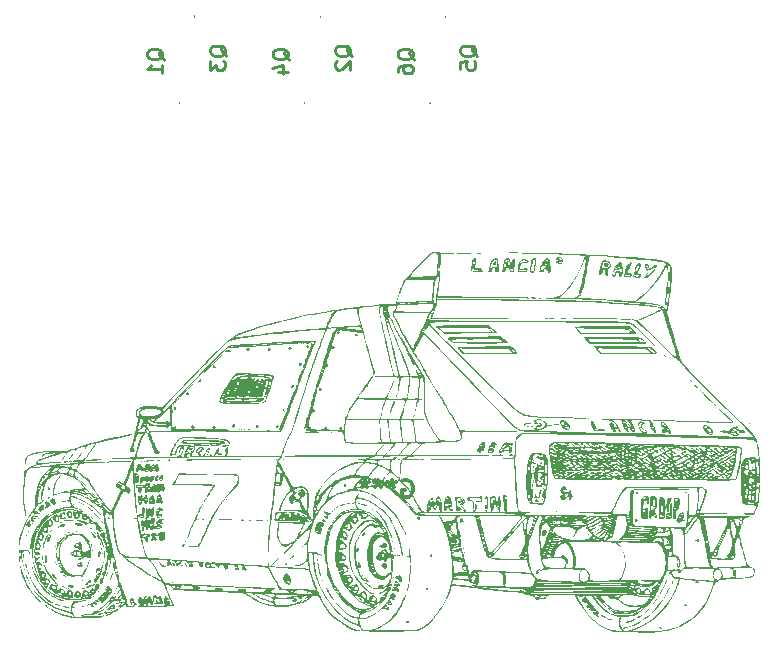
<source format=gbr>
%TF.GenerationSoftware,KiCad,Pcbnew,9.0.6-9.0.6~ubuntu24.04.1*%
%TF.CreationDate,2025-11-20T19:16:13+01:00*%
%TF.ProjectId,FOC_CONTROLLER_V2,464f435f-434f-44e5-9452-4f4c4c45525f,rev?*%
%TF.SameCoordinates,Original*%
%TF.FileFunction,Legend,Bot*%
%TF.FilePolarity,Positive*%
%FSLAX46Y46*%
G04 Gerber Fmt 4.6, Leading zero omitted, Abs format (unit mm)*
G04 Created by KiCad (PCBNEW 9.0.6-9.0.6~ubuntu24.04.1) date 2025-11-20 19:16:13*
%MOMM*%
%LPD*%
G01*
G04 APERTURE LIST*
%ADD10C,0.254000*%
%ADD11C,0.300000*%
%ADD12C,0.100000*%
%ADD13C,0.000000*%
G04 APERTURE END LIST*
D10*
X138095270Y-73128047D02*
X138034794Y-73007095D01*
X138034794Y-73007095D02*
X137913842Y-72886142D01*
X137913842Y-72886142D02*
X137732413Y-72704714D01*
X137732413Y-72704714D02*
X137671937Y-72583761D01*
X137671937Y-72583761D02*
X137671937Y-72462809D01*
X137974318Y-72523285D02*
X137913842Y-72402333D01*
X137913842Y-72402333D02*
X137792889Y-72281380D01*
X137792889Y-72281380D02*
X137550984Y-72220904D01*
X137550984Y-72220904D02*
X137127651Y-72220904D01*
X137127651Y-72220904D02*
X136885746Y-72281380D01*
X136885746Y-72281380D02*
X136764794Y-72402333D01*
X136764794Y-72402333D02*
X136704318Y-72523285D01*
X136704318Y-72523285D02*
X136704318Y-72765190D01*
X136704318Y-72765190D02*
X136764794Y-72886142D01*
X136764794Y-72886142D02*
X136885746Y-73007095D01*
X136885746Y-73007095D02*
X137127651Y-73067571D01*
X137127651Y-73067571D02*
X137550984Y-73067571D01*
X137550984Y-73067571D02*
X137792889Y-73007095D01*
X137792889Y-73007095D02*
X137913842Y-72886142D01*
X137913842Y-72886142D02*
X137974318Y-72765190D01*
X137974318Y-72765190D02*
X137974318Y-72523285D01*
X137127651Y-74156142D02*
X137974318Y-74156142D01*
X136643842Y-73853761D02*
X137550984Y-73551380D01*
X137550984Y-73551380D02*
X137550984Y-74337571D01*
X127480270Y-73128047D02*
X127419794Y-73007095D01*
X127419794Y-73007095D02*
X127298842Y-72886142D01*
X127298842Y-72886142D02*
X127117413Y-72704714D01*
X127117413Y-72704714D02*
X127056937Y-72583761D01*
X127056937Y-72583761D02*
X127056937Y-72462809D01*
X127359318Y-72523285D02*
X127298842Y-72402333D01*
X127298842Y-72402333D02*
X127177889Y-72281380D01*
X127177889Y-72281380D02*
X126935984Y-72220904D01*
X126935984Y-72220904D02*
X126512651Y-72220904D01*
X126512651Y-72220904D02*
X126270746Y-72281380D01*
X126270746Y-72281380D02*
X126149794Y-72402333D01*
X126149794Y-72402333D02*
X126089318Y-72523285D01*
X126089318Y-72523285D02*
X126089318Y-72765190D01*
X126089318Y-72765190D02*
X126149794Y-72886142D01*
X126149794Y-72886142D02*
X126270746Y-73007095D01*
X126270746Y-73007095D02*
X126512651Y-73067571D01*
X126512651Y-73067571D02*
X126935984Y-73067571D01*
X126935984Y-73067571D02*
X127177889Y-73007095D01*
X127177889Y-73007095D02*
X127298842Y-72886142D01*
X127298842Y-72886142D02*
X127359318Y-72765190D01*
X127359318Y-72765190D02*
X127359318Y-72523285D01*
X127359318Y-74277095D02*
X127359318Y-73551380D01*
X127359318Y-73914237D02*
X126089318Y-73914237D01*
X126089318Y-73914237D02*
X126270746Y-73793285D01*
X126270746Y-73793285D02*
X126391699Y-73672333D01*
X126391699Y-73672333D02*
X126452175Y-73551380D01*
X132780270Y-72830047D02*
X132719794Y-72709095D01*
X132719794Y-72709095D02*
X132598842Y-72588142D01*
X132598842Y-72588142D02*
X132417413Y-72406714D01*
X132417413Y-72406714D02*
X132356937Y-72285761D01*
X132356937Y-72285761D02*
X132356937Y-72164809D01*
X132659318Y-72225285D02*
X132598842Y-72104333D01*
X132598842Y-72104333D02*
X132477889Y-71983380D01*
X132477889Y-71983380D02*
X132235984Y-71922904D01*
X132235984Y-71922904D02*
X131812651Y-71922904D01*
X131812651Y-71922904D02*
X131570746Y-71983380D01*
X131570746Y-71983380D02*
X131449794Y-72104333D01*
X131449794Y-72104333D02*
X131389318Y-72225285D01*
X131389318Y-72225285D02*
X131389318Y-72467190D01*
X131389318Y-72467190D02*
X131449794Y-72588142D01*
X131449794Y-72588142D02*
X131570746Y-72709095D01*
X131570746Y-72709095D02*
X131812651Y-72769571D01*
X131812651Y-72769571D02*
X132235984Y-72769571D01*
X132235984Y-72769571D02*
X132477889Y-72709095D01*
X132477889Y-72709095D02*
X132598842Y-72588142D01*
X132598842Y-72588142D02*
X132659318Y-72467190D01*
X132659318Y-72467190D02*
X132659318Y-72225285D01*
X131389318Y-73192904D02*
X131389318Y-73979095D01*
X131389318Y-73979095D02*
X131873127Y-73555761D01*
X131873127Y-73555761D02*
X131873127Y-73737190D01*
X131873127Y-73737190D02*
X131933603Y-73858142D01*
X131933603Y-73858142D02*
X131994080Y-73918618D01*
X131994080Y-73918618D02*
X132115032Y-73979095D01*
X132115032Y-73979095D02*
X132417413Y-73979095D01*
X132417413Y-73979095D02*
X132538365Y-73918618D01*
X132538365Y-73918618D02*
X132598842Y-73858142D01*
X132598842Y-73858142D02*
X132659318Y-73737190D01*
X132659318Y-73737190D02*
X132659318Y-73374333D01*
X132659318Y-73374333D02*
X132598842Y-73253380D01*
X132598842Y-73253380D02*
X132538365Y-73192904D01*
X153990270Y-72830047D02*
X153929794Y-72709095D01*
X153929794Y-72709095D02*
X153808842Y-72588142D01*
X153808842Y-72588142D02*
X153627413Y-72406714D01*
X153627413Y-72406714D02*
X153566937Y-72285761D01*
X153566937Y-72285761D02*
X153566937Y-72164809D01*
X153869318Y-72225285D02*
X153808842Y-72104333D01*
X153808842Y-72104333D02*
X153687889Y-71983380D01*
X153687889Y-71983380D02*
X153445984Y-71922904D01*
X153445984Y-71922904D02*
X153022651Y-71922904D01*
X153022651Y-71922904D02*
X152780746Y-71983380D01*
X152780746Y-71983380D02*
X152659794Y-72104333D01*
X152659794Y-72104333D02*
X152599318Y-72225285D01*
X152599318Y-72225285D02*
X152599318Y-72467190D01*
X152599318Y-72467190D02*
X152659794Y-72588142D01*
X152659794Y-72588142D02*
X152780746Y-72709095D01*
X152780746Y-72709095D02*
X153022651Y-72769571D01*
X153022651Y-72769571D02*
X153445984Y-72769571D01*
X153445984Y-72769571D02*
X153687889Y-72709095D01*
X153687889Y-72709095D02*
X153808842Y-72588142D01*
X153808842Y-72588142D02*
X153869318Y-72467190D01*
X153869318Y-72467190D02*
X153869318Y-72225285D01*
X152599318Y-73918618D02*
X152599318Y-73313856D01*
X152599318Y-73313856D02*
X153204080Y-73253380D01*
X153204080Y-73253380D02*
X153143603Y-73313856D01*
X153143603Y-73313856D02*
X153083127Y-73434809D01*
X153083127Y-73434809D02*
X153083127Y-73737190D01*
X153083127Y-73737190D02*
X153143603Y-73858142D01*
X153143603Y-73858142D02*
X153204080Y-73918618D01*
X153204080Y-73918618D02*
X153325032Y-73979095D01*
X153325032Y-73979095D02*
X153627413Y-73979095D01*
X153627413Y-73979095D02*
X153748365Y-73918618D01*
X153748365Y-73918618D02*
X153808842Y-73858142D01*
X153808842Y-73858142D02*
X153869318Y-73737190D01*
X153869318Y-73737190D02*
X153869318Y-73434809D01*
X153869318Y-73434809D02*
X153808842Y-73313856D01*
X153808842Y-73313856D02*
X153748365Y-73253380D01*
X148695270Y-73128047D02*
X148634794Y-73007095D01*
X148634794Y-73007095D02*
X148513842Y-72886142D01*
X148513842Y-72886142D02*
X148332413Y-72704714D01*
X148332413Y-72704714D02*
X148271937Y-72583761D01*
X148271937Y-72583761D02*
X148271937Y-72462809D01*
X148574318Y-72523285D02*
X148513842Y-72402333D01*
X148513842Y-72402333D02*
X148392889Y-72281380D01*
X148392889Y-72281380D02*
X148150984Y-72220904D01*
X148150984Y-72220904D02*
X147727651Y-72220904D01*
X147727651Y-72220904D02*
X147485746Y-72281380D01*
X147485746Y-72281380D02*
X147364794Y-72402333D01*
X147364794Y-72402333D02*
X147304318Y-72523285D01*
X147304318Y-72523285D02*
X147304318Y-72765190D01*
X147304318Y-72765190D02*
X147364794Y-72886142D01*
X147364794Y-72886142D02*
X147485746Y-73007095D01*
X147485746Y-73007095D02*
X147727651Y-73067571D01*
X147727651Y-73067571D02*
X148150984Y-73067571D01*
X148150984Y-73067571D02*
X148392889Y-73007095D01*
X148392889Y-73007095D02*
X148513842Y-72886142D01*
X148513842Y-72886142D02*
X148574318Y-72765190D01*
X148574318Y-72765190D02*
X148574318Y-72523285D01*
X147304318Y-74156142D02*
X147304318Y-73914237D01*
X147304318Y-73914237D02*
X147364794Y-73793285D01*
X147364794Y-73793285D02*
X147425270Y-73732809D01*
X147425270Y-73732809D02*
X147606699Y-73611856D01*
X147606699Y-73611856D02*
X147848603Y-73551380D01*
X147848603Y-73551380D02*
X148332413Y-73551380D01*
X148332413Y-73551380D02*
X148453365Y-73611856D01*
X148453365Y-73611856D02*
X148513842Y-73672333D01*
X148513842Y-73672333D02*
X148574318Y-73793285D01*
X148574318Y-73793285D02*
X148574318Y-74035190D01*
X148574318Y-74035190D02*
X148513842Y-74156142D01*
X148513842Y-74156142D02*
X148453365Y-74216618D01*
X148453365Y-74216618D02*
X148332413Y-74277095D01*
X148332413Y-74277095D02*
X148030032Y-74277095D01*
X148030032Y-74277095D02*
X147909080Y-74216618D01*
X147909080Y-74216618D02*
X147848603Y-74156142D01*
X147848603Y-74156142D02*
X147788127Y-74035190D01*
X147788127Y-74035190D02*
X147788127Y-73793285D01*
X147788127Y-73793285D02*
X147848603Y-73672333D01*
X147848603Y-73672333D02*
X147909080Y-73611856D01*
X147909080Y-73611856D02*
X148030032Y-73551380D01*
X143395270Y-72830047D02*
X143334794Y-72709095D01*
X143334794Y-72709095D02*
X143213842Y-72588142D01*
X143213842Y-72588142D02*
X143032413Y-72406714D01*
X143032413Y-72406714D02*
X142971937Y-72285761D01*
X142971937Y-72285761D02*
X142971937Y-72164809D01*
X143274318Y-72225285D02*
X143213842Y-72104333D01*
X143213842Y-72104333D02*
X143092889Y-71983380D01*
X143092889Y-71983380D02*
X142850984Y-71922904D01*
X142850984Y-71922904D02*
X142427651Y-71922904D01*
X142427651Y-71922904D02*
X142185746Y-71983380D01*
X142185746Y-71983380D02*
X142064794Y-72104333D01*
X142064794Y-72104333D02*
X142004318Y-72225285D01*
X142004318Y-72225285D02*
X142004318Y-72467190D01*
X142004318Y-72467190D02*
X142064794Y-72588142D01*
X142064794Y-72588142D02*
X142185746Y-72709095D01*
X142185746Y-72709095D02*
X142427651Y-72769571D01*
X142427651Y-72769571D02*
X142850984Y-72769571D01*
X142850984Y-72769571D02*
X143092889Y-72709095D01*
X143092889Y-72709095D02*
X143213842Y-72588142D01*
X143213842Y-72588142D02*
X143274318Y-72467190D01*
X143274318Y-72467190D02*
X143274318Y-72225285D01*
X142125270Y-73253380D02*
X142064794Y-73313856D01*
X142064794Y-73313856D02*
X142004318Y-73434809D01*
X142004318Y-73434809D02*
X142004318Y-73737190D01*
X142004318Y-73737190D02*
X142064794Y-73858142D01*
X142064794Y-73858142D02*
X142125270Y-73918618D01*
X142125270Y-73918618D02*
X142246222Y-73979095D01*
X142246222Y-73979095D02*
X142367175Y-73979095D01*
X142367175Y-73979095D02*
X142548603Y-73918618D01*
X142548603Y-73918618D02*
X143274318Y-73192904D01*
X143274318Y-73192904D02*
X143274318Y-73979095D01*
D11*
X147703010Y-108746539D02*
X147845868Y-108675110D01*
X147845868Y-108675110D02*
X148060153Y-108675110D01*
X148060153Y-108675110D02*
X148274439Y-108746539D01*
X148274439Y-108746539D02*
X148417296Y-108889396D01*
X148417296Y-108889396D02*
X148488725Y-109032253D01*
X148488725Y-109032253D02*
X148560153Y-109317967D01*
X148560153Y-109317967D02*
X148560153Y-109532253D01*
X148560153Y-109532253D02*
X148488725Y-109817967D01*
X148488725Y-109817967D02*
X148417296Y-109960824D01*
X148417296Y-109960824D02*
X148274439Y-110103682D01*
X148274439Y-110103682D02*
X148060153Y-110175110D01*
X148060153Y-110175110D02*
X147917296Y-110175110D01*
X147917296Y-110175110D02*
X147703010Y-110103682D01*
X147703010Y-110103682D02*
X147631582Y-110032253D01*
X147631582Y-110032253D02*
X147631582Y-109532253D01*
X147631582Y-109532253D02*
X147917296Y-109532253D01*
X146774439Y-108675110D02*
X146774439Y-109032253D01*
X147131582Y-108889396D02*
X146774439Y-109032253D01*
X146774439Y-109032253D02*
X146417296Y-108889396D01*
X146988725Y-109317967D02*
X146774439Y-109032253D01*
X146774439Y-109032253D02*
X146560153Y-109317967D01*
X145631582Y-108675110D02*
X145631582Y-109032253D01*
X145988725Y-108889396D02*
X145631582Y-109032253D01*
X145631582Y-109032253D02*
X145274439Y-108889396D01*
X145845868Y-109317967D02*
X145631582Y-109032253D01*
X145631582Y-109032253D02*
X145417296Y-109317967D01*
X144488725Y-108675110D02*
X144488725Y-109032253D01*
X144845868Y-108889396D02*
X144488725Y-109032253D01*
X144488725Y-109032253D02*
X144131582Y-108889396D01*
X144703011Y-109317967D02*
X144488725Y-109032253D01*
X144488725Y-109032253D02*
X144274439Y-109317967D01*
D12*
%TO.C,Q4*%
X139400000Y-76700000D02*
X139400000Y-76700000D01*
X139400000Y-76800000D02*
X139400000Y-76800000D01*
X139400000Y-76700000D02*
G75*
G02*
X139400000Y-76800000I0J-50000D01*
G01*
X139400000Y-76800000D02*
G75*
G02*
X139400000Y-76700000I0J50000D01*
G01*
%TO.C,Q1*%
X128785000Y-76700000D02*
X128785000Y-76700000D01*
X128785000Y-76800000D02*
X128785000Y-76800000D01*
X128785000Y-76700000D02*
G75*
G02*
X128785000Y-76800000I0J-50000D01*
G01*
X128785000Y-76800000D02*
G75*
G02*
X128785000Y-76700000I0J50000D01*
G01*
%TO.C,Q3*%
X130085000Y-69400000D02*
X130085000Y-69400000D01*
X130085000Y-69500000D02*
X130085000Y-69500000D01*
X130085000Y-69400000D02*
G75*
G02*
X130085000Y-69500000I0J-50000D01*
G01*
X130085000Y-69500000D02*
G75*
G02*
X130085000Y-69400000I0J50000D01*
G01*
%TO.C,Q5*%
X151295000Y-69400000D02*
X151295000Y-69400000D01*
X151295000Y-69500000D02*
X151295000Y-69500000D01*
X151295000Y-69400000D02*
G75*
G02*
X151295000Y-69500000I0J-50000D01*
G01*
X151295000Y-69500000D02*
G75*
G02*
X151295000Y-69400000I0J50000D01*
G01*
%TO.C,Q6*%
X150000000Y-76700000D02*
X150000000Y-76700000D01*
X150000000Y-76800000D02*
X150000000Y-76800000D01*
X150000000Y-76700000D02*
G75*
G02*
X150000000Y-76800000I0J-50000D01*
G01*
X150000000Y-76800000D02*
G75*
G02*
X150000000Y-76700000I0J50000D01*
G01*
%TO.C,Q2*%
X140700000Y-69400000D02*
X140700000Y-69400000D01*
X140700000Y-69500000D02*
X140700000Y-69500000D01*
X140700000Y-69400000D02*
G75*
G02*
X140700000Y-69500000I0J-50000D01*
G01*
X140700000Y-69500000D02*
G75*
G02*
X140700000Y-69400000I0J50000D01*
G01*
D13*
%TO.C,G\u002A\u002A\u002A*%
G36*
X115698963Y-114236667D02*
G01*
X115662781Y-114272850D01*
X115626598Y-114236667D01*
X115662781Y-114200485D01*
X115698963Y-114236667D01*
G37*
G36*
X115698963Y-114453761D02*
G01*
X115662781Y-114489944D01*
X115626598Y-114453761D01*
X115662781Y-114417579D01*
X115698963Y-114453761D01*
G37*
G36*
X115843692Y-113585385D02*
G01*
X115807510Y-113621568D01*
X115771328Y-113585385D01*
X115807510Y-113549203D01*
X115843692Y-113585385D01*
G37*
G36*
X115988422Y-111486810D02*
G01*
X115952239Y-111522992D01*
X115916057Y-111486810D01*
X115952239Y-111450628D01*
X115988422Y-111486810D01*
G37*
G36*
X116060786Y-117203619D02*
G01*
X116024604Y-117239801D01*
X115988422Y-117203619D01*
X116024604Y-117167437D01*
X116060786Y-117203619D01*
G37*
G36*
X116350245Y-117203619D02*
G01*
X116314063Y-117239801D01*
X116277880Y-117203619D01*
X116314063Y-117167437D01*
X116350245Y-117203619D01*
G37*
G36*
X116422610Y-112355186D02*
G01*
X116386427Y-112391368D01*
X116350245Y-112355186D01*
X116386427Y-112319004D01*
X116422610Y-112355186D01*
G37*
G36*
X116712068Y-112210457D02*
G01*
X116675886Y-112246639D01*
X116639704Y-112210457D01*
X116675886Y-112174274D01*
X116712068Y-112210457D01*
G37*
G36*
X117218621Y-115032679D02*
G01*
X117182439Y-115068861D01*
X117146256Y-115032679D01*
X117182439Y-114996496D01*
X117218621Y-115032679D01*
G37*
G36*
X118376456Y-114309032D02*
G01*
X118340273Y-114345214D01*
X118304091Y-114309032D01*
X118340273Y-114272850D01*
X118376456Y-114309032D01*
G37*
G36*
X118376456Y-115683961D02*
G01*
X118340273Y-115720143D01*
X118304091Y-115683961D01*
X118340273Y-115647779D01*
X118376456Y-115683961D01*
G37*
G36*
X119317196Y-117854901D02*
G01*
X119281014Y-117891083D01*
X119244832Y-117854901D01*
X119281014Y-117818719D01*
X119317196Y-117854901D01*
G37*
G36*
X119461926Y-117854901D02*
G01*
X119425743Y-117891083D01*
X119389561Y-117854901D01*
X119425743Y-117818719D01*
X119461926Y-117854901D01*
G37*
G36*
X119896114Y-110763163D02*
G01*
X119859932Y-110799345D01*
X119823749Y-110763163D01*
X119859932Y-110726981D01*
X119896114Y-110763163D01*
G37*
G36*
X120257937Y-110546069D02*
G01*
X120221755Y-110582251D01*
X120185573Y-110546069D01*
X120221755Y-110509887D01*
X120257937Y-110546069D01*
G37*
G36*
X120619761Y-117203619D02*
G01*
X120583578Y-117239801D01*
X120547396Y-117203619D01*
X120583578Y-117167437D01*
X120619761Y-117203619D01*
G37*
G36*
X120981584Y-116552337D02*
G01*
X120945402Y-116588519D01*
X120909219Y-116552337D01*
X120945402Y-116516155D01*
X120981584Y-116552337D01*
G37*
G36*
X121343407Y-112572280D02*
G01*
X121307225Y-112608462D01*
X121271043Y-112572280D01*
X121307225Y-112536098D01*
X121343407Y-112572280D01*
G37*
G36*
X121488137Y-114526126D02*
G01*
X121451954Y-114562308D01*
X121415772Y-114526126D01*
X121451954Y-114489944D01*
X121488137Y-114526126D01*
G37*
G36*
X121488137Y-115105043D02*
G01*
X121451954Y-115141226D01*
X121415772Y-115105043D01*
X121451954Y-115068861D01*
X121488137Y-115105043D01*
G37*
G36*
X121705231Y-112934103D02*
G01*
X121669048Y-112970286D01*
X121632866Y-112934103D01*
X121669048Y-112897921D01*
X121705231Y-112934103D01*
G37*
G36*
X122284148Y-115539232D02*
G01*
X122247966Y-115575414D01*
X122211783Y-115539232D01*
X122247966Y-115503049D01*
X122284148Y-115539232D01*
G37*
G36*
X122284148Y-117637807D02*
G01*
X122247966Y-117673989D01*
X122211783Y-117637807D01*
X122247966Y-117601625D01*
X122284148Y-117637807D01*
G37*
G36*
X122356513Y-118578548D02*
G01*
X122320330Y-118614730D01*
X122284148Y-118578548D01*
X122320330Y-118542365D01*
X122356513Y-118578548D01*
G37*
G36*
X122501242Y-115539232D02*
G01*
X122465060Y-115575414D01*
X122428877Y-115539232D01*
X122465060Y-115503049D01*
X122501242Y-115539232D01*
G37*
G36*
X122573607Y-119808747D02*
G01*
X122537424Y-119844930D01*
X122501242Y-119808747D01*
X122537424Y-119772565D01*
X122573607Y-119808747D01*
G37*
G36*
X123080159Y-119736383D02*
G01*
X123043977Y-119772565D01*
X123007795Y-119736383D01*
X123043977Y-119700200D01*
X123080159Y-119736383D01*
G37*
G36*
X125178735Y-107072565D02*
G01*
X125142553Y-107108747D01*
X125106370Y-107072565D01*
X125142553Y-107036383D01*
X125178735Y-107072565D01*
G37*
G36*
X125251100Y-103526696D02*
G01*
X125214917Y-103562878D01*
X125178735Y-103526696D01*
X125214917Y-103490514D01*
X125251100Y-103526696D01*
G37*
G36*
X125468194Y-107072565D02*
G01*
X125432011Y-107108747D01*
X125395829Y-107072565D01*
X125432011Y-107036383D01*
X125468194Y-107072565D01*
G37*
G36*
X128290416Y-107000200D02*
G01*
X128254234Y-107036383D01*
X128218051Y-107000200D01*
X128254234Y-106964018D01*
X128290416Y-107000200D01*
G37*
G36*
X128290416Y-117348348D02*
G01*
X128254234Y-117384531D01*
X128218051Y-117348348D01*
X128254234Y-117312166D01*
X128290416Y-117348348D01*
G37*
G36*
X128362781Y-102296496D02*
G01*
X128326598Y-102332679D01*
X128290416Y-102296496D01*
X128326598Y-102260314D01*
X128362781Y-102296496D01*
G37*
G36*
X128579875Y-107000200D02*
G01*
X128543692Y-107036383D01*
X128507510Y-107000200D01*
X128543692Y-106964018D01*
X128579875Y-107000200D01*
G37*
G36*
X128869333Y-107000200D02*
G01*
X128833151Y-107036383D01*
X128796969Y-107000200D01*
X128833151Y-106964018D01*
X128869333Y-107000200D01*
G37*
G36*
X130606085Y-111993363D02*
G01*
X130569903Y-112029545D01*
X130533721Y-111993363D01*
X130569903Y-111957180D01*
X130606085Y-111993363D01*
G37*
G36*
X131257367Y-112065727D02*
G01*
X131221185Y-112101910D01*
X131185003Y-112065727D01*
X131221185Y-112029545D01*
X131257367Y-112065727D01*
G37*
G36*
X132849390Y-110328975D02*
G01*
X132813208Y-110365157D01*
X132777026Y-110328975D01*
X132813208Y-110292793D01*
X132849390Y-110328975D01*
G37*
G36*
X134513778Y-112138092D02*
G01*
X134477595Y-112174274D01*
X134441413Y-112138092D01*
X134477595Y-112101910D01*
X134513778Y-112138092D01*
G37*
G36*
X134947966Y-104467437D02*
G01*
X134911783Y-104503619D01*
X134875601Y-104467437D01*
X134911783Y-104431254D01*
X134947966Y-104467437D01*
G37*
G36*
X135961071Y-104467437D02*
G01*
X135924889Y-104503619D01*
X135888706Y-104467437D01*
X135924889Y-104431254D01*
X135961071Y-104467437D01*
G37*
G36*
X136901812Y-106927835D02*
G01*
X136865630Y-106964018D01*
X136829447Y-106927835D01*
X136865630Y-106891653D01*
X136901812Y-106927835D01*
G37*
G36*
X137408365Y-113657750D02*
G01*
X137372182Y-113693932D01*
X137336000Y-113657750D01*
X137372182Y-113621568D01*
X137408365Y-113657750D01*
G37*
G36*
X138059647Y-115539232D02*
G01*
X138023464Y-115575414D01*
X137987282Y-115539232D01*
X138023464Y-115503049D01*
X138059647Y-115539232D01*
G37*
G36*
X138421470Y-107000200D02*
G01*
X138385288Y-107036383D01*
X138349105Y-107000200D01*
X138385288Y-106964018D01*
X138421470Y-107000200D01*
G37*
G36*
X139289846Y-114309032D02*
G01*
X139253664Y-114345214D01*
X139217481Y-114309032D01*
X139253664Y-114272850D01*
X139289846Y-114309032D01*
G37*
G36*
X139724034Y-118216724D02*
G01*
X139687852Y-118252907D01*
X139651669Y-118216724D01*
X139687852Y-118180542D01*
X139724034Y-118216724D01*
G37*
G36*
X140954234Y-107000200D02*
G01*
X140918051Y-107036383D01*
X140881869Y-107000200D01*
X140918051Y-106964018D01*
X140954234Y-107000200D01*
G37*
G36*
X141171328Y-117637807D02*
G01*
X141135145Y-117673989D01*
X141098963Y-117637807D01*
X141135145Y-117601625D01*
X141171328Y-117637807D01*
G37*
G36*
X141316057Y-104684531D02*
G01*
X141279875Y-104720713D01*
X141243692Y-104684531D01*
X141279875Y-104648348D01*
X141316057Y-104684531D01*
G37*
G36*
X141316057Y-107000200D02*
G01*
X141279875Y-107036383D01*
X141243692Y-107000200D01*
X141279875Y-106964018D01*
X141316057Y-107000200D01*
G37*
G36*
X141460786Y-107940941D02*
G01*
X141424604Y-107977123D01*
X141388422Y-107940941D01*
X141424604Y-107904759D01*
X141460786Y-107940941D01*
G37*
G36*
X141605516Y-109098776D02*
G01*
X141569333Y-109134958D01*
X141533151Y-109098776D01*
X141569333Y-109062593D01*
X141605516Y-109098776D01*
G37*
G36*
X141967339Y-111197351D02*
G01*
X141931157Y-111233534D01*
X141894974Y-111197351D01*
X141931157Y-111161169D01*
X141967339Y-111197351D01*
G37*
G36*
X144355373Y-116769431D02*
G01*
X144319191Y-116805613D01*
X144283008Y-116769431D01*
X144319191Y-116733249D01*
X144355373Y-116769431D01*
G37*
G36*
X144644832Y-107434388D02*
G01*
X144608649Y-107470571D01*
X144572467Y-107434388D01*
X144608649Y-107398206D01*
X144644832Y-107434388D01*
G37*
G36*
X145223749Y-107144930D02*
G01*
X145187567Y-107181112D01*
X145151385Y-107144930D01*
X145187567Y-107108747D01*
X145223749Y-107144930D01*
G37*
G36*
X146236855Y-111124986D02*
G01*
X146200672Y-111161169D01*
X146164490Y-111124986D01*
X146200672Y-111088804D01*
X146236855Y-111124986D01*
G37*
G36*
X146309219Y-119446924D02*
G01*
X146273037Y-119483106D01*
X146236855Y-119446924D01*
X146273037Y-119410741D01*
X146309219Y-119446924D01*
G37*
G36*
X146743407Y-109315870D02*
G01*
X146707225Y-109352052D01*
X146671043Y-109315870D01*
X146707225Y-109279687D01*
X146743407Y-109315870D01*
G37*
G36*
X147105231Y-114670855D02*
G01*
X147069048Y-114707038D01*
X147032866Y-114670855D01*
X147069048Y-114634673D01*
X147105231Y-114670855D01*
G37*
G36*
X147105231Y-114887949D02*
G01*
X147069048Y-114924132D01*
X147032866Y-114887949D01*
X147069048Y-114851767D01*
X147105231Y-114887949D01*
G37*
G36*
X147177595Y-116118149D02*
G01*
X147141413Y-116154331D01*
X147105231Y-116118149D01*
X147141413Y-116081967D01*
X147177595Y-116118149D01*
G37*
G36*
X147611783Y-110473704D02*
G01*
X147575601Y-110509887D01*
X147539419Y-110473704D01*
X147575601Y-110437522D01*
X147611783Y-110473704D01*
G37*
G36*
X152170758Y-89487949D02*
G01*
X152134575Y-89524132D01*
X152098393Y-89487949D01*
X152134575Y-89451767D01*
X152170758Y-89487949D01*
G37*
G36*
X152677310Y-115105043D02*
G01*
X152641128Y-115141226D01*
X152604946Y-115105043D01*
X152641128Y-115068861D01*
X152677310Y-115105043D01*
G37*
G36*
X152822040Y-114091938D02*
G01*
X152785857Y-114128120D01*
X152749675Y-114091938D01*
X152785857Y-114055756D01*
X152822040Y-114091938D01*
G37*
G36*
X153039134Y-115105043D02*
G01*
X153002951Y-115141226D01*
X152966769Y-115105043D01*
X153002951Y-115068861D01*
X153039134Y-115105043D01*
G37*
G36*
X155282439Y-106927835D02*
G01*
X155246256Y-106964018D01*
X155210074Y-106927835D01*
X155246256Y-106891653D01*
X155282439Y-106927835D01*
G37*
G36*
X156150815Y-110039516D02*
G01*
X156114632Y-110075699D01*
X156078450Y-110039516D01*
X156114632Y-110003334D01*
X156150815Y-110039516D01*
G37*
G36*
X158828308Y-108736952D02*
G01*
X158792125Y-108773135D01*
X158755943Y-108736952D01*
X158792125Y-108700770D01*
X158828308Y-108736952D01*
G37*
G36*
X158828308Y-108881682D02*
G01*
X158792125Y-108917864D01*
X158755943Y-108881682D01*
X158792125Y-108845499D01*
X158828308Y-108881682D01*
G37*
G36*
X159551954Y-95060029D02*
G01*
X159515772Y-95096212D01*
X159479590Y-95060029D01*
X159515772Y-95023847D01*
X159551954Y-95060029D01*
G37*
G36*
X159624319Y-90645784D02*
G01*
X159588137Y-90681967D01*
X159551954Y-90645784D01*
X159588137Y-90609602D01*
X159624319Y-90645784D01*
G37*
G36*
X160782154Y-111342081D02*
G01*
X160745971Y-111378263D01*
X160709789Y-111342081D01*
X160745971Y-111305898D01*
X160782154Y-111342081D01*
G37*
G36*
X162374177Y-105697636D02*
G01*
X162337994Y-105733818D01*
X162301812Y-105697636D01*
X162337994Y-105661454D01*
X162374177Y-105697636D01*
G37*
G36*
X163459647Y-113295927D02*
G01*
X163423464Y-113332109D01*
X163387282Y-113295927D01*
X163423464Y-113259744D01*
X163459647Y-113295927D01*
G37*
G36*
X164545117Y-108519858D02*
G01*
X164508934Y-108556041D01*
X164472752Y-108519858D01*
X164508934Y-108483676D01*
X164545117Y-108519858D01*
G37*
G36*
X165413493Y-90211596D02*
G01*
X165377310Y-90247779D01*
X165341128Y-90211596D01*
X165377310Y-90175414D01*
X165413493Y-90211596D01*
G37*
G36*
X165485857Y-106566012D02*
G01*
X165449675Y-106602194D01*
X165413493Y-106566012D01*
X165449675Y-106529830D01*
X165485857Y-106566012D01*
G37*
G36*
X166426598Y-114815585D02*
G01*
X166390416Y-114851767D01*
X166354234Y-114815585D01*
X166390416Y-114779402D01*
X166426598Y-114815585D01*
G37*
G36*
X166788422Y-106204189D02*
G01*
X166752239Y-106240371D01*
X166716057Y-106204189D01*
X166752239Y-106168006D01*
X166788422Y-106204189D01*
G37*
G36*
X167005516Y-105987095D02*
G01*
X166969333Y-106023277D01*
X166933151Y-105987095D01*
X166969333Y-105950912D01*
X167005516Y-105987095D01*
G37*
G36*
X168380444Y-118144360D02*
G01*
X168344262Y-118180542D01*
X168308080Y-118144360D01*
X168344262Y-118108177D01*
X168380444Y-118144360D01*
G37*
G36*
X168669903Y-119519288D02*
G01*
X168633721Y-119555471D01*
X168597538Y-119519288D01*
X168633721Y-119483106D01*
X168669903Y-119519288D01*
G37*
G36*
X170117196Y-114453761D02*
G01*
X170081014Y-114489944D01*
X170044832Y-114453761D01*
X170081014Y-114417579D01*
X170117196Y-114453761D01*
G37*
G36*
X171202667Y-107072565D02*
G01*
X171166484Y-107108747D01*
X171130302Y-107072565D01*
X171166484Y-107036383D01*
X171202667Y-107072565D01*
G37*
G36*
X171492125Y-99691368D02*
G01*
X171455943Y-99727551D01*
X171419761Y-99691368D01*
X171455943Y-99655186D01*
X171492125Y-99691368D01*
G37*
G36*
X171564490Y-106927835D02*
G01*
X171528308Y-106964018D01*
X171492125Y-106927835D01*
X171528308Y-106891653D01*
X171564490Y-106927835D01*
G37*
G36*
X171853949Y-100053192D02*
G01*
X171817766Y-100089374D01*
X171781584Y-100053192D01*
X171817766Y-100017009D01*
X171853949Y-100053192D01*
G37*
G36*
X173011783Y-107362024D02*
G01*
X172975601Y-107398206D01*
X172939419Y-107362024D01*
X172975601Y-107325841D01*
X173011783Y-107362024D01*
G37*
G36*
X174097253Y-108013306D02*
G01*
X174061071Y-108049488D01*
X174024889Y-108013306D01*
X174061071Y-107977123D01*
X174097253Y-108013306D01*
G37*
G36*
X176847111Y-107579118D02*
G01*
X176810929Y-107615300D01*
X176774746Y-107579118D01*
X176810929Y-107542935D01*
X176847111Y-107579118D01*
G37*
G36*
X176847111Y-108013306D02*
G01*
X176810929Y-108049488D01*
X176774746Y-108013306D01*
X176810929Y-107977123D01*
X176847111Y-108013306D01*
G37*
G36*
X177136570Y-103888519D02*
G01*
X177100387Y-103924702D01*
X177064205Y-103888519D01*
X177100387Y-103852337D01*
X177136570Y-103888519D01*
G37*
G36*
X177787852Y-109894787D02*
G01*
X177751669Y-109930969D01*
X177715487Y-109894787D01*
X177751669Y-109858605D01*
X177787852Y-109894787D01*
G37*
G36*
X115771328Y-113911026D02*
G01*
X115766105Y-113949336D01*
X115723084Y-113959269D01*
X115714424Y-113948663D01*
X115723084Y-113862783D01*
X115744850Y-113851462D01*
X115771328Y-113911026D01*
G37*
G36*
X115910344Y-113362261D02*
G01*
X115905227Y-113435658D01*
X115872337Y-113457240D01*
X115857997Y-113431638D01*
X115866624Y-113318541D01*
X115892671Y-113285045D01*
X115910344Y-113362261D01*
G37*
G36*
X116272167Y-115533201D02*
G01*
X116267051Y-115606598D01*
X116234160Y-115628180D01*
X116219820Y-115602578D01*
X116228447Y-115489481D01*
X116254494Y-115455986D01*
X116272167Y-115533201D01*
G37*
G36*
X116350245Y-115864873D02*
G01*
X116345023Y-115903182D01*
X116302002Y-115913116D01*
X116293341Y-115902509D01*
X116302002Y-115816629D01*
X116323768Y-115805308D01*
X116350245Y-115864873D01*
G37*
G36*
X116416897Y-116112118D02*
G01*
X116411780Y-116185515D01*
X116378889Y-116207097D01*
X116364549Y-116181495D01*
X116373176Y-116068398D01*
X116399224Y-116034903D01*
X116416897Y-116112118D01*
G37*
G36*
X116567339Y-112391368D02*
G01*
X116562117Y-112429678D01*
X116519096Y-112439611D01*
X116510435Y-112429005D01*
X116519096Y-112343125D01*
X116540862Y-112331804D01*
X116567339Y-112391368D01*
G37*
G36*
X118448820Y-115864873D02*
G01*
X118443598Y-115903182D01*
X118400577Y-115913116D01*
X118391917Y-115902509D01*
X118400577Y-115816629D01*
X118422343Y-115805308D01*
X118448820Y-115864873D01*
G37*
G36*
X119547859Y-113137946D02*
G01*
X119581354Y-113163994D01*
X119504139Y-113181667D01*
X119430742Y-113176550D01*
X119409160Y-113143659D01*
X119434762Y-113129319D01*
X119547859Y-113137946D01*
G37*
G36*
X119837318Y-113065582D02*
G01*
X119870813Y-113091629D01*
X119793597Y-113109302D01*
X119720201Y-113104185D01*
X119698619Y-113071295D01*
X119724220Y-113056955D01*
X119837318Y-113065582D01*
G37*
G36*
X120089086Y-117915205D02*
G01*
X120100408Y-117936971D01*
X120040843Y-117963448D01*
X120002534Y-117958226D01*
X119992600Y-117915205D01*
X120003206Y-117906544D01*
X120089086Y-117915205D01*
G37*
G36*
X120203664Y-113067089D02*
G01*
X120215939Y-113092217D01*
X120113208Y-113103589D01*
X120013661Y-113093502D01*
X120022752Y-113067089D01*
X120055508Y-113057531D01*
X120203664Y-113067089D01*
G37*
G36*
X120402667Y-110582251D02*
G01*
X120397444Y-110620561D01*
X120354423Y-110630495D01*
X120345763Y-110619888D01*
X120354423Y-110534008D01*
X120376189Y-110522687D01*
X120402667Y-110582251D01*
G37*
G36*
X120764490Y-106240371D02*
G01*
X120759268Y-106278681D01*
X120716247Y-106288614D01*
X120707586Y-106278008D01*
X120716247Y-106192128D01*
X120738013Y-106180807D01*
X120764490Y-106240371D01*
G37*
G36*
X120957462Y-110895832D02*
G01*
X120968784Y-110917598D01*
X120909219Y-110944075D01*
X120870910Y-110938852D01*
X120860976Y-110895832D01*
X120871582Y-110887171D01*
X120957462Y-110895832D01*
G37*
G36*
X121488137Y-114707038D02*
G01*
X121482914Y-114745347D01*
X121439894Y-114755281D01*
X121431233Y-114744675D01*
X121439894Y-114658795D01*
X121461660Y-114647473D01*
X121488137Y-114707038D01*
G37*
G36*
X122067054Y-113838662D02*
G01*
X122061832Y-113876971D01*
X122018811Y-113886905D01*
X122010150Y-113876299D01*
X122018811Y-113790419D01*
X122040577Y-113779097D01*
X122067054Y-113838662D01*
G37*
G36*
X122428877Y-115720143D02*
G01*
X122423655Y-115758453D01*
X122380634Y-115768386D01*
X122371974Y-115757780D01*
X122380634Y-115671900D01*
X122402400Y-115660579D01*
X122428877Y-115720143D01*
G37*
G36*
X122645971Y-113549203D02*
G01*
X122640749Y-113587513D01*
X122597728Y-113597446D01*
X122589068Y-113586840D01*
X122597728Y-113500960D01*
X122619494Y-113489639D01*
X122645971Y-113549203D01*
G37*
G36*
X122863065Y-116226696D02*
G01*
X122857843Y-116265006D01*
X122814822Y-116274939D01*
X122806162Y-116264333D01*
X122814822Y-116178453D01*
X122836588Y-116167132D01*
X122863065Y-116226696D01*
G37*
G36*
X122863065Y-117456895D02*
G01*
X122857843Y-117495205D01*
X122814822Y-117505138D01*
X122806162Y-117494532D01*
X122814822Y-117408652D01*
X122836588Y-117397331D01*
X122863065Y-117456895D01*
G37*
G36*
X122929717Y-115967389D02*
G01*
X122924600Y-116040786D01*
X122891710Y-116062368D01*
X122877370Y-116036766D01*
X122885997Y-115923669D01*
X122912044Y-115890174D01*
X122929717Y-115967389D01*
G37*
G36*
X123224889Y-115503049D02*
G01*
X123219666Y-115541359D01*
X123176646Y-115551292D01*
X123167985Y-115540686D01*
X123176646Y-115454806D01*
X123198412Y-115443485D01*
X123224889Y-115503049D01*
G37*
G36*
X123417861Y-111908937D02*
G01*
X123429182Y-111930703D01*
X123369618Y-111957180D01*
X123331308Y-111951958D01*
X123321375Y-111908937D01*
X123331981Y-111900276D01*
X123417861Y-111908937D01*
G37*
G36*
X125902382Y-107108747D02*
G01*
X125897159Y-107147057D01*
X125854139Y-107156990D01*
X125845478Y-107146384D01*
X125854139Y-107060504D01*
X125875905Y-107049183D01*
X125902382Y-107108747D01*
G37*
G36*
X127657225Y-106988457D02*
G01*
X127669500Y-107013584D01*
X127566769Y-107024957D01*
X127467223Y-107014869D01*
X127476313Y-106988457D01*
X127509069Y-106978899D01*
X127657225Y-106988457D01*
G37*
G36*
X128724604Y-107036383D02*
G01*
X128719381Y-107074692D01*
X128676361Y-107084626D01*
X128667700Y-107074019D01*
X128676361Y-106988139D01*
X128698127Y-106976818D01*
X128724604Y-107036383D01*
G37*
G36*
X129972894Y-111981619D02*
G01*
X129985170Y-112006747D01*
X129882439Y-112018119D01*
X129782892Y-112008032D01*
X129791983Y-111981619D01*
X129824739Y-111972061D01*
X129972894Y-111981619D01*
G37*
G36*
X130461356Y-112029545D02*
G01*
X130456134Y-112067855D01*
X130413113Y-112077788D01*
X130404452Y-112067182D01*
X130413113Y-111981302D01*
X130434879Y-111969981D01*
X130461356Y-112029545D01*
G37*
G36*
X131088517Y-112053666D02*
G01*
X131099838Y-112075432D01*
X131040273Y-112101910D01*
X131001964Y-112096687D01*
X130992030Y-112053666D01*
X131002637Y-112045006D01*
X131088517Y-112053666D01*
G37*
G36*
X132632296Y-106529830D02*
G01*
X132627074Y-106568139D01*
X132584053Y-106578073D01*
X132575392Y-106567467D01*
X132584053Y-106481587D01*
X132605819Y-106470265D01*
X132632296Y-106529830D01*
G37*
G36*
X133934860Y-104431254D02*
G01*
X133929638Y-104469564D01*
X133886617Y-104479497D01*
X133877957Y-104468891D01*
X133886617Y-104383011D01*
X133908383Y-104371690D01*
X133934860Y-104431254D01*
G37*
G36*
X134127833Y-104383011D02*
G01*
X134139154Y-104404777D01*
X134079590Y-104431254D01*
X134041280Y-104426032D01*
X134031347Y-104383011D01*
X134041953Y-104374351D01*
X134127833Y-104383011D01*
G37*
G36*
X134344927Y-104383011D02*
G01*
X134356248Y-104404777D01*
X134296684Y-104431254D01*
X134258374Y-104426032D01*
X134248441Y-104383011D01*
X134259047Y-104374351D01*
X134344927Y-104383011D01*
G37*
G36*
X134893692Y-112126349D02*
G01*
X134905967Y-112151476D01*
X134803236Y-112162848D01*
X134703690Y-112152761D01*
X134712781Y-112126349D01*
X134745537Y-112116791D01*
X134893692Y-112126349D01*
G37*
G36*
X135323357Y-104454186D02*
G01*
X135356853Y-104480233D01*
X135279637Y-104497906D01*
X135206240Y-104492789D01*
X135184658Y-104459899D01*
X135210260Y-104445559D01*
X135323357Y-104454186D01*
G37*
G36*
X135792220Y-104455376D02*
G01*
X135803541Y-104477142D01*
X135743977Y-104503619D01*
X135705667Y-104498397D01*
X135695734Y-104455376D01*
X135706340Y-104446715D01*
X135792220Y-104455376D01*
G37*
G36*
X136298773Y-112126031D02*
G01*
X136310094Y-112147797D01*
X136250530Y-112174274D01*
X136212220Y-112169052D01*
X136202287Y-112126031D01*
X136212893Y-112117370D01*
X136298773Y-112126031D01*
G37*
G36*
X136702809Y-104455693D02*
G01*
X136715084Y-104480821D01*
X136612353Y-104492193D01*
X136512807Y-104482106D01*
X136521897Y-104455693D01*
X136554653Y-104446135D01*
X136702809Y-104455693D01*
G37*
G36*
X137022420Y-104455376D02*
G01*
X137033741Y-104477142D01*
X136974177Y-104503619D01*
X136935867Y-104498397D01*
X136925933Y-104455376D01*
X136936540Y-104446715D01*
X137022420Y-104455376D01*
G37*
G36*
X137046541Y-106964018D02*
G01*
X137041319Y-107002327D01*
X136998298Y-107012261D01*
X136989637Y-107001655D01*
X136998298Y-106915775D01*
X137020064Y-106904454D01*
X137046541Y-106964018D01*
G37*
G36*
X138217944Y-115887804D02*
G01*
X138251440Y-115913851D01*
X138174224Y-115931524D01*
X138100827Y-115926407D01*
X138079245Y-115893517D01*
X138104847Y-115879177D01*
X138217944Y-115887804D01*
G37*
G36*
X139193360Y-97146544D02*
G01*
X139204681Y-97168310D01*
X139145117Y-97194787D01*
X139106807Y-97189565D01*
X139096874Y-97146544D01*
X139107480Y-97137883D01*
X139193360Y-97146544D01*
G37*
G36*
X140027061Y-106986949D02*
G01*
X140060556Y-107012997D01*
X139983341Y-107030670D01*
X139909944Y-107025553D01*
X139888362Y-106992662D01*
X139913964Y-106978322D01*
X140027061Y-106986949D01*
G37*
G36*
X140375316Y-110871710D02*
G01*
X140370094Y-110910020D01*
X140327073Y-110919953D01*
X140318412Y-110909347D01*
X140327073Y-110823467D01*
X140348839Y-110812146D01*
X140375316Y-110871710D01*
G37*
G36*
X140954234Y-117167437D02*
G01*
X140949011Y-117205746D01*
X140905990Y-117215680D01*
X140897330Y-117205073D01*
X140905990Y-117119194D01*
X140927756Y-117107872D01*
X140954234Y-117167437D01*
G37*
G36*
X141026598Y-117384531D02*
G01*
X141021376Y-117422840D01*
X140978355Y-117432774D01*
X140969694Y-117422167D01*
X140978355Y-117336288D01*
X141000121Y-117324966D01*
X141026598Y-117384531D01*
G37*
G36*
X141243692Y-115937237D02*
G01*
X141238470Y-115975547D01*
X141195449Y-115985480D01*
X141186788Y-115974874D01*
X141195449Y-115888994D01*
X141217215Y-115877673D01*
X141243692Y-115937237D01*
G37*
G36*
X141726123Y-104672470D02*
G01*
X141737445Y-104694236D01*
X141677880Y-104720713D01*
X141639571Y-104715491D01*
X141629637Y-104672470D01*
X141640243Y-104663809D01*
X141726123Y-104672470D01*
G37*
G36*
X141870853Y-106988139D02*
G01*
X141882174Y-107009905D01*
X141822610Y-107036383D01*
X141784300Y-107031160D01*
X141774366Y-106988139D01*
X141784973Y-106979479D01*
X141870853Y-106988139D01*
G37*
G36*
X144982534Y-110968196D02*
G01*
X144993855Y-110989962D01*
X144934290Y-111016439D01*
X144895981Y-111011217D01*
X144886047Y-110968196D01*
X144896654Y-110959536D01*
X144982534Y-110968196D01*
G37*
G36*
X145127263Y-108507798D02*
G01*
X145138584Y-108529564D01*
X145079020Y-108556041D01*
X145040710Y-108550818D01*
X145030777Y-108507798D01*
X145041383Y-108499137D01*
X145127263Y-108507798D01*
G37*
G36*
X146598678Y-103345784D02*
G01*
X146593456Y-103384094D01*
X146550435Y-103394027D01*
X146541774Y-103383421D01*
X146550435Y-103297541D01*
X146572201Y-103286220D01*
X146598678Y-103345784D01*
G37*
G36*
X146888137Y-114996496D02*
G01*
X146882914Y-115034806D01*
X146839894Y-115044740D01*
X146831233Y-115034133D01*
X146839894Y-114948253D01*
X146861660Y-114936932D01*
X146888137Y-114996496D01*
G37*
G36*
X146960501Y-114272850D02*
G01*
X146955279Y-114311159D01*
X146912258Y-114321093D01*
X146903598Y-114310487D01*
X146912258Y-114224607D01*
X146934024Y-114213285D01*
X146960501Y-114272850D01*
G37*
G36*
X147032866Y-114489944D02*
G01*
X147027644Y-114528253D01*
X146984623Y-114538187D01*
X146975962Y-114527581D01*
X146984623Y-114441701D01*
X147006389Y-114430379D01*
X147032866Y-114489944D01*
G37*
G36*
X147177595Y-116516155D02*
G01*
X147172373Y-116554464D01*
X147129352Y-116564398D01*
X147120692Y-116553791D01*
X147129352Y-116467911D01*
X147151118Y-116456590D01*
X147177595Y-116516155D01*
G37*
G36*
X148118336Y-113693932D02*
G01*
X148113114Y-113732242D01*
X148070093Y-113742175D01*
X148061432Y-113731569D01*
X148070093Y-113645689D01*
X148091859Y-113634368D01*
X148118336Y-113693932D01*
G37*
G36*
X148257352Y-114303002D02*
G01*
X148252236Y-114376398D01*
X148219345Y-114397980D01*
X148205005Y-114372379D01*
X148213632Y-114259281D01*
X148239679Y-114225786D01*
X148257352Y-114303002D01*
G37*
G36*
X152894404Y-114489944D02*
G01*
X152889182Y-114528253D01*
X152846161Y-114538187D01*
X152837501Y-114527581D01*
X152846161Y-114441701D01*
X152867927Y-114430379D01*
X152894404Y-114489944D01*
G37*
G36*
X152961056Y-114809554D02*
G01*
X152955939Y-114882951D01*
X152923049Y-114904533D01*
X152908709Y-114878931D01*
X152917336Y-114765834D01*
X152943383Y-114732339D01*
X152961056Y-114809554D01*
G37*
G36*
X155657830Y-106914585D02*
G01*
X155691326Y-106940632D01*
X155614110Y-106958305D01*
X155540713Y-106953188D01*
X155519131Y-106920298D01*
X155544733Y-106905958D01*
X155657830Y-106914585D01*
G37*
G36*
X156024177Y-106843727D02*
G01*
X156036452Y-106868855D01*
X155933721Y-106880227D01*
X155834174Y-106870140D01*
X155843265Y-106843727D01*
X155876021Y-106834170D01*
X156024177Y-106843727D01*
G37*
G36*
X158828308Y-107036383D02*
G01*
X158823085Y-107074692D01*
X158780064Y-107084626D01*
X158771404Y-107074019D01*
X158780064Y-106988139D01*
X158801830Y-106976818D01*
X158828308Y-107036383D01*
G37*
G36*
X158828308Y-107904759D02*
G01*
X158823085Y-107943068D01*
X158780064Y-107953002D01*
X158771404Y-107942395D01*
X158780064Y-107856515D01*
X158801830Y-107845194D01*
X158828308Y-107904759D01*
G37*
G36*
X159117766Y-93287095D02*
G01*
X159112544Y-93325404D01*
X159069523Y-93335338D01*
X159060863Y-93324732D01*
X159069523Y-93238852D01*
X159091289Y-93227530D01*
X159117766Y-93287095D01*
G37*
G36*
X159190131Y-107036383D02*
G01*
X159184909Y-107074692D01*
X159141888Y-107084626D01*
X159133227Y-107074019D01*
X159141888Y-106988139D01*
X159163654Y-106976818D01*
X159190131Y-107036383D01*
G37*
G36*
X159425316Y-93311534D02*
G01*
X159437591Y-93336661D01*
X159334860Y-93348033D01*
X159235314Y-93337946D01*
X159244404Y-93311534D01*
X159277161Y-93301976D01*
X159425316Y-93311534D01*
G37*
G36*
X159600197Y-110316914D02*
G01*
X159611519Y-110338680D01*
X159551954Y-110365157D01*
X159513645Y-110359935D01*
X159503711Y-110316914D01*
X159514317Y-110308254D01*
X159600197Y-110316914D01*
G37*
G36*
X159551954Y-110509887D02*
G01*
X159546732Y-110548196D01*
X159503711Y-110558130D01*
X159495051Y-110547524D01*
X159503711Y-110461644D01*
X159525477Y-110450322D01*
X159551954Y-110509887D01*
G37*
G36*
X160144440Y-103947633D02*
G01*
X160177935Y-103973680D01*
X160100720Y-103991353D01*
X160027323Y-103986237D01*
X160005741Y-103953346D01*
X160031343Y-103939006D01*
X160144440Y-103947633D01*
G37*
G36*
X163218431Y-116395547D02*
G01*
X163229752Y-116417313D01*
X163170188Y-116443790D01*
X163131878Y-116438568D01*
X163121945Y-116395547D01*
X163132551Y-116386886D01*
X163218431Y-116395547D01*
G37*
G36*
X170183848Y-113941178D02*
G01*
X170178731Y-114014575D01*
X170145841Y-114036157D01*
X170131501Y-114010555D01*
X170140128Y-113897458D01*
X170166175Y-113863963D01*
X170183848Y-113941178D01*
G37*
G36*
X173277120Y-105975034D02*
G01*
X173288442Y-105996800D01*
X173228877Y-106023277D01*
X173190568Y-106018055D01*
X173180634Y-105975034D01*
X173191241Y-105966373D01*
X173277120Y-105975034D01*
G37*
G36*
X174459077Y-104575984D02*
G01*
X174453854Y-104614293D01*
X174410834Y-104624227D01*
X174402173Y-104613620D01*
X174410834Y-104527741D01*
X174432600Y-104516419D01*
X174459077Y-104575984D01*
G37*
G36*
X177347951Y-107573087D02*
G01*
X177342834Y-107646484D01*
X177309943Y-107668066D01*
X177295603Y-107642464D01*
X177304230Y-107529367D01*
X177330278Y-107495872D01*
X177347951Y-107573087D01*
G37*
G36*
X116899890Y-111945999D02*
G01*
X116890276Y-111960730D01*
X116818775Y-112027376D01*
X116784433Y-111997633D01*
X116790902Y-111981357D01*
X116867979Y-111914088D01*
X116908419Y-111896480D01*
X116899890Y-111945999D01*
G37*
G36*
X117865816Y-110146925D02*
G01*
X117795443Y-110223255D01*
X117705153Y-110275557D01*
X117662144Y-110276161D01*
X117726625Y-110182497D01*
X117787528Y-110126341D01*
X117860028Y-110114067D01*
X117865816Y-110146925D01*
G37*
G36*
X119215560Y-113248563D02*
G01*
X119205946Y-113263294D01*
X119134445Y-113329940D01*
X119100102Y-113300197D01*
X119106571Y-113283921D01*
X119183648Y-113216652D01*
X119224089Y-113199045D01*
X119215560Y-113248563D01*
G37*
G36*
X119698317Y-108185238D02*
G01*
X119707667Y-108194768D01*
X119742350Y-108247779D01*
X119657808Y-108225747D01*
X119590274Y-108189658D01*
X119568558Y-108135828D01*
X119603439Y-108128078D01*
X119698317Y-108185238D01*
G37*
G36*
X119751385Y-107115150D02*
G01*
X119718621Y-107155385D01*
X119594594Y-107181112D01*
X119506785Y-107169668D01*
X119488142Y-107130774D01*
X119583439Y-107077798D01*
X119697482Y-107068519D01*
X119751385Y-107115150D01*
G37*
G36*
X122182511Y-117879902D02*
G01*
X122172897Y-117894633D01*
X122101397Y-117961279D01*
X122067054Y-117931536D01*
X122073523Y-117915260D01*
X122150600Y-117847991D01*
X122191040Y-117830384D01*
X122182511Y-117879902D01*
G37*
G36*
X122532772Y-117188649D02*
G01*
X122496683Y-117256182D01*
X122442853Y-117277899D01*
X122435103Y-117243018D01*
X122492262Y-117148139D01*
X122501793Y-117138789D01*
X122554804Y-117104106D01*
X122532772Y-117188649D01*
G37*
G36*
X122877165Y-111827343D02*
G01*
X122935430Y-111927028D01*
X122923315Y-111981466D01*
X122849497Y-112012961D01*
X122754243Y-111941429D01*
X122741606Y-111854633D01*
X122820853Y-111812451D01*
X122877165Y-111827343D01*
G37*
G36*
X128767696Y-101814945D02*
G01*
X128745358Y-101847092D01*
X128684151Y-101898491D01*
X128674034Y-101897786D01*
X128658098Y-101855897D01*
X128735785Y-101783034D01*
X128776226Y-101765426D01*
X128767696Y-101814945D01*
G37*
G36*
X129444128Y-113734639D02*
G01*
X129403128Y-113872046D01*
X129373492Y-113929958D01*
X129324131Y-113955757D01*
X129319110Y-113909727D01*
X129367052Y-113789816D01*
X129427294Y-113707224D01*
X129444128Y-113734639D01*
G37*
G36*
X133616129Y-99933464D02*
G01*
X133593791Y-99965610D01*
X133532584Y-100017009D01*
X133522467Y-100016305D01*
X133506531Y-99974416D01*
X133584218Y-99901552D01*
X133624659Y-99883945D01*
X133616129Y-99933464D01*
G37*
G36*
X139065487Y-114540926D02*
G01*
X138992324Y-114638838D01*
X138935069Y-114665841D01*
X138944618Y-114612181D01*
X139030873Y-114506312D01*
X139104059Y-114437895D01*
X139127282Y-114432338D01*
X139065487Y-114540926D01*
G37*
G36*
X140544063Y-115415109D02*
G01*
X140553137Y-115508049D01*
X140534189Y-115535808D01*
X140471529Y-115567151D01*
X140447681Y-115462596D01*
X140458294Y-115410954D01*
X140521226Y-115395232D01*
X140544063Y-115415109D01*
G37*
G36*
X145183808Y-111133558D02*
G01*
X145239351Y-111158618D01*
X145296114Y-111205093D01*
X145276058Y-111232053D01*
X145193113Y-111221985D01*
X145115714Y-111161998D01*
X145109108Y-111128500D01*
X145183808Y-111133558D01*
G37*
G36*
X158409183Y-104131987D02*
G01*
X158466484Y-104181223D01*
X158441616Y-104192943D01*
X158326768Y-104194641D01*
X158251380Y-104178166D01*
X158220539Y-104129934D01*
X158297160Y-104108813D01*
X158409183Y-104131987D01*
G37*
G36*
X158828308Y-107619571D02*
G01*
X158813633Y-107701978D01*
X158759103Y-107725800D01*
X158731435Y-107693243D01*
X158730663Y-107576800D01*
X158769047Y-107497360D01*
X158812238Y-107489182D01*
X158828308Y-107619571D01*
G37*
G36*
X160589077Y-112231064D02*
G01*
X160598152Y-112324004D01*
X160579203Y-112351763D01*
X160516543Y-112383105D01*
X160492695Y-112278551D01*
X160503309Y-112226908D01*
X160566240Y-112211186D01*
X160589077Y-112231064D01*
G37*
G36*
X165794613Y-106593215D02*
G01*
X165803963Y-106602746D01*
X165838646Y-106655756D01*
X165754104Y-106633724D01*
X165686571Y-106597636D01*
X165664854Y-106543805D01*
X165699735Y-106536055D01*
X165794613Y-106593215D01*
G37*
G36*
X171723319Y-109656403D02*
G01*
X171781584Y-109756088D01*
X171739814Y-109835156D01*
X171653101Y-109823006D01*
X171581073Y-109727444D01*
X171582608Y-109683586D01*
X171667007Y-109641511D01*
X171723319Y-109656403D01*
G37*
G36*
X174212711Y-114985316D02*
G01*
X174203097Y-115000046D01*
X174131596Y-115066692D01*
X174097253Y-115036950D01*
X174103722Y-115020673D01*
X174180799Y-114953404D01*
X174221240Y-114935797D01*
X174212711Y-114985316D01*
G37*
G36*
X115817290Y-115838978D02*
G01*
X115879494Y-116000573D01*
X115899191Y-116110033D01*
X115860085Y-116128280D01*
X115804694Y-116053724D01*
X115752772Y-115896637D01*
X115742318Y-115803371D01*
X115765381Y-115768172D01*
X115817290Y-115838978D01*
G37*
G36*
X116060786Y-113038380D02*
G01*
X116058005Y-113059384D01*
X115988422Y-113115015D01*
X115972045Y-113114185D01*
X115916057Y-113083103D01*
X115919387Y-113071495D01*
X115988422Y-113006468D01*
X116016453Y-112995161D01*
X116060786Y-113038380D01*
G37*
G36*
X117473347Y-108379758D02*
G01*
X117399533Y-108483676D01*
X117304554Y-108581200D01*
X117242974Y-108628405D01*
X117247847Y-108594249D01*
X117307780Y-108483676D01*
X117378557Y-108393549D01*
X117464338Y-108338947D01*
X117473347Y-108379758D01*
G37*
G36*
X117763394Y-109288405D02*
G01*
X117842618Y-109377034D01*
X117833721Y-109496781D01*
X117775959Y-109557240D01*
X117690995Y-109547554D01*
X117652809Y-109424417D01*
X117665565Y-109340335D01*
X117720903Y-109279687D01*
X117763394Y-109288405D01*
G37*
G36*
X118955373Y-112238787D02*
G01*
X118936070Y-112280655D01*
X118828735Y-112341485D01*
X118710114Y-112370453D01*
X118602751Y-112383754D01*
X118630508Y-112345573D01*
X118792553Y-112253895D01*
X118902262Y-112213826D01*
X118955373Y-112238787D01*
G37*
G36*
X118819874Y-113567294D02*
G01*
X118753642Y-113644480D01*
X118693236Y-113693932D01*
X118680538Y-113692744D01*
X118680049Y-113645597D01*
X118792553Y-113539973D01*
X118844985Y-113499548D01*
X118882459Y-113481579D01*
X118819874Y-113567294D01*
G37*
G36*
X119040545Y-116744379D02*
G01*
X119172467Y-116805613D01*
X119221594Y-116845901D01*
X119208649Y-116875762D01*
X119159660Y-116866847D01*
X119027738Y-116805613D01*
X118978611Y-116765326D01*
X118991555Y-116735465D01*
X119040545Y-116744379D01*
G37*
G36*
X119768632Y-116971527D02*
G01*
X119804239Y-116980989D01*
X119782978Y-116997333D01*
X119642837Y-117004458D01*
X119566177Y-117003523D01*
X119462257Y-116992548D01*
X119479173Y-116972987D01*
X119580076Y-116959876D01*
X119768632Y-116971527D01*
G37*
G36*
X119804281Y-117913300D02*
G01*
X119816723Y-117916881D01*
X119827436Y-117938906D01*
X119715202Y-117949341D01*
X119698065Y-117949440D01*
X119584781Y-117939738D01*
X119587187Y-117915981D01*
X119646648Y-117902706D01*
X119804281Y-117913300D01*
G37*
G36*
X120021375Y-110459739D02*
G01*
X120033817Y-110463320D01*
X120044530Y-110485345D01*
X119932296Y-110495779D01*
X119915159Y-110495879D01*
X119801875Y-110486176D01*
X119804281Y-110462420D01*
X119863742Y-110449145D01*
X120021375Y-110459739D01*
G37*
G36*
X120347549Y-116971527D02*
G01*
X120383157Y-116980989D01*
X120361895Y-116997333D01*
X120221755Y-117004458D01*
X120145095Y-117003523D01*
X120041175Y-116992548D01*
X120058091Y-116972987D01*
X120158994Y-116959876D01*
X120347549Y-116971527D01*
G37*
G36*
X120153572Y-108414567D02*
G01*
X120221755Y-108483676D01*
X120235234Y-108509297D01*
X120230296Y-108556041D01*
X120217573Y-108552784D01*
X120149390Y-108483676D01*
X120135911Y-108458055D01*
X120140849Y-108411311D01*
X120153572Y-108414567D01*
G37*
G36*
X120532036Y-110630386D02*
G01*
X120651797Y-110696715D01*
X120727849Y-110764765D01*
X120724047Y-110798237D01*
X120706761Y-110796847D01*
X120593278Y-110755223D01*
X120497214Y-110685568D01*
X120477241Y-110628285D01*
X120532036Y-110630386D01*
G37*
G36*
X120821325Y-119356475D02*
G01*
X120764490Y-119410741D01*
X120701876Y-119442741D01*
X120547396Y-119476912D01*
X120502019Y-119460096D01*
X120583578Y-119410741D01*
X120633948Y-119390187D01*
X120768713Y-119349623D01*
X120821325Y-119356475D01*
G37*
G36*
X121289134Y-111122107D02*
G01*
X121302638Y-111130862D01*
X121434094Y-111224220D01*
X121488137Y-111278038D01*
X121453514Y-111310744D01*
X121354178Y-111265027D01*
X121227985Y-111149967D01*
X121090131Y-110994035D01*
X121289134Y-111122107D01*
G37*
G36*
X121296989Y-110117967D02*
G01*
X121357772Y-110150454D01*
X121415772Y-110228170D01*
X121413471Y-110259819D01*
X121371658Y-110282951D01*
X121269668Y-110182589D01*
X121252181Y-110161154D01*
X121218867Y-110099411D01*
X121296989Y-110117967D01*
G37*
G36*
X121314562Y-112684157D02*
G01*
X121379590Y-112753192D01*
X121390897Y-112781223D01*
X121347678Y-112825556D01*
X121326673Y-112822775D01*
X121271043Y-112753192D01*
X121271872Y-112736815D01*
X121302954Y-112680827D01*
X121314562Y-112684157D01*
G37*
G36*
X121380867Y-114131436D02*
G01*
X121436445Y-114271722D01*
X121447807Y-114359683D01*
X121417433Y-114417579D01*
X121371607Y-114373648D01*
X121326115Y-114238857D01*
X121317636Y-114179302D01*
X121332181Y-114097923D01*
X121380867Y-114131436D01*
G37*
G36*
X121433863Y-111875585D02*
G01*
X121511049Y-111941818D01*
X121560501Y-112002223D01*
X121559313Y-112014921D01*
X121512165Y-112015411D01*
X121406541Y-111902907D01*
X121366117Y-111850474D01*
X121348148Y-111813001D01*
X121433863Y-111875585D01*
G37*
G36*
X121650957Y-113105784D02*
G01*
X121728143Y-113172017D01*
X121777595Y-113232423D01*
X121776407Y-113245121D01*
X121729259Y-113245610D01*
X121623635Y-113133106D01*
X121583211Y-113080674D01*
X121565242Y-113043200D01*
X121650957Y-113105784D01*
G37*
G36*
X122038722Y-118056206D02*
G01*
X121994689Y-118144360D01*
X121940011Y-118205050D01*
X121879553Y-118252907D01*
X121872650Y-118238560D01*
X121896156Y-118144360D01*
X121924208Y-118093615D01*
X122011292Y-118035813D01*
X122038722Y-118056206D01*
G37*
G36*
X122211783Y-114417579D02*
G01*
X122245901Y-114479568D01*
X122281932Y-114598491D01*
X122269123Y-114620231D01*
X122211783Y-114562308D01*
X122177666Y-114500319D01*
X122141635Y-114381397D01*
X122154444Y-114359657D01*
X122211783Y-114417579D01*
G37*
G36*
X122252147Y-114855023D02*
G01*
X122320330Y-114924132D01*
X122333809Y-114949753D01*
X122328872Y-114996496D01*
X122316149Y-114993240D01*
X122247966Y-114924132D01*
X122234487Y-114898511D01*
X122239424Y-114851767D01*
X122252147Y-114855023D01*
G37*
G36*
X123416201Y-118141022D02*
G01*
X123369618Y-118252907D01*
X123314098Y-118342164D01*
X123255979Y-118397636D01*
X123250670Y-118364792D01*
X123297253Y-118252907D01*
X123352773Y-118163650D01*
X123410893Y-118108177D01*
X123416201Y-118141022D01*
G37*
G36*
X123856702Y-111907032D02*
G01*
X123869145Y-111910613D01*
X123879858Y-111932638D01*
X123767624Y-111943073D01*
X123750487Y-111943172D01*
X123637203Y-111933470D01*
X123639608Y-111909714D01*
X123699070Y-111896438D01*
X123856702Y-111907032D01*
G37*
G36*
X124290890Y-111907032D02*
G01*
X124303333Y-111910613D01*
X124314046Y-111932638D01*
X124201812Y-111943073D01*
X124184675Y-111943172D01*
X124071391Y-111933470D01*
X124073796Y-111909714D01*
X124133258Y-111896438D01*
X124290890Y-111907032D01*
G37*
G36*
X125580922Y-107039639D02*
G01*
X125649105Y-107108747D01*
X125662584Y-107134368D01*
X125657647Y-107181112D01*
X125644924Y-107177856D01*
X125576741Y-107108747D01*
X125563262Y-107083126D01*
X125568199Y-107036383D01*
X125580922Y-107039639D01*
G37*
G36*
X127288626Y-106973552D02*
G01*
X127328174Y-106991635D01*
X127241128Y-107036383D01*
X127067355Y-107093481D01*
X126958833Y-107094219D01*
X126951669Y-107036383D01*
X127031039Y-106989549D01*
X127191125Y-106969104D01*
X127288626Y-106973552D01*
G37*
G36*
X128120775Y-106979436D02*
G01*
X128088566Y-107025430D01*
X128064754Y-107039152D01*
X127939613Y-107079517D01*
X127842223Y-107074496D01*
X127827499Y-107024322D01*
X127880958Y-106988677D01*
X128023319Y-106965126D01*
X128120775Y-106979436D01*
G37*
G36*
X130840476Y-111959283D02*
G01*
X130895544Y-112029545D01*
X130893441Y-112046842D01*
X130823179Y-112101910D01*
X130805882Y-112099807D01*
X130750815Y-112029545D01*
X130752918Y-112012248D01*
X130823179Y-111957180D01*
X130840476Y-111959283D01*
G37*
G36*
X134155799Y-112035325D02*
G01*
X134260501Y-112101910D01*
X134256285Y-112146417D01*
X134156225Y-112174274D01*
X134068016Y-112160136D01*
X134007225Y-112101910D01*
X134017974Y-112070005D01*
X134111501Y-112029545D01*
X134155799Y-112035325D01*
G37*
G36*
X134763746Y-104364465D02*
G01*
X134767054Y-104431254D01*
X134752266Y-104450811D01*
X134649966Y-104503619D01*
X134625633Y-104498044D01*
X134622325Y-104431254D01*
X134637113Y-104411698D01*
X134739413Y-104358890D01*
X134763746Y-104364465D01*
G37*
G36*
X137448729Y-113841918D02*
G01*
X137516912Y-113911026D01*
X137530390Y-113936647D01*
X137525453Y-113983391D01*
X137512730Y-113980135D01*
X137444547Y-113911026D01*
X137431068Y-113885406D01*
X137436005Y-113838662D01*
X137448729Y-113841918D01*
G37*
G36*
X137689604Y-102744741D02*
G01*
X137759008Y-102871653D01*
X137758541Y-102946833D01*
X137686643Y-102968207D01*
X137633678Y-102933722D01*
X137564274Y-102806810D01*
X137564741Y-102731630D01*
X137636639Y-102710256D01*
X137689604Y-102744741D01*
G37*
G36*
X137711623Y-106922089D02*
G01*
X137770188Y-106976079D01*
X137768881Y-106987830D01*
X137702094Y-107036383D01*
X137692173Y-107035787D01*
X137596730Y-106976079D01*
X137591854Y-106947143D01*
X137664824Y-106915775D01*
X137711623Y-106922089D01*
G37*
G36*
X137967385Y-115792508D02*
G01*
X137956119Y-115877544D01*
X137886298Y-115937237D01*
X137815323Y-115929391D01*
X137743907Y-115862487D01*
X137804647Y-115747711D01*
X137887045Y-115672635D01*
X137945582Y-115669246D01*
X137967385Y-115792508D01*
G37*
G36*
X139960684Y-112152880D02*
G01*
X140013493Y-112255180D01*
X140007917Y-112279513D01*
X139941128Y-112282821D01*
X139921572Y-112268033D01*
X139868763Y-112165733D01*
X139874339Y-112141400D01*
X139941128Y-112138092D01*
X139960684Y-112152880D01*
G37*
G36*
X141925419Y-112035227D02*
G01*
X141931157Y-112101910D01*
X141916304Y-112123566D01*
X141854521Y-112174274D01*
X141847299Y-112172393D01*
X141822610Y-112101910D01*
X141825555Y-112082075D01*
X141899245Y-112029545D01*
X141925419Y-112035227D01*
G37*
G36*
X142253895Y-110944034D02*
G01*
X142182337Y-111019266D01*
X142141017Y-111043557D01*
X142027661Y-111084925D01*
X141994707Y-111059865D01*
X142070603Y-110978703D01*
X142169578Y-110920132D01*
X142249419Y-110912575D01*
X142253895Y-110944034D01*
G37*
G36*
X142295587Y-96118215D02*
G01*
X142374302Y-96207185D01*
X142364615Y-96327591D01*
X142344737Y-96350428D01*
X142251797Y-96359503D01*
X142193707Y-96271829D01*
X142193494Y-96162668D01*
X142252527Y-96109317D01*
X142295587Y-96118215D01*
G37*
G36*
X143559362Y-110650345D02*
G01*
X143556581Y-110671350D01*
X143486997Y-110726981D01*
X143470620Y-110726151D01*
X143414632Y-110695069D01*
X143417962Y-110683461D01*
X143486997Y-110618434D01*
X143515028Y-110607127D01*
X143559362Y-110650345D01*
G37*
G36*
X145358728Y-108568405D02*
G01*
X145513208Y-108628405D01*
X145542477Y-108648960D01*
X145564877Y-108689524D01*
X145485719Y-108682672D01*
X145332296Y-108628405D01*
X145252840Y-108582897D01*
X145296114Y-108562235D01*
X145358728Y-108568405D01*
G37*
G36*
X146990946Y-116883660D02*
G01*
X146996684Y-116950343D01*
X146981831Y-116971999D01*
X146920048Y-117022707D01*
X146912826Y-117020826D01*
X146888137Y-116950343D01*
X146891082Y-116930508D01*
X146964772Y-116877978D01*
X146990946Y-116883660D01*
G37*
G36*
X147394689Y-115047894D02*
G01*
X147479752Y-115075471D01*
X147539419Y-115113483D01*
X147512486Y-115129553D01*
X147394689Y-115141226D01*
X147310629Y-115128946D01*
X147249960Y-115075636D01*
X147279298Y-115043835D01*
X147394689Y-115047894D01*
G37*
G36*
X147304829Y-101341946D02*
G01*
X147280973Y-101495316D01*
X147237226Y-101618882D01*
X147196396Y-101651954D01*
X147184753Y-101576322D01*
X147208609Y-101422951D01*
X147252356Y-101299386D01*
X147293186Y-101266313D01*
X147304829Y-101341946D01*
G37*
G36*
X147467054Y-106966289D02*
G01*
X147454826Y-106998512D01*
X147358507Y-107036383D01*
X147309052Y-107033239D01*
X147249960Y-107007942D01*
X147263292Y-106989212D01*
X147358507Y-106937849D01*
X147414010Y-106926473D01*
X147467054Y-106966289D01*
G37*
G36*
X148723009Y-103189536D02*
G01*
X148709953Y-103322206D01*
X148696778Y-103381756D01*
X148666272Y-103454257D01*
X148639788Y-103392371D01*
X148635358Y-103311336D01*
X148681481Y-103187881D01*
X148683430Y-103185969D01*
X148723009Y-103189536D01*
G37*
G36*
X149147443Y-111836952D02*
G01*
X149152010Y-111958705D01*
X149150282Y-111965201D01*
X149100000Y-112058262D01*
X149014852Y-112022871D01*
X148963351Y-111960317D01*
X148971274Y-111857933D01*
X149092755Y-111812451D01*
X149147443Y-111836952D01*
G37*
G36*
X149503701Y-106909620D02*
G01*
X149565630Y-106964018D01*
X149520714Y-107011611D01*
X149384718Y-107036383D01*
X149265734Y-107018416D01*
X149203806Y-106964018D01*
X149248722Y-106916424D01*
X149384718Y-106891653D01*
X149503701Y-106909620D01*
G37*
G36*
X149907984Y-106913870D02*
G01*
X149920427Y-106917451D01*
X149931140Y-106939476D01*
X149818906Y-106949910D01*
X149801769Y-106950010D01*
X149688485Y-106940307D01*
X149690890Y-106916551D01*
X149750352Y-106903276D01*
X149907984Y-106913870D01*
G37*
G36*
X149867450Y-117838720D02*
G01*
X149881610Y-117879618D01*
X149835087Y-117975809D01*
X149794189Y-117989970D01*
X149697998Y-117943447D01*
X149683837Y-117902549D01*
X149730360Y-117806357D01*
X149771258Y-117792197D01*
X149867450Y-117838720D01*
G37*
G36*
X150176301Y-115009390D02*
G01*
X150243081Y-115105043D01*
X150246488Y-115177761D01*
X150144547Y-115213590D01*
X150057912Y-115194623D01*
X150046013Y-115105043D01*
X150072400Y-115053888D01*
X150144547Y-114996496D01*
X150176301Y-115009390D01*
G37*
G36*
X154973512Y-106913870D02*
G01*
X154985954Y-106917451D01*
X154996667Y-106939476D01*
X154884433Y-106949910D01*
X154867296Y-106950010D01*
X154754012Y-106940307D01*
X154756418Y-106916551D01*
X154815879Y-106903276D01*
X154973512Y-106913870D01*
G37*
G36*
X156958582Y-106543399D02*
G01*
X157019191Y-106602194D01*
X156992052Y-106644255D01*
X156874461Y-106674559D01*
X156790341Y-106660990D01*
X156729732Y-106602194D01*
X156756871Y-106560134D01*
X156874461Y-106529830D01*
X156958582Y-106543399D01*
G37*
G36*
X158771219Y-104130952D02*
G01*
X158828308Y-104185720D01*
X158799397Y-104202505D01*
X158679307Y-104214160D01*
X158596900Y-104199486D01*
X158573078Y-104144956D01*
X158573669Y-104144029D01*
X158657543Y-104112456D01*
X158771219Y-104130952D01*
G37*
G36*
X158780969Y-109019567D02*
G01*
X158776911Y-109134958D01*
X158749333Y-109220020D01*
X158711321Y-109279687D01*
X158695251Y-109252755D01*
X158683578Y-109134958D01*
X158695858Y-109050898D01*
X158749168Y-108990229D01*
X158780969Y-109019567D01*
G37*
G36*
X158936855Y-107253477D02*
G01*
X159004732Y-107283530D01*
X159033908Y-107312303D01*
X158923034Y-107320755D01*
X158820318Y-107309599D01*
X158719761Y-107253477D01*
X158702846Y-107210996D01*
X158760506Y-107192092D01*
X158936855Y-107253477D01*
G37*
G36*
X159204464Y-110370236D02*
G01*
X159262496Y-110480636D01*
X159227744Y-110542755D01*
X159086704Y-110566081D01*
X158982626Y-110540140D01*
X158926696Y-110458468D01*
X159002657Y-110353761D01*
X159080898Y-110328045D01*
X159204464Y-110370236D01*
G37*
G36*
X159500016Y-107183183D02*
G01*
X159551954Y-107253477D01*
X159538147Y-107288060D01*
X159439137Y-107325841D01*
X159387448Y-107315428D01*
X159371043Y-107253477D01*
X159385854Y-107233714D01*
X159483860Y-107181112D01*
X159500016Y-107183183D01*
G37*
G36*
X159925351Y-94965620D02*
G01*
X159986142Y-95023847D01*
X159975394Y-95055751D01*
X159881866Y-95096212D01*
X159837569Y-95090432D01*
X159732866Y-95023847D01*
X159737082Y-94979340D01*
X159837142Y-94951482D01*
X159925351Y-94965620D01*
G37*
G36*
X160391485Y-105737148D02*
G01*
X160456513Y-105806183D01*
X160467820Y-105834214D01*
X160424601Y-105878548D01*
X160403596Y-105875767D01*
X160347966Y-105806183D01*
X160348795Y-105789806D01*
X160379877Y-105733818D01*
X160391485Y-105737148D01*
G37*
G36*
X162124464Y-105689371D02*
G01*
X162261369Y-105772302D01*
X162336746Y-105843519D01*
X162329474Y-105878548D01*
X162253545Y-105855233D01*
X162116640Y-105772302D01*
X162041263Y-105701086D01*
X162048536Y-105666057D01*
X162124464Y-105689371D01*
G37*
G36*
X162838628Y-106646119D02*
G01*
X162895260Y-106676370D01*
X162953094Y-106754666D01*
X162933542Y-106806684D01*
X162848873Y-106804042D01*
X162736000Y-106710741D01*
X162685237Y-106640115D01*
X162703212Y-106605678D01*
X162838628Y-106646119D01*
G37*
G36*
X163476944Y-103420252D02*
G01*
X163532011Y-103490514D01*
X163529908Y-103507811D01*
X163459647Y-103562878D01*
X163442350Y-103560775D01*
X163387282Y-103490514D01*
X163389385Y-103473217D01*
X163459647Y-103418149D01*
X163476944Y-103420252D01*
G37*
G36*
X166880343Y-103975672D02*
G01*
X166933151Y-104077972D01*
X166927576Y-104102305D01*
X166860786Y-104105613D01*
X166841230Y-104090825D01*
X166788422Y-103988525D01*
X166793997Y-103964192D01*
X166860786Y-103960884D01*
X166880343Y-103975672D01*
G37*
G36*
X167801527Y-120273153D02*
G01*
X167688908Y-120357324D01*
X167559424Y-120421459D01*
X167512068Y-120389523D01*
X167514533Y-120383362D01*
X167592932Y-120324217D01*
X167747253Y-120240438D01*
X167982439Y-120125677D01*
X167801527Y-120273153D01*
G37*
G36*
X169622369Y-121118005D02*
G01*
X169683008Y-121199075D01*
X169682178Y-121213087D01*
X169624291Y-121284034D01*
X169522073Y-121274867D01*
X169441590Y-121188483D01*
X169439749Y-121121005D01*
X169542395Y-121095336D01*
X169622369Y-121118005D01*
G37*
G36*
X170602946Y-117292501D02*
G01*
X170580330Y-117413477D01*
X170548309Y-117474948D01*
X170497323Y-117499320D01*
X170485350Y-117462088D01*
X170507966Y-117341112D01*
X170539987Y-117279640D01*
X170590974Y-117255269D01*
X170602946Y-117292501D01*
G37*
G36*
X170967481Y-106086340D02*
G01*
X171074418Y-106151645D01*
X171130302Y-106206735D01*
X171103002Y-106242440D01*
X171012033Y-106214436D01*
X170903977Y-106119977D01*
X170857351Y-106060792D01*
X170857510Y-106033275D01*
X170967481Y-106086340D01*
G37*
G36*
X171005129Y-115409290D02*
G01*
X171057937Y-115511591D01*
X171052362Y-115535924D01*
X170985573Y-115539232D01*
X170966016Y-115524443D01*
X170913208Y-115422143D01*
X170918783Y-115397810D01*
X170985573Y-115394502D01*
X171005129Y-115409290D01*
G37*
G36*
X171626364Y-112073967D02*
G01*
X171692652Y-112160755D01*
X171691552Y-112204726D01*
X171606719Y-112202764D01*
X171550108Y-112171755D01*
X171492125Y-112088137D01*
X171492309Y-112082771D01*
X171539128Y-112040565D01*
X171626364Y-112073967D01*
G37*
G36*
X171722253Y-119225673D02*
G01*
X171781584Y-119311998D01*
X171763973Y-119367835D01*
X171660942Y-119397956D01*
X171650575Y-119395788D01*
X171535671Y-119334692D01*
X171528657Y-119258093D01*
X171635979Y-119213610D01*
X171722253Y-119225673D01*
G37*
G36*
X172114562Y-107329171D02*
G01*
X172179590Y-107398206D01*
X172190897Y-107426237D01*
X172147678Y-107470571D01*
X172126673Y-107467790D01*
X172071043Y-107398206D01*
X172071872Y-107381829D01*
X172102954Y-107325841D01*
X172114562Y-107329171D01*
G37*
G36*
X172161498Y-100297237D02*
G01*
X172238684Y-100363470D01*
X172288137Y-100423876D01*
X172286949Y-100436574D01*
X172239801Y-100437063D01*
X172134177Y-100324559D01*
X172093752Y-100272127D01*
X172075783Y-100234653D01*
X172161498Y-100297237D01*
G37*
G36*
X172607731Y-105994788D02*
G01*
X172664342Y-106025797D01*
X172722325Y-106109414D01*
X172722141Y-106114780D01*
X172675322Y-106156987D01*
X172588086Y-106123584D01*
X172521798Y-106036796D01*
X172522898Y-105992825D01*
X172607731Y-105994788D01*
G37*
G36*
X172693480Y-107401536D02*
G01*
X172758507Y-107470571D01*
X172769814Y-107498602D01*
X172726595Y-107542935D01*
X172705591Y-107540154D01*
X172649960Y-107470571D01*
X172650790Y-107454194D01*
X172681872Y-107398206D01*
X172693480Y-107401536D01*
G37*
G36*
X172910574Y-101033445D02*
G01*
X172975601Y-101102479D01*
X172986908Y-101130511D01*
X172943689Y-101174844D01*
X172922685Y-101172063D01*
X172867054Y-101102479D01*
X172867884Y-101086103D01*
X172898966Y-101030115D01*
X172910574Y-101033445D01*
G37*
G36*
X174162828Y-102289440D02*
G01*
X174285041Y-102415294D01*
X174373393Y-102517318D01*
X174370575Y-102535272D01*
X174260074Y-102470252D01*
X174152057Y-102389973D01*
X174097253Y-102315272D01*
X174107179Y-102269279D01*
X174162828Y-102289440D01*
G37*
G36*
X116173394Y-117440565D02*
G01*
X116284389Y-117637807D01*
X116312559Y-117697565D01*
X116301200Y-117709981D01*
X116209601Y-117611699D01*
X116105043Y-117467200D01*
X116061894Y-117358423D01*
X116062117Y-117352882D01*
X116094820Y-117339959D01*
X116173394Y-117440565D01*
G37*
G36*
X116205516Y-116877978D02*
G01*
X116240410Y-116939485D01*
X116276772Y-117045069D01*
X116271916Y-117063687D01*
X116205516Y-117058890D01*
X116171134Y-117022642D01*
X116134259Y-116891798D01*
X116134504Y-116875342D01*
X116149316Y-116810164D01*
X116205516Y-116877978D01*
G37*
G36*
X119392009Y-107108606D02*
G01*
X119315101Y-107183938D01*
X119277281Y-107205757D01*
X119108727Y-107249319D01*
X118996670Y-107189387D01*
X119025665Y-107133748D01*
X119155219Y-107087230D01*
X119177971Y-107083060D01*
X119341571Y-107072120D01*
X119392009Y-107108606D01*
G37*
G36*
X122139419Y-114055756D02*
G01*
X122174313Y-114117263D01*
X122210675Y-114222847D01*
X122205819Y-114241465D01*
X122139419Y-114236667D01*
X122105037Y-114200420D01*
X122068162Y-114069576D01*
X122068407Y-114053120D01*
X122083219Y-113987942D01*
X122139419Y-114055756D01*
G37*
G36*
X140858037Y-100985813D02*
G01*
X140849583Y-101096174D01*
X140829950Y-101122131D01*
X140737139Y-101174844D01*
X140668872Y-101151953D01*
X140616092Y-101051083D01*
X140656607Y-100936972D01*
X140676458Y-100920710D01*
X140781474Y-100911770D01*
X140858037Y-100985813D01*
G37*
G36*
X141172586Y-112068790D02*
G01*
X141246071Y-112153320D01*
X141199708Y-112266501D01*
X141167107Y-112275953D01*
X141054568Y-112242042D01*
X140936525Y-112168745D01*
X140881869Y-112093548D01*
X140926668Y-112063386D01*
X141062781Y-112047636D01*
X141172586Y-112068790D01*
G37*
G36*
X142901970Y-109022635D02*
G01*
X142943528Y-109084829D01*
X142899536Y-109223286D01*
X142859824Y-109293275D01*
X142807099Y-109330779D01*
X142747113Y-109248102D01*
X142737211Y-109228303D01*
X142725368Y-109096095D01*
X142791363Y-109011413D01*
X142901970Y-109022635D01*
G37*
G36*
X160492695Y-95023847D02*
G01*
X160528176Y-95054563D01*
X160492325Y-95085418D01*
X160325604Y-95095103D01*
X160276659Y-95094392D01*
X160126235Y-95071985D01*
X160094689Y-95023847D01*
X160159742Y-94972832D01*
X160318740Y-94959434D01*
X160492695Y-95023847D01*
G37*
G36*
X166498963Y-114996496D02*
G01*
X166534141Y-115072121D01*
X166565133Y-115249773D01*
X166561155Y-115394502D01*
X166498963Y-115249773D01*
X166463940Y-115151633D01*
X166432792Y-114996496D01*
X166432236Y-114978170D01*
X166443157Y-114924466D01*
X166498963Y-114996496D01*
G37*
G36*
X167587749Y-112034910D02*
G01*
X167610644Y-112084332D01*
X167611570Y-112188910D01*
X167591788Y-112214712D01*
X167496602Y-112238465D01*
X167414424Y-112140409D01*
X167410995Y-112130690D01*
X167420998Y-112019437D01*
X167498926Y-111975940D01*
X167587749Y-112034910D01*
G37*
G36*
X168313026Y-119862088D02*
G01*
X168219053Y-119959130D01*
X168093544Y-120069100D01*
X168029598Y-120097122D01*
X168025013Y-120043932D01*
X168045616Y-120028666D01*
X168151424Y-119941975D01*
X168308441Y-119808899D01*
X168561356Y-119591956D01*
X168313026Y-119862088D01*
G37*
G36*
X171053350Y-115732316D02*
G01*
X171049497Y-115805716D01*
X171008474Y-115981933D01*
X170973956Y-116043992D01*
X170934043Y-116035925D01*
X170934551Y-115945910D01*
X170978919Y-115786307D01*
X170981787Y-115779192D01*
X171033114Y-115685403D01*
X171053350Y-115732316D01*
G37*
G36*
X115626598Y-114960314D02*
G01*
X115663343Y-115081012D01*
X115688791Y-115285955D01*
X115687394Y-115373784D01*
X115672001Y-115412986D01*
X115626598Y-115322137D01*
X115589853Y-115201440D01*
X115564406Y-114996496D01*
X115565802Y-114908668D01*
X115581196Y-114869466D01*
X115626598Y-114960314D01*
G37*
G36*
X115976213Y-116299061D02*
G01*
X116027897Y-116404656D01*
X116091670Y-116588519D01*
X116097910Y-116612437D01*
X116111674Y-116702178D01*
X116072995Y-116660884D01*
X116021311Y-116555289D01*
X115957537Y-116371425D01*
X115951297Y-116347507D01*
X115937533Y-116257766D01*
X115976213Y-116299061D01*
G37*
G36*
X118438661Y-119203783D02*
G01*
X118593550Y-119266012D01*
X118611647Y-119277826D01*
X118665589Y-119326325D01*
X118593550Y-119336161D01*
X118531344Y-119328241D01*
X118376456Y-119266012D01*
X118358359Y-119254198D01*
X118304416Y-119205700D01*
X118376456Y-119195864D01*
X118438661Y-119203783D01*
G37*
G36*
X121764162Y-118833419D02*
G01*
X121887778Y-118883661D01*
X122011071Y-118971001D01*
X122067054Y-119049913D01*
X122018905Y-119075356D01*
X121886142Y-119035751D01*
X121864055Y-119025105D01*
X121745269Y-118941958D01*
X121697658Y-118865416D01*
X121746170Y-118831824D01*
X121764162Y-118833419D01*
G37*
G36*
X126879305Y-107060713D02*
G01*
X126445117Y-107108747D01*
X126246473Y-107131833D01*
X126068406Y-107155216D01*
X125992837Y-107168947D01*
X125988349Y-107169696D01*
X125974746Y-107108747D01*
X126020081Y-107076861D01*
X126180793Y-107052600D01*
X126427026Y-107048548D01*
X126879305Y-107060713D01*
G37*
G36*
X135870615Y-112121559D02*
G01*
X135908931Y-112126398D01*
X135924941Y-112138426D01*
X135816679Y-112146802D01*
X135599248Y-112149945D01*
X135510697Y-112149529D01*
X135330205Y-112144352D01*
X135264233Y-112134502D01*
X135327880Y-112121559D01*
X135598891Y-112109850D01*
X135870615Y-112121559D01*
G37*
G36*
X144549789Y-113068215D02*
G01*
X144559075Y-113147974D01*
X144513409Y-113295621D01*
X144435221Y-113412854D01*
X144335889Y-113475059D01*
X144264995Y-113450932D01*
X144261421Y-113334480D01*
X144274476Y-113294220D01*
X144358451Y-113154386D01*
X144464442Y-113065921D01*
X144549789Y-113068215D01*
G37*
G36*
X154594974Y-89470819D02*
G01*
X154341698Y-89524132D01*
X154307807Y-89531316D01*
X154145733Y-89567323D01*
X154070330Y-89586970D01*
X154065933Y-89587110D01*
X154052239Y-89524132D01*
X154056786Y-89511104D01*
X154149337Y-89472179D01*
X154323607Y-89461293D01*
X154594974Y-89470819D01*
G37*
G36*
X158755717Y-93215962D02*
G01*
X158909786Y-93238145D01*
X158973037Y-93287095D01*
X158971728Y-93298954D01*
X158900306Y-93350884D01*
X158760978Y-93346931D01*
X158611214Y-93287095D01*
X158576187Y-93259942D01*
X158591947Y-93226086D01*
X158737852Y-93215838D01*
X158755717Y-93215962D01*
G37*
G36*
X159135857Y-94971499D02*
G01*
X159150013Y-94973376D01*
X159188001Y-94987205D01*
X159099480Y-94996979D01*
X158900672Y-95000685D01*
X158870908Y-95000625D01*
X158684751Y-94996067D01*
X158610870Y-94985687D01*
X158665487Y-94971499D01*
X158882110Y-94959523D01*
X159135857Y-94971499D01*
G37*
G36*
X161512041Y-95023155D02*
G01*
X161619577Y-95050316D01*
X161658253Y-95071018D01*
X161576060Y-95080710D01*
X161361071Y-95084217D01*
X161147010Y-95079798D01*
X161066669Y-95061040D01*
X161114035Y-95025976D01*
X161120265Y-95023582D01*
X161298501Y-94999937D01*
X161512041Y-95023155D01*
G37*
G36*
X167624865Y-109717402D02*
G01*
X167674694Y-109773297D01*
X167690758Y-109862199D01*
X167648698Y-109892796D01*
X167516118Y-109911378D01*
X167500093Y-109909957D01*
X167418449Y-109873107D01*
X167450225Y-109766581D01*
X167451850Y-109763559D01*
X167529167Y-109676571D01*
X167624865Y-109717402D01*
G37*
G36*
X169737282Y-97950064D02*
G01*
X169798597Y-98007935D01*
X169922984Y-98145402D01*
X169972467Y-98233492D01*
X169971794Y-98251482D01*
X169954376Y-98273865D01*
X169939087Y-98253242D01*
X169852340Y-98147433D01*
X169719191Y-97990437D01*
X169502097Y-97737522D01*
X169737282Y-97950064D01*
G37*
G36*
X172307882Y-106001984D02*
G01*
X172360501Y-106114385D01*
X172347970Y-106159202D01*
X172279319Y-106115770D01*
X172226393Y-106081500D01*
X172080316Y-106070578D01*
X172057593Y-106077317D01*
X172011811Y-106081258D01*
X172089707Y-106024824D01*
X172180330Y-105984945D01*
X172307882Y-106001984D01*
G37*
G36*
X117543187Y-115048722D02*
G01*
X117579555Y-115195847D01*
X117606187Y-115384194D01*
X117615611Y-115559387D01*
X117600356Y-115667050D01*
X117537427Y-115700339D01*
X117467855Y-115614856D01*
X117410847Y-115432982D01*
X117394131Y-115221103D01*
X117429411Y-115059740D01*
X117508221Y-114996496D01*
X117543187Y-115048722D01*
G37*
G36*
X122084342Y-114642052D02*
G01*
X122123674Y-114742868D01*
X122139419Y-114924132D01*
X122130430Y-115054472D01*
X122085695Y-115187388D01*
X122019117Y-115209786D01*
X121948432Y-115104882D01*
X121931461Y-115009270D01*
X121947785Y-114842128D01*
X121998670Y-114696778D01*
X122068433Y-114634673D01*
X122084342Y-114642052D01*
G37*
G36*
X122468981Y-114662067D02*
G01*
X122488627Y-114825666D01*
X122492848Y-115055041D01*
X122487785Y-115209018D01*
X122474688Y-115341342D01*
X122456953Y-115334071D01*
X122436268Y-115190256D01*
X122414317Y-114912948D01*
X122410227Y-114802376D01*
X122419460Y-114653426D01*
X122446969Y-114609669D01*
X122468981Y-114662067D01*
G37*
G36*
X129319639Y-115649821D02*
G01*
X129376874Y-115702052D01*
X129388211Y-115780050D01*
X129422901Y-115937237D01*
X129422949Y-115937429D01*
X129438699Y-116056018D01*
X129393864Y-116045784D01*
X129335857Y-115969228D01*
X129275919Y-115827605D01*
X129259094Y-115701975D01*
X129298645Y-115647779D01*
X129319639Y-115649821D01*
G37*
G36*
X144630237Y-117001625D02*
G01*
X144704877Y-117095072D01*
X144709329Y-117108963D01*
X144710877Y-117165596D01*
X144631850Y-117113791D01*
X144561596Y-117071282D01*
X144475353Y-117071578D01*
X144455441Y-117083217D01*
X144427738Y-117029462D01*
X144440269Y-116987821D01*
X144522174Y-116961173D01*
X144630237Y-117001625D01*
G37*
G36*
X147005503Y-116129870D02*
G01*
X147009120Y-116335243D01*
X147008995Y-116391884D01*
X147004332Y-116580306D01*
X146994287Y-116658102D01*
X146980638Y-116608224D01*
X146979641Y-116599906D01*
X146968476Y-116357223D01*
X146980054Y-116101672D01*
X146983658Y-116071231D01*
X146996424Y-116037116D01*
X147005503Y-116129870D01*
G37*
G36*
X148261957Y-120700520D02*
G01*
X148238428Y-120818003D01*
X148142424Y-120845250D01*
X148081101Y-120822006D01*
X147988306Y-120721324D01*
X147981550Y-120667542D01*
X148044674Y-120676321D01*
X148097450Y-120691577D01*
X148197683Y-120632121D01*
X148204554Y-120621624D01*
X148248472Y-120594147D01*
X148261957Y-120700520D01*
G37*
G36*
X160950032Y-103941187D02*
G01*
X160967434Y-103989999D01*
X160959460Y-103999726D01*
X160843125Y-104049257D01*
X160657275Y-104069431D01*
X160656797Y-104069431D01*
X160484785Y-104057001D01*
X160447684Y-104026096D01*
X160538406Y-103986126D01*
X160749864Y-103946502D01*
X160803271Y-103940058D01*
X160950032Y-103941187D01*
G37*
G36*
X161740986Y-111470006D02*
G01*
X161798967Y-111477061D01*
X161794836Y-111487679D01*
X161668264Y-111494987D01*
X161433436Y-111497707D01*
X161286966Y-111496791D01*
X161112192Y-111491296D01*
X161053770Y-111481942D01*
X161125886Y-111470006D01*
X161156320Y-111467512D01*
X161452803Y-111458618D01*
X161740986Y-111470006D01*
G37*
G36*
X172499122Y-100647440D02*
G01*
X172607123Y-100776838D01*
X172609354Y-100780250D01*
X172684005Y-100905729D01*
X172700425Y-100957750D01*
X172696911Y-100956785D01*
X172625831Y-100898224D01*
X172505231Y-100776838D01*
X172480712Y-100749825D01*
X172403474Y-100640322D01*
X172411929Y-100595927D01*
X172499122Y-100647440D01*
G37*
G36*
X118123179Y-118528756D02*
G01*
X118192574Y-118560611D01*
X118651162Y-118761673D01*
X118991555Y-118891989D01*
X119129000Y-118941348D01*
X119140479Y-118962766D01*
X119027738Y-118969251D01*
X118867523Y-118946051D01*
X118610313Y-118858400D01*
X118342758Y-118728888D01*
X118123179Y-118582453D01*
X117978450Y-118462017D01*
X118123179Y-118528756D01*
G37*
G36*
X118807259Y-117647819D02*
G01*
X118955373Y-117696140D01*
X118965988Y-117700216D01*
X119112174Y-117773425D01*
X119172467Y-117836442D01*
X119170848Y-117842725D01*
X119099587Y-117842283D01*
X118955373Y-117782536D01*
X118934848Y-117771797D01*
X118795362Y-117690652D01*
X118738279Y-117642235D01*
X118738825Y-117640449D01*
X118807259Y-117647819D01*
G37*
G36*
X119063920Y-119382351D02*
G01*
X119114288Y-119391193D01*
X119322409Y-119440843D01*
X119461926Y-119493873D01*
X119485009Y-119511506D01*
X119446968Y-119529762D01*
X119281014Y-119511497D01*
X119230646Y-119502655D01*
X119022525Y-119453004D01*
X118883008Y-119399975D01*
X118859925Y-119382341D01*
X118897966Y-119364086D01*
X119063920Y-119382351D01*
G37*
G36*
X120532994Y-108775619D02*
G01*
X120630402Y-108848289D01*
X120753048Y-108990229D01*
X120782170Y-109030192D01*
X120867038Y-109156440D01*
X120888742Y-109207323D01*
X120876711Y-109200974D01*
X120790301Y-109124852D01*
X120655943Y-108990229D01*
X120602180Y-108931266D01*
X120519391Y-108818079D01*
X120520248Y-108773135D01*
X120532994Y-108775619D01*
G37*
G36*
X121176555Y-109465733D02*
G01*
X121326189Y-109602608D01*
X121345011Y-109620514D01*
X121527210Y-109802293D01*
X121656245Y-109946035D01*
X121705231Y-110021994D01*
X121689344Y-110033514D01*
X121598059Y-109963775D01*
X121423554Y-109784052D01*
X121163368Y-109491938D01*
X121133505Y-109456629D01*
X121109245Y-109414979D01*
X121176555Y-109465733D01*
G37*
G36*
X122785759Y-116419459D02*
G01*
X122764137Y-116544704D01*
X122709969Y-116726144D01*
X122700259Y-116753241D01*
X122640468Y-116889179D01*
X122601134Y-116929627D01*
X122597425Y-116914375D01*
X122618610Y-116799775D01*
X122676767Y-116618383D01*
X122706360Y-116541457D01*
X122761426Y-116424484D01*
X122785602Y-116414900D01*
X122785759Y-116419459D01*
G37*
G36*
X123195385Y-116565397D02*
G01*
X123166055Y-116704922D01*
X123100159Y-116906359D01*
X123049503Y-117030847D01*
X122983554Y-117151556D01*
X122946288Y-117163827D01*
X122945018Y-117079939D01*
X122992824Y-116925115D01*
X123042923Y-116812213D01*
X123111483Y-116632435D01*
X123144591Y-116558347D01*
X123191143Y-116530652D01*
X123195385Y-116565397D01*
G37*
G36*
X144047144Y-118615329D02*
G01*
X144148336Y-118672868D01*
X144283008Y-118795642D01*
X144307273Y-118822311D01*
X144386196Y-118932048D01*
X144380601Y-118976553D01*
X144374144Y-118975954D01*
X144272952Y-118918415D01*
X144138279Y-118795642D01*
X144114014Y-118768972D01*
X144035091Y-118659235D01*
X144040686Y-118614730D01*
X144047144Y-118615329D01*
G37*
G36*
X120580844Y-106385100D02*
G01*
X120569430Y-106406214D01*
X120478118Y-106550174D01*
X120352125Y-106728833D01*
X120239928Y-106869974D01*
X120154815Y-106953895D01*
X120130256Y-106946392D01*
X120182052Y-106837380D01*
X120208517Y-106795384D01*
X120301765Y-106668086D01*
X120412370Y-106533072D01*
X120513585Y-106420679D01*
X120578659Y-106361243D01*
X120580844Y-106385100D01*
G37*
G36*
X133262180Y-112048061D02*
G01*
X133369328Y-112054307D01*
X133392290Y-112061693D01*
X133288398Y-112067589D01*
X133067850Y-112071510D01*
X132740843Y-112072968D01*
X132488609Y-112072238D01*
X132232624Y-112068986D01*
X132087868Y-112063577D01*
X132065508Y-112056500D01*
X132176709Y-112048245D01*
X132489303Y-112039445D01*
X132892550Y-112038865D01*
X133262180Y-112048061D01*
G37*
G36*
X136301794Y-106910287D02*
G01*
X136366832Y-106914241D01*
X136421188Y-106922722D01*
X136346333Y-106929573D01*
X136153151Y-106934173D01*
X135852524Y-106935901D01*
X135717172Y-106935649D01*
X135453285Y-106932783D01*
X135297925Y-106927223D01*
X135263159Y-106919594D01*
X135361053Y-106910517D01*
X135584918Y-106902341D01*
X135956210Y-106900569D01*
X136301794Y-106910287D01*
G37*
G36*
X138643580Y-114966920D02*
G01*
X138533176Y-115100102D01*
X138351958Y-115294969D01*
X138322112Y-115324998D01*
X138201230Y-115428577D01*
X138135503Y-115455251D01*
X138134967Y-115454656D01*
X138169449Y-115391289D01*
X138285198Y-115258575D01*
X138457954Y-115084413D01*
X138492526Y-115051493D01*
X138628994Y-114931215D01*
X138677433Y-114906825D01*
X138643580Y-114966920D01*
G37*
G36*
X143285158Y-106982730D02*
G01*
X143325214Y-106985230D01*
X143396490Y-106994381D01*
X143337175Y-107001826D01*
X143158550Y-107006855D01*
X142871897Y-107008756D01*
X142795702Y-107008675D01*
X142528002Y-107006118D01*
X142367212Y-107000509D01*
X142325937Y-106992562D01*
X142416782Y-106982990D01*
X142598600Y-106975294D01*
X142952431Y-106972726D01*
X143285158Y-106982730D01*
G37*
G36*
X144049565Y-110665443D02*
G01*
X144260337Y-110703142D01*
X144484345Y-110762553D01*
X144669490Y-110829139D01*
X144763671Y-110888363D01*
X144754804Y-110925075D01*
X144635803Y-110902403D01*
X144584564Y-110885890D01*
X144377137Y-110823172D01*
X144138279Y-110754805D01*
X144028291Y-110721395D01*
X143927158Y-110678388D01*
X143943414Y-110659500D01*
X144049565Y-110665443D01*
G37*
G36*
X121379880Y-113085172D02*
G01*
X121499655Y-113188766D01*
X121629966Y-113328944D01*
X121734663Y-113467083D01*
X121777595Y-113564561D01*
X121776217Y-113575916D01*
X121708913Y-113621568D01*
X121706485Y-113621480D01*
X121617672Y-113565758D01*
X121501126Y-113437252D01*
X121388757Y-113280336D01*
X121312475Y-113139385D01*
X121304193Y-113058772D01*
X121306791Y-113056786D01*
X121379880Y-113085172D01*
G37*
G36*
X127181752Y-115623373D02*
G01*
X127264143Y-115756326D01*
X127348713Y-115873240D01*
X127492853Y-115937237D01*
X127578505Y-115951991D01*
X127639134Y-116014635D01*
X127634041Y-116046187D01*
X127563023Y-116085608D01*
X127438486Y-116047905D01*
X127299180Y-115950447D01*
X127183858Y-115810599D01*
X127157736Y-115763385D01*
X127102868Y-115629302D01*
X127114304Y-115575414D01*
X127181752Y-115623373D01*
G37*
G36*
X153125319Y-89463562D02*
G01*
X153326023Y-89466781D01*
X153601556Y-89474787D01*
X153739120Y-89485639D01*
X153743143Y-89499826D01*
X153618051Y-89517836D01*
X153384730Y-89541048D01*
X152948833Y-89573238D01*
X152609358Y-89581792D01*
X152381740Y-89566600D01*
X152281416Y-89527548D01*
X152297663Y-89500908D01*
X152435422Y-89475679D01*
X152710092Y-89463323D01*
X153125319Y-89463562D01*
G37*
G36*
X159132866Y-103829144D02*
G01*
X159190131Y-103928972D01*
X159188060Y-103945128D01*
X159117766Y-103997066D01*
X159091116Y-103990713D01*
X159044293Y-103906610D01*
X159035221Y-103855423D01*
X158988110Y-103902791D01*
X158952008Y-103937566D01*
X158838371Y-103930921D01*
X158833872Y-103928083D01*
X158802804Y-103874908D01*
X158907113Y-103829685D01*
X158972891Y-103815792D01*
X159132866Y-103829144D01*
G37*
G36*
X130100849Y-104189872D02*
G01*
X130051290Y-104310647D01*
X129942502Y-104354082D01*
X129819562Y-104261776D01*
X129778457Y-104191188D01*
X129783242Y-104177978D01*
X129882439Y-104177978D01*
X129918621Y-104214160D01*
X129954803Y-104177978D01*
X129918621Y-104141796D01*
X129882439Y-104177978D01*
X129783242Y-104177978D01*
X129810701Y-104102175D01*
X129966864Y-104069431D01*
X130044528Y-104091095D01*
X130094067Y-104177978D01*
X130100849Y-104189872D01*
G37*
G36*
X130242508Y-100265398D02*
G01*
X130169654Y-100348107D01*
X129978248Y-100550544D01*
X129773892Y-100752958D01*
X129646853Y-100872898D01*
X129521679Y-100985372D01*
X129462898Y-101025196D01*
X129448251Y-101009933D01*
X129463002Y-100990815D01*
X129558686Y-100890914D01*
X129723675Y-100726768D01*
X129934958Y-100521471D01*
X130073337Y-100390194D01*
X130212027Y-100264937D01*
X130272642Y-100219821D01*
X130242508Y-100265398D01*
G37*
G36*
X136542511Y-97611186D02*
G01*
X136490238Y-97726969D01*
X136440674Y-97756156D01*
X136336808Y-97731651D01*
X136286712Y-97623936D01*
X136297092Y-97592793D01*
X136322894Y-97592793D01*
X136359077Y-97628975D01*
X136395259Y-97592793D01*
X136359077Y-97556610D01*
X136322894Y-97592793D01*
X136297092Y-97592793D01*
X136305696Y-97566979D01*
X136413350Y-97498022D01*
X136501789Y-97516490D01*
X136534601Y-97592793D01*
X136542511Y-97611186D01*
G37*
G36*
X139757856Y-97488066D02*
G01*
X139689449Y-97539435D01*
X139586675Y-97508413D01*
X139519725Y-97387793D01*
X139520334Y-97375699D01*
X139579305Y-97375699D01*
X139615487Y-97411881D01*
X139651669Y-97375699D01*
X139615487Y-97339516D01*
X139579305Y-97375699D01*
X139520334Y-97375699D01*
X139523019Y-97322381D01*
X139605910Y-97267152D01*
X139674730Y-97278513D01*
X139769757Y-97363837D01*
X139768621Y-97375699D01*
X139757856Y-97488066D01*
G37*
G36*
X143213558Y-110673390D02*
G01*
X143225523Y-110687635D01*
X143151828Y-110722766D01*
X142980444Y-110760624D01*
X142893509Y-110776770D01*
X142681887Y-110827935D01*
X142546256Y-110877658D01*
X142455275Y-110921765D01*
X142360740Y-110936328D01*
X142360851Y-110878981D01*
X142365610Y-110872851D01*
X142472841Y-110815325D01*
X142664216Y-110753846D01*
X142886770Y-110701183D01*
X143087539Y-110670108D01*
X143213558Y-110673390D01*
G37*
G36*
X164638259Y-120168015D02*
G01*
X164777080Y-120245431D01*
X165020290Y-120359995D01*
X165289541Y-120471293D01*
X165338385Y-120490161D01*
X165522417Y-120567615D01*
X165572187Y-120603604D01*
X165485857Y-120596951D01*
X165470889Y-120594112D01*
X165203884Y-120518665D01*
X164923970Y-120403830D01*
X164682471Y-120273532D01*
X164530709Y-120151695D01*
X164495100Y-120103360D01*
X164514577Y-120093630D01*
X164638259Y-120168015D01*
G37*
G36*
X167426885Y-120452457D02*
G01*
X167331157Y-120532895D01*
X167194824Y-120615983D01*
X166987424Y-120690662D01*
X166850518Y-120735530D01*
X166788422Y-120792445D01*
X166765756Y-120818472D01*
X166661783Y-120804782D01*
X166615335Y-120774233D01*
X166659788Y-120729260D01*
X166834358Y-120669331D01*
X166889513Y-120652818D01*
X167123433Y-120573541D01*
X167304728Y-120499227D01*
X167404972Y-120451622D01*
X167426885Y-120452457D01*
G37*
G36*
X172779049Y-113683946D02*
G01*
X172820956Y-113732290D01*
X172825580Y-113862538D01*
X172765554Y-113952719D01*
X172687488Y-113981257D01*
X172649960Y-113913298D01*
X172634594Y-113883353D01*
X172541413Y-113884857D01*
X172485505Y-113894791D01*
X172432866Y-113846404D01*
X172443085Y-113811642D01*
X172535383Y-113766297D01*
X172579013Y-113760251D01*
X172662021Y-113696251D01*
X172684988Y-113669808D01*
X172779049Y-113683946D01*
G37*
G36*
X118221862Y-112717054D02*
G01*
X117996267Y-112971654D01*
X117772327Y-113271163D01*
X117601359Y-113580070D01*
X117459551Y-113943090D01*
X117323094Y-114404941D01*
X117278015Y-114537093D01*
X117248339Y-114556164D01*
X117238930Y-114476581D01*
X117252331Y-114321465D01*
X117291085Y-114113935D01*
X117326858Y-113984560D01*
X117523539Y-113544719D01*
X117827873Y-113096540D01*
X118218731Y-112672847D01*
X118557367Y-112355276D01*
X118221862Y-112717054D01*
G37*
G36*
X119890269Y-112071383D02*
G01*
X119904572Y-112096682D01*
X119868286Y-112112371D01*
X119701540Y-112146231D01*
X119480731Y-112162804D01*
X119385686Y-112166291D01*
X119204277Y-112183423D01*
X119114611Y-112208008D01*
X119113328Y-112209253D01*
X119039799Y-112210457D01*
X119019837Y-112171049D01*
X119076153Y-112130733D01*
X119242481Y-112099265D01*
X119536178Y-112071796D01*
X119539303Y-112071564D01*
X119759375Y-112062393D01*
X119890269Y-112071383D01*
G37*
G36*
X131903996Y-99156130D02*
G01*
X131836890Y-99220602D01*
X131720591Y-99248838D01*
X131639728Y-99177841D01*
X131643629Y-99112451D01*
X131691555Y-99112451D01*
X131727738Y-99148633D01*
X131763920Y-99112451D01*
X131727738Y-99076269D01*
X131691555Y-99112451D01*
X131643629Y-99112451D01*
X131648423Y-99032103D01*
X131675022Y-98970465D01*
X131724486Y-98946487D01*
X131820853Y-99029855D01*
X131863710Y-99074749D01*
X131882374Y-99112451D01*
X131903996Y-99156130D01*
G37*
G36*
X137222385Y-104222360D02*
G01*
X137198345Y-104248944D01*
X137073160Y-104284799D01*
X136950683Y-104238910D01*
X136937880Y-104199145D01*
X136947183Y-104177978D01*
X137046541Y-104177978D01*
X137082724Y-104214160D01*
X137118906Y-104177978D01*
X137082724Y-104141796D01*
X137046541Y-104177978D01*
X136947183Y-104177978D01*
X136984406Y-104093288D01*
X137055910Y-104037042D01*
X137163893Y-104076738D01*
X137209393Y-104128985D01*
X137216210Y-104177978D01*
X137222385Y-104222360D01*
G37*
G36*
X140531869Y-115652388D02*
G01*
X140576197Y-115745001D01*
X140615124Y-115919146D01*
X140633161Y-116032752D01*
X140706266Y-116437957D01*
X140779619Y-116769431D01*
X140790461Y-116813581D01*
X140793911Y-116867914D01*
X140740011Y-116792904D01*
X140715453Y-116741815D01*
X140661496Y-116572738D01*
X140606124Y-116345488D01*
X140556897Y-116099716D01*
X140521374Y-115875074D01*
X140507115Y-115711211D01*
X140521680Y-115647779D01*
X140531869Y-115652388D01*
G37*
G36*
X141280318Y-117860090D02*
G01*
X141356665Y-117956132D01*
X141460588Y-118127078D01*
X141501461Y-118198746D01*
X141658150Y-118452096D01*
X141807688Y-118669004D01*
X141850357Y-118728464D01*
X141922677Y-118853944D01*
X141921654Y-118903694D01*
X141857550Y-118854641D01*
X141744732Y-118714152D01*
X141607918Y-118516675D01*
X141469011Y-118296962D01*
X141349913Y-118089762D01*
X141272525Y-117929826D01*
X141258750Y-117851904D01*
X141280318Y-117860090D01*
G37*
G36*
X143921185Y-96447019D02*
G01*
X143893859Y-96503272D01*
X143776456Y-96543505D01*
X143768506Y-96543361D01*
X143655655Y-96491392D01*
X143646974Y-96434958D01*
X143704091Y-96434958D01*
X143740273Y-96471140D01*
X143776456Y-96434958D01*
X143740273Y-96398776D01*
X143704091Y-96434958D01*
X143646974Y-96434958D01*
X143640033Y-96389830D01*
X143733199Y-96302957D01*
X143755325Y-96295445D01*
X143877575Y-96311935D01*
X143917291Y-96434958D01*
X143921185Y-96447019D01*
G37*
G36*
X156196796Y-106547575D02*
G01*
X156373707Y-106562944D01*
X156440273Y-106588449D01*
X156434474Y-106596968D01*
X156332685Y-106625418D01*
X156130228Y-106648532D01*
X155861356Y-106661960D01*
X155779137Y-106663411D01*
X155525993Y-106659777D01*
X155349027Y-106644556D01*
X155282439Y-106620215D01*
X155288240Y-106612133D01*
X155390033Y-106584559D01*
X155592488Y-106561300D01*
X155861356Y-106546704D01*
X155943721Y-106544809D01*
X156196796Y-106547575D01*
G37*
G36*
X158618830Y-103903745D02*
G01*
X158683578Y-103936322D01*
X158667633Y-103954940D01*
X158549376Y-103985144D01*
X158353666Y-103997066D01*
X158260222Y-103999381D01*
X158102805Y-104023448D01*
X158068479Y-104069431D01*
X158079411Y-104097775D01*
X158031261Y-104141796D01*
X157992048Y-104124395D01*
X157972717Y-104023555D01*
X157995797Y-103974276D01*
X158109841Y-103916196D01*
X158339846Y-103890447D01*
X158454070Y-103888974D01*
X158618830Y-103903745D01*
G37*
G36*
X173111578Y-101293430D02*
G01*
X173216977Y-101369348D01*
X173385489Y-101518363D01*
X173592662Y-101719558D01*
X173702219Y-101831545D01*
X173874002Y-102014616D01*
X173982388Y-102140883D01*
X174007539Y-102187949D01*
X174002066Y-102187062D01*
X173914828Y-102129736D01*
X173766149Y-102002672D01*
X173584284Y-101833534D01*
X173397487Y-101649989D01*
X173234011Y-101479702D01*
X173122111Y-101350337D01*
X173090039Y-101289561D01*
X173111578Y-101293430D01*
G37*
G36*
X122146586Y-106942628D02*
G01*
X122211783Y-106967817D01*
X122207867Y-106975367D01*
X122112373Y-107007594D01*
X121915139Y-107035926D01*
X121650957Y-107054958D01*
X121602027Y-107057147D01*
X121325100Y-107070939D01*
X121104832Y-107084148D01*
X120985202Y-107094184D01*
X120935749Y-107093193D01*
X120949020Y-107045301D01*
X121047361Y-107010195D01*
X121238894Y-106978944D01*
X121484006Y-106954142D01*
X121743274Y-106938210D01*
X121977275Y-106933565D01*
X122146586Y-106942628D01*
G37*
G36*
X128459284Y-115906346D02*
G01*
X128435315Y-115952377D01*
X128359915Y-116009602D01*
X128330353Y-115996405D01*
X128267836Y-115896886D01*
X128249305Y-115828690D01*
X128362781Y-115828690D01*
X128398963Y-115864873D01*
X128435145Y-115828690D01*
X128398963Y-115792508D01*
X128362781Y-115828690D01*
X128249305Y-115828690D01*
X128231260Y-115762283D01*
X128245877Y-115668195D01*
X128283150Y-115652995D01*
X128373551Y-115698190D01*
X128447708Y-115799877D01*
X128450841Y-115828690D01*
X128459284Y-115906346D01*
G37*
G36*
X128567364Y-102646800D02*
G01*
X128560687Y-102739418D01*
X128459808Y-102754356D01*
X128411851Y-102737933D01*
X128349421Y-102668025D01*
X128375581Y-102668025D01*
X128435145Y-102694502D01*
X128473455Y-102689280D01*
X128483388Y-102646259D01*
X128472782Y-102637598D01*
X128386902Y-102646259D01*
X128375581Y-102668025D01*
X128349421Y-102668025D01*
X128336707Y-102653788D01*
X128341984Y-102558762D01*
X128434154Y-102513590D01*
X128497087Y-102535358D01*
X128567023Y-102646259D01*
X128567364Y-102646800D01*
G37*
G36*
X129592269Y-101428977D02*
G01*
X129537239Y-101487099D01*
X129428689Y-101528646D01*
X129350606Y-101430438D01*
X129343331Y-101354301D01*
X129463712Y-101354301D01*
X129472372Y-101440181D01*
X129494138Y-101451502D01*
X129520615Y-101391938D01*
X129515393Y-101353628D01*
X129472372Y-101343695D01*
X129463712Y-101354301D01*
X129343331Y-101354301D01*
X129342213Y-101342605D01*
X129419563Y-101265846D01*
X129568413Y-101277835D01*
X129641736Y-101333864D01*
X129611532Y-101391938D01*
X129592269Y-101428977D01*
G37*
G36*
X131857905Y-104313148D02*
G01*
X131761952Y-104350451D01*
X131640563Y-104312654D01*
X131583008Y-104213169D01*
X131601110Y-104176523D01*
X131707016Y-104176523D01*
X131715677Y-104262403D01*
X131737443Y-104273725D01*
X131763920Y-104214160D01*
X131758698Y-104175851D01*
X131715677Y-104165917D01*
X131707016Y-104176523D01*
X131601110Y-104176523D01*
X131618528Y-104141260D01*
X131745829Y-104082489D01*
X131855130Y-104097304D01*
X131914600Y-104188765D01*
X131903025Y-104214160D01*
X131857905Y-104313148D01*
G37*
G36*
X138533914Y-100806715D02*
G01*
X138506914Y-100837171D01*
X138381017Y-100885385D01*
X138295696Y-100836212D01*
X138283687Y-100727515D01*
X138301380Y-100703019D01*
X138364566Y-100703019D01*
X138373227Y-100788899D01*
X138394993Y-100800220D01*
X138421470Y-100740656D01*
X138416248Y-100702346D01*
X138373227Y-100692413D01*
X138364566Y-100703019D01*
X138301380Y-100703019D01*
X138355411Y-100628212D01*
X138455776Y-100621433D01*
X138537181Y-100698339D01*
X138535905Y-100740656D01*
X138533914Y-100806715D01*
G37*
G36*
X139195848Y-98909308D02*
G01*
X139139997Y-99007068D01*
X139093159Y-99027819D01*
X138973134Y-99013873D01*
X138905480Y-98927905D01*
X138914152Y-98895357D01*
X139000387Y-98895357D01*
X139036570Y-98931539D01*
X139072752Y-98895357D01*
X139036570Y-98859175D01*
X139000387Y-98895357D01*
X138914152Y-98895357D01*
X138935991Y-98813391D01*
X138985996Y-98763856D01*
X139083884Y-98714445D01*
X139100144Y-98716030D01*
X139177734Y-98787111D01*
X139193780Y-98895357D01*
X139195848Y-98909308D01*
G37*
G36*
X153947022Y-110716380D02*
G01*
X153972328Y-110868782D01*
X153979553Y-111057845D01*
X153966665Y-111229587D01*
X153931631Y-111330020D01*
X153904128Y-111351405D01*
X153765820Y-111372905D01*
X153651242Y-111301058D01*
X153646246Y-111257728D01*
X153737427Y-111246785D01*
X153745195Y-111248046D01*
X153824576Y-111238753D01*
X153855548Y-111154906D01*
X153851923Y-110962166D01*
X153849275Y-110884148D01*
X153864454Y-110719178D01*
X153906197Y-110654616D01*
X153947022Y-110716380D01*
G37*
G36*
X119845903Y-117772443D02*
G01*
X119821740Y-117791628D01*
X119697455Y-117814748D01*
X119480017Y-117773108D01*
X119387212Y-117740422D01*
X119356308Y-117710172D01*
X119679020Y-117710172D01*
X119715202Y-117746354D01*
X119751385Y-117710172D01*
X119715202Y-117673989D01*
X119679020Y-117710172D01*
X119356308Y-117710172D01*
X119321679Y-117676275D01*
X119384600Y-117623528D01*
X119566202Y-117601625D01*
X119573113Y-117601646D01*
X119770398Y-117626257D01*
X119868946Y-117687842D01*
X119862864Y-117710172D01*
X119845903Y-117772443D01*
G37*
G36*
X121659293Y-111458367D02*
G01*
X121789594Y-111591677D01*
X121952632Y-111774398D01*
X122123243Y-111976834D01*
X122276264Y-112169286D01*
X122386530Y-112322056D01*
X122428877Y-112405448D01*
X122427446Y-112431528D01*
X122399457Y-112455660D01*
X122325699Y-112378414D01*
X122193073Y-112187696D01*
X122163632Y-112144509D01*
X121974737Y-111898970D01*
X121776637Y-111677896D01*
X121706606Y-111604098D01*
X121604422Y-111474182D01*
X121581546Y-111405461D01*
X121586893Y-111404165D01*
X121659293Y-111458367D01*
G37*
G36*
X121973733Y-116136691D02*
G01*
X121994042Y-116171242D01*
X122073235Y-116186694D01*
X122109531Y-116168452D01*
X122135897Y-116197308D01*
X122093166Y-116335392D01*
X122044670Y-116412209D01*
X121984617Y-116359402D01*
X121977685Y-116349099D01*
X121923660Y-116320859D01*
X121877701Y-116425699D01*
X121851564Y-116500106D01*
X121780353Y-116585844D01*
X121729646Y-116545576D01*
X121738689Y-116389516D01*
X121762164Y-116308982D01*
X121836802Y-116153270D01*
X121914824Y-116087772D01*
X121973733Y-116136691D01*
G37*
G36*
X129906560Y-106119763D02*
G01*
X129859643Y-106145376D01*
X129719618Y-106168006D01*
X129648102Y-106155686D01*
X129609314Y-106093513D01*
X129638788Y-106051921D01*
X129684943Y-106051921D01*
X129686064Y-106076624D01*
X129779922Y-106089929D01*
X129851053Y-106078341D01*
X129823642Y-106046208D01*
X129781796Y-106034647D01*
X129684943Y-106051921D01*
X129638788Y-106051921D01*
X129664514Y-106015619D01*
X129797651Y-105963971D01*
X129880920Y-105962687D01*
X129954974Y-106017108D01*
X129926095Y-106078341D01*
X129906560Y-106119763D01*
G37*
G36*
X133546425Y-104179131D02*
G01*
X133498264Y-104244448D01*
X133389714Y-104262165D01*
X133307369Y-104173455D01*
X133305741Y-104125727D01*
X133309672Y-104115319D01*
X133368743Y-104115319D01*
X133428308Y-104141796D01*
X133466617Y-104136573D01*
X133476551Y-104093552D01*
X133465944Y-104084892D01*
X133380064Y-104093552D01*
X133368743Y-104115319D01*
X133309672Y-104115319D01*
X133354106Y-103997671D01*
X133403429Y-103949804D01*
X133492513Y-103957887D01*
X133553447Y-104046849D01*
X133550968Y-104093552D01*
X133546425Y-104179131D01*
G37*
G36*
X134758092Y-97662418D02*
G01*
X134726491Y-97715368D01*
X134622325Y-97773704D01*
X134617655Y-97773603D01*
X134519676Y-97717619D01*
X134477749Y-97607849D01*
X134485444Y-97591338D01*
X134601603Y-97591338D01*
X134610264Y-97677218D01*
X134632030Y-97688539D01*
X134658507Y-97628975D01*
X134653285Y-97590665D01*
X134610264Y-97580732D01*
X134601603Y-97591338D01*
X134485444Y-97591338D01*
X134520403Y-97516333D01*
X134641848Y-97493790D01*
X134742590Y-97553328D01*
X134753340Y-97628975D01*
X134758092Y-97662418D01*
G37*
G36*
X138276136Y-97630812D02*
G01*
X138243979Y-97649213D01*
X138094928Y-97672099D01*
X138003878Y-97570217D01*
X138000251Y-97529839D01*
X138009445Y-97518974D01*
X138147472Y-97518974D01*
X138156133Y-97604854D01*
X138177899Y-97616175D01*
X138204376Y-97556610D01*
X138199154Y-97518301D01*
X138156133Y-97508367D01*
X138147472Y-97518974D01*
X138009445Y-97518974D01*
X138064719Y-97453656D01*
X138185026Y-97429771D01*
X138299091Y-97477650D01*
X138343515Y-97551531D01*
X138339198Y-97556610D01*
X138276136Y-97630812D01*
G37*
G36*
X143982888Y-114628035D02*
G01*
X143945307Y-114731159D01*
X143871217Y-114779303D01*
X143801098Y-114739130D01*
X143789740Y-114585980D01*
X143806088Y-114524672D01*
X143864281Y-114524672D01*
X143872942Y-114610552D01*
X143894708Y-114621873D01*
X143921185Y-114562308D01*
X143915963Y-114523999D01*
X143872942Y-114514065D01*
X143864281Y-114524672D01*
X143806088Y-114524672D01*
X143825332Y-114452506D01*
X143895786Y-114367390D01*
X143963359Y-114381501D01*
X143993550Y-114508035D01*
X143988728Y-114562308D01*
X143982888Y-114628035D01*
G37*
G36*
X147056165Y-101971479D02*
G01*
X147075451Y-101988705D01*
X147069480Y-102048329D01*
X147031513Y-102173496D01*
X146954810Y-102387352D01*
X146832631Y-102713044D01*
X146819901Y-102746534D01*
X146729232Y-102973754D01*
X146659808Y-103128858D01*
X146625777Y-103179911D01*
X146624190Y-103177065D01*
X146637180Y-103086746D01*
X146688362Y-102905340D01*
X146764352Y-102671108D01*
X146851763Y-102422308D01*
X146937213Y-102197197D01*
X147007315Y-102034036D01*
X147048686Y-101971081D01*
X147056165Y-101971479D01*
G37*
G36*
X135526883Y-104147102D02*
G01*
X135507994Y-104224471D01*
X135422614Y-104275501D01*
X135318310Y-104239997D01*
X135261908Y-104141796D01*
X135345971Y-104141796D01*
X135360824Y-104163452D01*
X135422607Y-104214160D01*
X135429829Y-104212279D01*
X135454518Y-104141796D01*
X135451573Y-104121961D01*
X135377883Y-104069431D01*
X135351709Y-104075113D01*
X135345971Y-104141796D01*
X135261908Y-104141796D01*
X135251040Y-104122873D01*
X135261517Y-104036058D01*
X135376848Y-103997066D01*
X135479206Y-104023384D01*
X135524838Y-104141796D01*
X135526883Y-104147102D01*
G37*
G36*
X159306522Y-116259169D02*
G01*
X159219839Y-116383421D01*
X159211328Y-116393222D01*
X159147840Y-116481318D01*
X159172040Y-116488141D01*
X159232668Y-116459673D01*
X159257756Y-116492447D01*
X159213033Y-116633215D01*
X159176036Y-116698804D01*
X159134488Y-116674865D01*
X159117299Y-116643404D01*
X159039221Y-116628521D01*
X159000787Y-116645738D01*
X158974030Y-116610771D01*
X159018658Y-116499707D01*
X159126016Y-116341191D01*
X159144318Y-116318549D01*
X159253134Y-116209608D01*
X159318545Y-116186259D01*
X159306522Y-116259169D01*
G37*
G36*
X116399254Y-117372581D02*
G01*
X116479916Y-117496657D01*
X116490944Y-117516227D01*
X116914666Y-118129888D01*
X117426269Y-118636723D01*
X118014632Y-119025649D01*
X118079598Y-119061283D01*
X118132523Y-119108167D01*
X118062260Y-119120837D01*
X118016999Y-119116079D01*
X117807234Y-119021535D01*
X117519154Y-118806068D01*
X117153212Y-118470001D01*
X117086334Y-118402274D01*
X116881121Y-118171302D01*
X116682309Y-117919046D01*
X116512798Y-117677451D01*
X116395488Y-117478464D01*
X116353278Y-117354033D01*
X116355596Y-117343973D01*
X116399254Y-117372581D01*
G37*
G36*
X121319533Y-117179886D02*
G01*
X121334524Y-117262486D01*
X121290954Y-117370537D01*
X121206696Y-117442196D01*
X121149322Y-117447681D01*
X121164025Y-117375827D01*
X121186855Y-117327604D01*
X121156006Y-117336288D01*
X121137522Y-117355459D01*
X121081085Y-117462926D01*
X121080402Y-117467854D01*
X121062994Y-117565442D01*
X120997956Y-117601882D01*
X120892254Y-117587743D01*
X120836855Y-117534512D01*
X120837669Y-117527342D01*
X120902291Y-117433824D01*
X121033352Y-117314249D01*
X121178681Y-117211244D01*
X121286108Y-117167437D01*
X121319533Y-117179886D01*
G37*
G36*
X130653479Y-100339529D02*
G01*
X130638259Y-100370113D01*
X130542103Y-100442408D01*
X130437850Y-100432565D01*
X130392458Y-100346921D01*
X130461356Y-100346921D01*
X130462060Y-100357037D01*
X130503950Y-100372974D01*
X130576813Y-100295287D01*
X130594420Y-100254846D01*
X130544902Y-100263375D01*
X130512755Y-100285714D01*
X130461356Y-100346921D01*
X130392458Y-100346921D01*
X130388991Y-100340379D01*
X130389019Y-100337971D01*
X130442862Y-100231452D01*
X130553903Y-100167584D01*
X130654328Y-100185860D01*
X130669225Y-100219983D01*
X130664633Y-100254846D01*
X130653479Y-100339529D01*
G37*
G36*
X155636924Y-90383037D02*
G01*
X155596019Y-90488994D01*
X155502061Y-90541889D01*
X155398302Y-90506336D01*
X155371888Y-90392508D01*
X155427168Y-90392508D01*
X155427998Y-90408885D01*
X155459080Y-90464873D01*
X155470688Y-90461543D01*
X155535715Y-90392508D01*
X155547022Y-90364477D01*
X155503803Y-90320143D01*
X155482798Y-90322924D01*
X155427168Y-90392508D01*
X155371888Y-90392508D01*
X155367861Y-90375156D01*
X155414960Y-90260108D01*
X155510102Y-90190178D01*
X155602660Y-90200179D01*
X155644262Y-90302776D01*
X155638621Y-90364477D01*
X155636924Y-90383037D01*
G37*
G36*
X165994505Y-107653713D02*
G01*
X166017874Y-107679536D01*
X166091698Y-107788273D01*
X166077389Y-107832394D01*
X166048809Y-107827705D01*
X165992410Y-107752287D01*
X165979072Y-107718023D01*
X165889852Y-107711535D01*
X165836820Y-107717999D01*
X165748283Y-107649230D01*
X165731983Y-107590991D01*
X165736316Y-107579118D01*
X165775316Y-107579118D01*
X165811498Y-107615300D01*
X165847681Y-107579118D01*
X165811498Y-107542935D01*
X165775316Y-107579118D01*
X165736316Y-107579118D01*
X165758538Y-107518229D01*
X165855304Y-107539305D01*
X165903745Y-107579118D01*
X165994505Y-107653713D01*
G37*
G36*
X119133945Y-113498569D02*
G01*
X119070839Y-113593518D01*
X118935240Y-113738301D01*
X118867336Y-113810889D01*
X118676675Y-114077270D01*
X118539880Y-114355007D01*
X118486898Y-114491377D01*
X118423192Y-114616077D01*
X118387826Y-114632602D01*
X118394863Y-114516920D01*
X118448534Y-114345905D01*
X118493520Y-114171215D01*
X118480371Y-114042032D01*
X118459799Y-113999864D01*
X118479224Y-113995245D01*
X118520407Y-113991469D01*
X118636856Y-113909772D01*
X118788705Y-113760060D01*
X118889687Y-113654672D01*
X119034222Y-113526763D01*
X119124504Y-113476838D01*
X119133945Y-113498569D01*
G37*
G36*
X120616705Y-115912809D02*
G01*
X120571517Y-116033723D01*
X120523975Y-116069538D01*
X120440309Y-116074722D01*
X120276028Y-116036356D01*
X120196975Y-116002877D01*
X120117693Y-115894450D01*
X120133730Y-115838395D01*
X120270738Y-115838395D01*
X120330302Y-115864873D01*
X120368612Y-115859650D01*
X120378545Y-115816629D01*
X120367939Y-115807969D01*
X120282059Y-115816629D01*
X120270738Y-115838395D01*
X120133730Y-115838395D01*
X120152178Y-115773916D01*
X120297448Y-115689592D01*
X120434134Y-115669834D01*
X120550724Y-115686018D01*
X120602147Y-115764203D01*
X120607283Y-115816629D01*
X120616705Y-115912809D01*
G37*
G36*
X152802126Y-110531700D02*
G01*
X152699533Y-110603938D01*
X152664292Y-110612867D01*
X152484245Y-110642546D01*
X152405923Y-110605746D01*
X152400910Y-110491796D01*
X152408447Y-110474805D01*
X152489591Y-110474805D01*
X152564493Y-110509887D01*
X152618408Y-110501030D01*
X152677310Y-110437522D01*
X152675361Y-110420353D01*
X152609217Y-110365157D01*
X152588914Y-110367918D01*
X152496399Y-110437522D01*
X152489591Y-110474805D01*
X152408447Y-110474805D01*
X152455254Y-110369293D01*
X152603955Y-110328975D01*
X152706861Y-110348886D01*
X152798982Y-110430610D01*
X152799197Y-110437522D01*
X152802126Y-110531700D01*
G37*
G36*
X165076794Y-90549456D02*
G01*
X164990776Y-90636202D01*
X164894899Y-90674327D01*
X164777851Y-90620799D01*
X164738164Y-90583706D01*
X164723020Y-90471177D01*
X164727589Y-90464873D01*
X164834575Y-90464873D01*
X164836524Y-90482042D01*
X164902669Y-90537237D01*
X164922972Y-90534477D01*
X165015487Y-90464873D01*
X165022295Y-90427590D01*
X164947393Y-90392508D01*
X164893477Y-90401364D01*
X164834575Y-90464873D01*
X164727589Y-90464873D01*
X164798972Y-90366375D01*
X164938804Y-90320143D01*
X165097670Y-90341415D01*
X165154081Y-90417764D01*
X165148314Y-90427590D01*
X165076794Y-90549456D01*
G37*
G36*
X124446712Y-107100218D02*
G01*
X124633996Y-107113267D01*
X124719041Y-107131485D01*
X124719312Y-107133821D01*
X124642996Y-107147501D01*
X124452088Y-107160070D01*
X124172357Y-107170220D01*
X123829568Y-107176643D01*
X123779791Y-107177252D01*
X123435269Y-107184194D01*
X123150206Y-107194541D01*
X122953025Y-107206998D01*
X122872150Y-107220270D01*
X122862863Y-107228659D01*
X122768361Y-107249425D01*
X122718336Y-107181112D01*
X122733276Y-107159759D01*
X122822130Y-107133240D01*
X123002554Y-107114304D01*
X123287819Y-107102198D01*
X123691199Y-107096167D01*
X124225964Y-107095459D01*
X124446712Y-107100218D01*
G37*
G36*
X127035709Y-108668989D02*
G01*
X127030099Y-108763321D01*
X127029623Y-108764086D01*
X126920681Y-108830663D01*
X126791602Y-108801885D01*
X126714276Y-108693618D01*
X126713578Y-108664588D01*
X126770758Y-108664588D01*
X126806940Y-108700770D01*
X126843122Y-108664588D01*
X126806940Y-108628405D01*
X126770758Y-108664588D01*
X126713578Y-108664588D01*
X126713319Y-108653816D01*
X126760450Y-108520259D01*
X126852775Y-108385112D01*
X126955332Y-108292855D01*
X127033157Y-108287964D01*
X127050604Y-108351605D01*
X127005813Y-108481806D01*
X126958052Y-108589394D01*
X127003274Y-108645607D01*
X127029604Y-108664588D01*
X127035709Y-108668989D01*
G37*
G36*
X144184475Y-115954166D02*
G01*
X144210644Y-116092765D01*
X144207805Y-116113457D01*
X144143389Y-116155133D01*
X144041378Y-116126054D01*
X143965110Y-116039866D01*
X143941050Y-115957467D01*
X143934861Y-115899600D01*
X144009011Y-115899600D01*
X144017671Y-115985480D01*
X144039437Y-115996802D01*
X144065914Y-115937237D01*
X144060692Y-115898928D01*
X144017671Y-115888994D01*
X144009011Y-115899600D01*
X143934861Y-115899600D01*
X143922400Y-115783084D01*
X143938411Y-115636799D01*
X143986471Y-115575414D01*
X143987774Y-115575471D01*
X144048560Y-115639024D01*
X144122287Y-115784088D01*
X144178285Y-115937237D01*
X144184475Y-115954166D01*
G37*
G36*
X159852477Y-113300541D02*
G01*
X159837544Y-113330193D01*
X159722931Y-113450928D01*
X159597660Y-113466430D01*
X159505697Y-113368130D01*
X159486957Y-113297490D01*
X159488395Y-113274265D01*
X159664516Y-113274265D01*
X159695018Y-113332109D01*
X159735612Y-113304625D01*
X159790016Y-113187380D01*
X159801216Y-113100495D01*
X159770714Y-113042650D01*
X159730120Y-113070135D01*
X159675716Y-113187380D01*
X159664516Y-113274265D01*
X159488395Y-113274265D01*
X159498463Y-113111655D01*
X159577069Y-112960391D01*
X159700333Y-112897921D01*
X159844530Y-112951243D01*
X159900053Y-113095365D01*
X159898863Y-113100495D01*
X159852477Y-113300541D01*
G37*
G36*
X169563039Y-94325030D02*
G01*
X169554928Y-94373689D01*
X169434020Y-94439761D01*
X169359995Y-94471128D01*
X169148668Y-94567356D01*
X168870868Y-94698764D01*
X168567023Y-94846392D01*
X168413346Y-94921116D01*
X168078023Y-95073687D01*
X167860930Y-95152891D01*
X167758045Y-95159981D01*
X167765345Y-95096212D01*
X167780065Y-95077153D01*
X167893123Y-95023847D01*
X167972707Y-94999172D01*
X168158022Y-94920998D01*
X168416703Y-94802053D01*
X168719374Y-94655436D01*
X168993182Y-94525088D01*
X169259404Y-94410064D01*
X169456445Y-94338142D01*
X169554699Y-94321169D01*
X169563039Y-94325030D01*
G37*
G36*
X116459298Y-116353120D02*
G01*
X116534448Y-116475415D01*
X116647006Y-116684565D01*
X116782423Y-116954399D01*
X116970467Y-117310338D01*
X117211797Y-117670544D01*
X117484543Y-117969007D01*
X117510963Y-117994069D01*
X117692799Y-118171091D01*
X117821233Y-118303961D01*
X117869903Y-118365551D01*
X117858212Y-118399028D01*
X117772608Y-118374205D01*
X117606162Y-118235179D01*
X117361516Y-117983930D01*
X117293494Y-117904681D01*
X117131083Y-117684948D01*
X116955889Y-117416945D01*
X116783592Y-117128675D01*
X116629872Y-116848138D01*
X116510409Y-116603335D01*
X116440884Y-116422267D01*
X116436977Y-116332936D01*
X116459298Y-116353120D01*
G37*
G36*
X117827563Y-113778205D02*
G01*
X117800157Y-113828588D01*
X117710586Y-113937773D01*
X117634141Y-113921304D01*
X117616857Y-113896145D01*
X117606076Y-113774919D01*
X117640161Y-113657750D01*
X117725174Y-113657750D01*
X117761356Y-113693932D01*
X117797538Y-113657750D01*
X117761356Y-113621568D01*
X117725174Y-113657750D01*
X117640161Y-113657750D01*
X117646994Y-113634263D01*
X117717884Y-113528686D01*
X117797017Y-113512699D01*
X117830211Y-113519102D01*
X117825150Y-113444414D01*
X117814558Y-113385040D01*
X117862161Y-113332109D01*
X117869548Y-113332385D01*
X117934681Y-113395343D01*
X117920063Y-113551985D01*
X117876816Y-113657750D01*
X117827563Y-113778205D01*
G37*
G36*
X148297593Y-114509383D02*
G01*
X148328149Y-114632497D01*
X148362378Y-114851750D01*
X148394181Y-115130016D01*
X148402565Y-115224465D01*
X148416595Y-115477459D01*
X148413500Y-115653877D01*
X148393329Y-115720143D01*
X148386618Y-115718473D01*
X148350256Y-115637347D01*
X148335430Y-115471900D01*
X148331364Y-115371385D01*
X148287109Y-115244555D01*
X148172610Y-115191628D01*
X148009789Y-115159599D01*
X148164863Y-115107816D01*
X148167760Y-115106842D01*
X148263247Y-115053416D01*
X148296067Y-114951552D01*
X148281545Y-114754897D01*
X148272763Y-114673265D01*
X148269582Y-114532623D01*
X148290142Y-114496825D01*
X148297593Y-114509383D01*
G37*
G36*
X148423861Y-115843567D02*
G01*
X148435173Y-115965371D01*
X148429130Y-116184719D01*
X148408566Y-116473737D01*
X148376313Y-116804553D01*
X148335204Y-117149293D01*
X148288071Y-117480084D01*
X148237747Y-117769052D01*
X148187065Y-117988325D01*
X148174974Y-118029947D01*
X148117195Y-118198283D01*
X148085074Y-118237950D01*
X148079934Y-118160972D01*
X148103099Y-117979374D01*
X148155892Y-117705180D01*
X148168959Y-117641233D01*
X148225326Y-117301822D01*
X148275762Y-116907702D01*
X148310666Y-116531666D01*
X148323249Y-116370808D01*
X148351170Y-116101947D01*
X148380437Y-115910299D01*
X148406459Y-115829516D01*
X148423861Y-115843567D01*
G37*
G36*
X168668530Y-120127128D02*
G01*
X168589151Y-120212938D01*
X168386771Y-120366240D01*
X168060180Y-120587898D01*
X167608170Y-120878778D01*
X167501473Y-120939996D01*
X167211334Y-121073745D01*
X166920706Y-121174391D01*
X166658391Y-121242137D01*
X166468017Y-121279416D01*
X166382735Y-121274194D01*
X166385255Y-121228208D01*
X166409548Y-121208211D01*
X166545203Y-121157986D01*
X166748738Y-121115619D01*
X167029119Y-121042941D01*
X167424688Y-120875234D01*
X167856558Y-120635500D01*
X168289988Y-120341193D01*
X168290172Y-120341056D01*
X168481452Y-120206738D01*
X168617870Y-120127329D01*
X168669903Y-120120016D01*
X168668530Y-120127128D01*
G37*
G36*
X118448820Y-117051969D02*
G01*
X118431339Y-117093583D01*
X118344162Y-117094692D01*
X118223418Y-117027306D01*
X118114090Y-116910445D01*
X118107277Y-116899873D01*
X118041829Y-116743381D01*
X118088912Y-116743381D01*
X118156976Y-116841796D01*
X118229571Y-116941283D01*
X118283614Y-117016677D01*
X118289867Y-117022260D01*
X118304091Y-116971264D01*
X118279053Y-116906654D01*
X118177453Y-116796383D01*
X118114104Y-116748062D01*
X118088912Y-116743381D01*
X118041829Y-116743381D01*
X118035620Y-116728536D01*
X118062861Y-116640799D01*
X118159289Y-116655910D01*
X118295193Y-116793118D01*
X118316815Y-116823911D01*
X118410701Y-116970094D01*
X118411246Y-116971264D01*
X118448820Y-117051969D01*
G37*
G36*
X132616021Y-97886513D02*
G01*
X132548348Y-97969858D01*
X132396130Y-98134507D01*
X132174097Y-98365097D01*
X131896978Y-98646266D01*
X131579502Y-98962651D01*
X131487638Y-99053290D01*
X131174227Y-99360067D01*
X130899892Y-99624888D01*
X130680485Y-99832693D01*
X130531856Y-99968420D01*
X130469855Y-100017009D01*
X130471523Y-100010707D01*
X130540308Y-99929581D01*
X130692557Y-99766546D01*
X130914070Y-99536413D01*
X131190646Y-99253995D01*
X131508083Y-98934104D01*
X131621297Y-98821013D01*
X131932219Y-98513815D01*
X132202602Y-98251573D01*
X132417166Y-98048803D01*
X132560635Y-97920022D01*
X132617730Y-97879746D01*
X132616021Y-97886513D01*
G37*
G36*
X152883750Y-106914854D02*
G01*
X153357749Y-106918482D01*
X153689394Y-106923567D01*
X153879965Y-106930158D01*
X153930744Y-106938301D01*
X153843012Y-106948045D01*
X153618051Y-106959437D01*
X153335776Y-106969920D01*
X152872929Y-106982723D01*
X152387549Y-106991794D01*
X151900538Y-106997165D01*
X151432799Y-106998871D01*
X151005234Y-106996948D01*
X150638747Y-106991430D01*
X150354239Y-106982350D01*
X150172614Y-106969745D01*
X150114774Y-106953647D01*
X150131403Y-106948563D01*
X150265535Y-106937763D01*
X150518900Y-106928475D01*
X150873725Y-106921023D01*
X151312241Y-106915725D01*
X151816676Y-106912905D01*
X152369260Y-106912884D01*
X152883750Y-106914854D01*
G37*
G36*
X119179638Y-112039250D02*
G01*
X118943423Y-112016306D01*
X118832602Y-111999286D01*
X118717594Y-111928347D01*
X118660598Y-111763457D01*
X118642878Y-111648145D01*
X118842065Y-111648145D01*
X118843959Y-111803416D01*
X118871527Y-111867788D01*
X118966746Y-111951888D01*
X119058821Y-111921386D01*
X119100102Y-111780539D01*
X119088384Y-111661481D01*
X119018305Y-111561423D01*
X118889901Y-111591097D01*
X118842065Y-111648145D01*
X118642878Y-111648145D01*
X118642281Y-111644263D01*
X118667899Y-111541947D01*
X118777958Y-111492398D01*
X118891977Y-111461266D01*
X119043546Y-111412250D01*
X119095876Y-111412003D01*
X119140184Y-111498586D01*
X119162401Y-111706253D01*
X119166246Y-111780539D01*
X119179638Y-112039250D01*
G37*
G36*
X146410217Y-115867527D02*
G01*
X146390904Y-115973420D01*
X146374407Y-116063875D01*
X146363311Y-116092627D01*
X146294259Y-116202630D01*
X146196723Y-116202453D01*
X146034322Y-116095475D01*
X145976160Y-116043538D01*
X145941720Y-115973420D01*
X146092125Y-115973420D01*
X146128308Y-116009602D01*
X146164490Y-115973420D01*
X146128308Y-115937237D01*
X146092125Y-115973420D01*
X145941720Y-115973420D01*
X145907875Y-115904513D01*
X145952289Y-115828690D01*
X146236855Y-115828690D01*
X146273037Y-115864873D01*
X146309219Y-115828690D01*
X146273037Y-115792508D01*
X146236855Y-115828690D01*
X145952289Y-115828690D01*
X145971864Y-115795271D01*
X146159018Y-115741652D01*
X146334383Y-115762190D01*
X146382258Y-115828690D01*
X146410217Y-115867527D01*
G37*
G36*
X119711910Y-111822823D02*
G01*
X119632008Y-111934911D01*
X119508299Y-111946961D01*
X119381975Y-111859396D01*
X119290697Y-111684575D01*
X119273818Y-111623297D01*
X119267980Y-111581536D01*
X119463034Y-111581536D01*
X119471047Y-111648108D01*
X119534290Y-111812451D01*
X119565006Y-111847931D01*
X119595861Y-111812081D01*
X119605547Y-111645360D01*
X119604835Y-111596415D01*
X119582428Y-111445991D01*
X119534290Y-111414445D01*
X119499908Y-111450693D01*
X119463034Y-111581536D01*
X119267980Y-111581536D01*
X119251537Y-111463918D01*
X119312655Y-111383752D01*
X119481386Y-111338905D01*
X119529179Y-111331868D01*
X119648408Y-111357700D01*
X119710282Y-111492971D01*
X119729640Y-111642076D01*
X119729318Y-111645360D01*
X119711910Y-111822823D01*
G37*
G36*
X133157984Y-97875177D02*
G01*
X133106795Y-97908248D01*
X132971596Y-97903256D01*
X132879234Y-97809887D01*
X132994120Y-97809887D01*
X133030302Y-97846069D01*
X133066484Y-97809887D01*
X133030302Y-97773704D01*
X132994120Y-97809887D01*
X132879234Y-97809887D01*
X132873231Y-97803819D01*
X132827503Y-97731392D01*
X132768063Y-97785728D01*
X132732975Y-97828514D01*
X132705769Y-97800656D01*
X132728421Y-97734016D01*
X132827099Y-97619745D01*
X132857649Y-97595318D01*
X132917545Y-97558552D01*
X132890401Y-97618637D01*
X132887719Y-97623153D01*
X132876410Y-97686056D01*
X132976488Y-97670754D01*
X132996492Y-97665680D01*
X133118365Y-97688216D01*
X133186704Y-97774389D01*
X133176589Y-97809887D01*
X133157984Y-97875177D01*
G37*
G36*
X161722747Y-107988516D02*
G01*
X161862196Y-108067579D01*
X161942925Y-108121746D01*
X161991247Y-108067579D01*
X161995350Y-108057829D01*
X162077385Y-107988884D01*
X162179427Y-107986134D01*
X162229447Y-108053759D01*
X162223765Y-108079933D01*
X162157083Y-108085670D01*
X162129051Y-108074363D01*
X162084718Y-108117582D01*
X162072436Y-108152884D01*
X161976171Y-108194217D01*
X161926236Y-108202381D01*
X161867624Y-108266582D01*
X161855377Y-108299872D01*
X161759077Y-108338947D01*
X161671162Y-108305660D01*
X161657937Y-108233639D01*
X161740986Y-108191916D01*
X161766161Y-108162926D01*
X161690972Y-108083369D01*
X161671430Y-108068315D01*
X161604204Y-107997241D01*
X161658408Y-107977123D01*
X161722747Y-107988516D01*
G37*
G36*
X115343778Y-115871009D02*
G01*
X115393714Y-115968163D01*
X115435957Y-116145980D01*
X115616748Y-116846849D01*
X115928099Y-117538866D01*
X116355503Y-118193536D01*
X116884918Y-118785278D01*
X116978550Y-118876474D01*
X117127701Y-119030913D01*
X117200619Y-119121245D01*
X117182439Y-119130232D01*
X117169688Y-119123239D01*
X117035507Y-119040913D01*
X116908377Y-118938871D01*
X116764574Y-118793287D01*
X116580374Y-118580334D01*
X116332053Y-118276187D01*
X116227707Y-118144718D01*
X115937936Y-117743685D01*
X115726985Y-117373224D01*
X115570232Y-116984989D01*
X115443053Y-116530636D01*
X115381220Y-116276470D01*
X115328767Y-116068189D01*
X115298123Y-115955328D01*
X115291690Y-115917967D01*
X115330162Y-115864873D01*
X115343778Y-115871009D01*
G37*
G36*
X145487301Y-111336216D02*
G01*
X145622294Y-111450628D01*
X145731036Y-111549010D01*
X145869787Y-111683461D01*
X145934763Y-111759470D01*
X145964290Y-111805085D01*
X146061207Y-111915924D01*
X146071520Y-111926626D01*
X146204361Y-112113877D01*
X146356145Y-112396578D01*
X146511992Y-112737740D01*
X146657019Y-113100373D01*
X146776348Y-113447489D01*
X146855097Y-113742097D01*
X146878385Y-113947209D01*
X146876751Y-113952106D01*
X146846630Y-113896777D01*
X146786976Y-113737292D01*
X146708391Y-113501451D01*
X146645714Y-113311745D01*
X146416482Y-112727313D01*
X146162023Y-112249141D01*
X145867148Y-111847361D01*
X145801853Y-111771020D01*
X145588040Y-111517115D01*
X145466676Y-111363791D01*
X145434262Y-111305381D01*
X145487301Y-111336216D01*
G37*
G36*
X152890042Y-112195017D02*
G01*
X152893165Y-112209257D01*
X152843660Y-112345627D01*
X152750473Y-112383638D01*
X152622209Y-112340860D01*
X152586855Y-112287092D01*
X152677310Y-112287092D01*
X152678015Y-112297208D01*
X152719904Y-112313145D01*
X152792768Y-112235458D01*
X152810375Y-112195017D01*
X152760856Y-112203546D01*
X152728710Y-112225885D01*
X152677310Y-112287092D01*
X152586855Y-112287092D01*
X152545528Y-112224240D01*
X152540202Y-112161064D01*
X152568848Y-112065727D01*
X152677310Y-112065727D01*
X152713493Y-112101910D01*
X152749675Y-112065727D01*
X152713493Y-112029545D01*
X152677310Y-112065727D01*
X152568848Y-112065727D01*
X152583527Y-112016873D01*
X152681038Y-111938687D01*
X152795459Y-111965149D01*
X152857283Y-112045632D01*
X152861690Y-112065727D01*
X152890042Y-112195017D01*
G37*
G36*
X121864884Y-113097974D02*
G01*
X121885422Y-113117720D01*
X121992641Y-113273564D01*
X122117289Y-113512615D01*
X122239330Y-113790162D01*
X122338727Y-114061494D01*
X122395445Y-114281901D01*
X122400910Y-114320234D01*
X122396327Y-114376654D01*
X122351908Y-114301615D01*
X122265477Y-114091938D01*
X122180030Y-113881702D01*
X122079947Y-113656373D01*
X122005997Y-113513021D01*
X121957217Y-113437770D01*
X121935239Y-113428479D01*
X121964041Y-113549203D01*
X121973138Y-113584362D01*
X121987310Y-113685362D01*
X121947020Y-113652588D01*
X121852542Y-113486197D01*
X121806910Y-113372825D01*
X121842740Y-113363829D01*
X121899316Y-113387251D01*
X121913157Y-113332049D01*
X121838112Y-113164531D01*
X121803095Y-113096443D01*
X121792290Y-113046935D01*
X121864884Y-113097974D01*
G37*
G36*
X116221370Y-112630401D02*
G01*
X116086417Y-112655589D01*
X115936212Y-112640267D01*
X115834001Y-112582499D01*
X115831285Y-112577940D01*
X115835727Y-112506142D01*
X115938384Y-112506142D01*
X115959847Y-112516429D01*
X116011128Y-112503353D01*
X116126493Y-112554817D01*
X116179849Y-112595089D01*
X116203072Y-112597855D01*
X116135537Y-112499915D01*
X116064407Y-112401647D01*
X116017838Y-112333974D01*
X116002633Y-112344550D01*
X115957354Y-112440315D01*
X115938384Y-112506142D01*
X115835727Y-112506142D01*
X115837938Y-112470407D01*
X115906365Y-112310690D01*
X116013168Y-112170159D01*
X116114789Y-112104764D01*
X116178067Y-112125426D01*
X116171266Y-112240549D01*
X116159720Y-112328174D01*
X116202572Y-112425731D01*
X116228427Y-112447613D01*
X116277880Y-112568895D01*
X116251272Y-112597855D01*
X116221370Y-112630401D01*
G37*
G36*
X119101281Y-112549599D02*
G01*
X118938413Y-112644645D01*
X118937282Y-112645305D01*
X118743132Y-112719502D01*
X118576343Y-112744848D01*
X118521185Y-112682685D01*
X118521579Y-112677811D01*
X118549281Y-112644645D01*
X118665914Y-112644645D01*
X118702097Y-112680827D01*
X118738279Y-112644645D01*
X118702097Y-112608462D01*
X118665914Y-112644645D01*
X118549281Y-112644645D01*
X118589866Y-112596055D01*
X118620352Y-112576670D01*
X118824523Y-112576670D01*
X118839906Y-112601183D01*
X118955373Y-112536098D01*
X119006271Y-112493093D01*
X118977735Y-112464841D01*
X118952509Y-112467295D01*
X118846826Y-112536098D01*
X118824523Y-112576670D01*
X118620352Y-112576670D01*
X118738251Y-112501701D01*
X118912987Y-112423792D01*
X119060326Y-112391368D01*
X119131203Y-112401144D01*
X119170011Y-112459773D01*
X119144516Y-112493093D01*
X119101281Y-112549599D01*
G37*
G36*
X120614349Y-112459811D02*
G01*
X120603443Y-112487854D01*
X120586554Y-112531283D01*
X120567834Y-112558862D01*
X120509337Y-112599505D01*
X120399930Y-112599740D01*
X120194618Y-112563234D01*
X120054621Y-112509621D01*
X120343102Y-112509621D01*
X120402667Y-112536098D01*
X120440976Y-112530875D01*
X120450910Y-112487854D01*
X120440303Y-112479194D01*
X120354423Y-112487854D01*
X120343102Y-112509621D01*
X120054621Y-112509621D01*
X120033791Y-112501644D01*
X119981412Y-112427551D01*
X120113208Y-112427551D01*
X120149390Y-112463733D01*
X120185573Y-112427551D01*
X120149390Y-112391368D01*
X120113208Y-112427551D01*
X119981412Y-112427551D01*
X119968479Y-112409256D01*
X119986671Y-112351800D01*
X120076919Y-112327960D01*
X120273312Y-112349251D01*
X120424919Y-112375165D01*
X120569524Y-112413033D01*
X120583436Y-112427551D01*
X120614349Y-112459811D01*
G37*
G36*
X127461146Y-108377469D02*
G01*
X127466226Y-108586098D01*
X127446759Y-108628405D01*
X127410549Y-108707102D01*
X127283674Y-108773135D01*
X127247494Y-108770519D01*
X127127533Y-108695907D01*
X127115120Y-108628405D01*
X127204946Y-108628405D01*
X127207891Y-108648240D01*
X127281581Y-108700770D01*
X127307755Y-108695088D01*
X127313493Y-108628405D01*
X127298640Y-108606749D01*
X127236857Y-108556041D01*
X127229635Y-108557922D01*
X127204946Y-108628405D01*
X127115120Y-108628405D01*
X127099903Y-108545660D01*
X127166970Y-108375129D01*
X127277310Y-108375129D01*
X127313493Y-108411311D01*
X127349675Y-108375129D01*
X127313493Y-108338947D01*
X127277310Y-108375129D01*
X127166970Y-108375129D01*
X127174268Y-108356572D01*
X127241708Y-108262526D01*
X127314860Y-108223903D01*
X127402386Y-108288279D01*
X127459604Y-108375129D01*
X127461146Y-108377469D01*
G37*
G36*
X159435399Y-109512019D02*
G01*
X159485925Y-109575478D01*
X159459176Y-109653448D01*
X159450191Y-109660819D01*
X159400157Y-109775769D01*
X159376728Y-109960785D01*
X159374385Y-110037985D01*
X159350511Y-110163968D01*
X159267103Y-110211921D01*
X159081584Y-110219107D01*
X159007986Y-110216923D01*
X158885975Y-110197211D01*
X158877594Y-110163858D01*
X158901986Y-110136698D01*
X158956608Y-109993238D01*
X158991590Y-109785051D01*
X159020116Y-109460599D01*
X159032759Y-109804331D01*
X159042901Y-109951608D01*
X159081463Y-110102857D01*
X159153949Y-110148063D01*
X159223899Y-110113642D01*
X159274874Y-109985243D01*
X159284661Y-109874575D01*
X159303364Y-109713875D01*
X159309500Y-109669893D01*
X159327168Y-109512019D01*
X159327349Y-109509885D01*
X159353317Y-109454898D01*
X159435399Y-109512019D01*
G37*
G36*
X170215254Y-116950343D02*
G01*
X170190941Y-117032194D01*
X170087735Y-117293654D01*
X169939597Y-117611495D01*
X169769895Y-117939605D01*
X169601995Y-118231873D01*
X169459264Y-118442187D01*
X169395156Y-118525369D01*
X169290245Y-118676249D01*
X169248820Y-118759651D01*
X169248471Y-118763693D01*
X169201305Y-118858421D01*
X169098839Y-119002977D01*
X169086140Y-119018978D01*
X168978510Y-119142859D01*
X168916900Y-119193647D01*
X168914086Y-119184584D01*
X168955973Y-119094735D01*
X169049040Y-118938157D01*
X169169942Y-118751428D01*
X169295334Y-118571123D01*
X169401871Y-118433818D01*
X169469309Y-118334110D01*
X169588769Y-118124807D01*
X169736039Y-117845597D01*
X169893312Y-117529260D01*
X169902437Y-117510378D01*
X170037785Y-117237459D01*
X170141764Y-117041050D01*
X170204284Y-116939296D01*
X170215254Y-116950343D01*
G37*
G36*
X121779047Y-119086849D02*
G01*
X121800135Y-119114184D01*
X121834818Y-119218871D01*
X121759096Y-119253184D01*
X121592379Y-119204853D01*
X121545666Y-119184260D01*
X121451432Y-119157424D01*
X121458525Y-119204279D01*
X121476439Y-119248824D01*
X121415772Y-119229830D01*
X121363076Y-119205908D01*
X121373409Y-119256012D01*
X121401634Y-119287695D01*
X121493137Y-119299104D01*
X121527648Y-119293812D01*
X121560501Y-119370288D01*
X121532192Y-119463291D01*
X121450437Y-119466984D01*
X121353947Y-119359780D01*
X121324124Y-119313805D01*
X121242292Y-119273909D01*
X121097075Y-119322046D01*
X120964780Y-119363342D01*
X120909219Y-119342575D01*
X120909219Y-119342550D01*
X120971548Y-119282926D01*
X121121313Y-119230928D01*
X121288205Y-119171596D01*
X121419632Y-119080449D01*
X121476449Y-119025073D01*
X121628586Y-118984692D01*
X121779047Y-119086849D01*
G37*
G36*
X125263371Y-119190791D02*
G01*
X125287366Y-119265877D01*
X125283046Y-119271619D01*
X125175630Y-119318955D01*
X124996342Y-119338377D01*
X124942996Y-119337751D01*
X124807837Y-119314302D01*
X124730977Y-119227719D01*
X124669390Y-119038547D01*
X124632784Y-118881875D01*
X124631669Y-118831824D01*
X124747736Y-118831824D01*
X124755202Y-118925365D01*
X124790157Y-119103192D01*
X124832799Y-119205246D01*
X124902593Y-119266012D01*
X124919337Y-119259816D01*
X124932684Y-119171504D01*
X124893151Y-119013744D01*
X124810359Y-118831824D01*
X124802066Y-118817281D01*
X124757652Y-118759663D01*
X124747736Y-118831824D01*
X124631669Y-118831824D01*
X124629816Y-118748642D01*
X124684692Y-118677832D01*
X124804675Y-118623036D01*
X124884949Y-118666808D01*
X124937445Y-118837485D01*
X124995806Y-118991810D01*
X125157085Y-119126808D01*
X125231332Y-119171504D01*
X125263371Y-119190791D01*
G37*
G36*
X120466388Y-118384279D02*
G01*
X120451619Y-118571364D01*
X120357410Y-118642883D01*
X120154356Y-118665731D01*
X119991607Y-118650842D01*
X119912822Y-118593729D01*
X119896114Y-118460828D01*
X119896344Y-118445039D01*
X119899660Y-118432364D01*
X119983939Y-118432364D01*
X119992600Y-118518244D01*
X120014366Y-118529565D01*
X120040843Y-118470001D01*
X120035621Y-118431691D01*
X119992600Y-118421758D01*
X119983939Y-118432364D01*
X119899660Y-118432364D01*
X119927677Y-118325271D01*
X120113208Y-118325271D01*
X120133355Y-118409671D01*
X120221755Y-118470001D01*
X120285054Y-118443138D01*
X120330302Y-118325271D01*
X120310155Y-118240872D01*
X120221755Y-118180542D01*
X120158455Y-118207405D01*
X120113208Y-118325271D01*
X119927677Y-118325271D01*
X119951384Y-118234650D01*
X120081997Y-118104738D01*
X120257456Y-118087084D01*
X120273867Y-118092303D01*
X120398529Y-118203122D01*
X120444284Y-118325271D01*
X120466388Y-118384279D01*
G37*
G36*
X147438115Y-118096458D02*
G01*
X147425572Y-118114889D01*
X147316707Y-118177418D01*
X147213657Y-118107982D01*
X147170751Y-118074810D01*
X147032866Y-118108177D01*
X146910554Y-118136588D01*
X146832404Y-118078228D01*
X146856729Y-117955722D01*
X146896819Y-117918606D01*
X146968439Y-117973813D01*
X147017396Y-118027638D01*
X147031758Y-117951387D01*
X147022276Y-117895795D01*
X147195338Y-117895795D01*
X147213778Y-117963448D01*
X147228645Y-117984869D01*
X147294684Y-118035813D01*
X147304582Y-118031101D01*
X147286142Y-117963448D01*
X147271275Y-117942027D01*
X147205236Y-117891083D01*
X147195338Y-117895795D01*
X147022276Y-117895795D01*
X147021114Y-117888984D01*
X146942410Y-117794280D01*
X146920835Y-117769354D01*
X147006758Y-117752067D01*
X147011562Y-117751938D01*
X147171477Y-117788887D01*
X147324748Y-117881675D01*
X147428064Y-117995725D01*
X147431594Y-118031101D01*
X147438115Y-118096458D01*
G37*
G36*
X164159269Y-95004029D02*
G01*
X164679409Y-95008489D01*
X165195315Y-95015096D01*
X165686916Y-95023629D01*
X166134141Y-95033867D01*
X166516921Y-95045588D01*
X166815185Y-95058572D01*
X167008861Y-95072597D01*
X167077880Y-95087443D01*
X167077844Y-95088168D01*
X167009047Y-95115035D01*
X166833853Y-95128835D01*
X166589419Y-95126592D01*
X166568414Y-95125764D01*
X166349479Y-95119855D01*
X166013033Y-95113607D01*
X165582778Y-95107338D01*
X165082419Y-95101363D01*
X164535658Y-95096000D01*
X163966199Y-95091564D01*
X163753353Y-95089895D01*
X163252018Y-95083935D01*
X162819815Y-95075893D01*
X162471865Y-95066244D01*
X162223286Y-95055464D01*
X162089197Y-95044028D01*
X162084718Y-95032412D01*
X162197528Y-95021683D01*
X162437780Y-95012088D01*
X162774151Y-95005746D01*
X163186570Y-95002437D01*
X163654966Y-95001938D01*
X164159269Y-95004029D01*
G37*
G36*
X123329009Y-119500587D02*
G01*
X123248486Y-119584267D01*
X123061269Y-119633460D01*
X123017348Y-119641102D01*
X122838473Y-119683533D01*
X122741658Y-119725121D01*
X122732853Y-119733090D01*
X122667681Y-119746031D01*
X122696598Y-119688222D01*
X122802161Y-119564473D01*
X122828349Y-119537352D01*
X122968434Y-119537352D01*
X123036853Y-119555471D01*
X123132370Y-119530572D01*
X123199399Y-119458205D01*
X123171796Y-119387155D01*
X123125516Y-119385519D01*
X123023033Y-119454519D01*
X123016588Y-119461545D01*
X122968434Y-119537352D01*
X122828349Y-119537352D01*
X122953678Y-119407558D01*
X123119908Y-119249786D01*
X123269612Y-119123468D01*
X123310951Y-119092399D01*
X123362846Y-119061118D01*
X123315345Y-119121155D01*
X123313235Y-119123535D01*
X123240825Y-119235290D01*
X123229963Y-119311646D01*
X123287282Y-119308357D01*
X123325085Y-119320513D01*
X123341556Y-119429519D01*
X123336492Y-119458205D01*
X123329009Y-119500587D01*
G37*
G36*
X130789806Y-110759546D02*
G01*
X130754520Y-110869736D01*
X130666888Y-111065155D01*
X130528863Y-111333876D01*
X130475299Y-111436333D01*
X130358084Y-111688647D01*
X130285834Y-111888145D01*
X130272479Y-111998698D01*
X130285103Y-112052432D01*
X130250218Y-112069408D01*
X130239760Y-112068710D01*
X130173072Y-112142131D01*
X130076190Y-112313675D01*
X129966241Y-112554111D01*
X129959310Y-112570698D01*
X129834841Y-112868338D01*
X129716691Y-113150452D01*
X129629575Y-113358022D01*
X129597663Y-113429869D01*
X129523575Y-113565308D01*
X129478064Y-113603138D01*
X129483362Y-113559519D01*
X129535336Y-113403513D01*
X129629381Y-113158685D01*
X129754932Y-112849725D01*
X129901427Y-112501321D01*
X130058302Y-112138161D01*
X130214992Y-111784933D01*
X130360935Y-111466327D01*
X130485565Y-111207029D01*
X130578321Y-111031729D01*
X130695532Y-110842560D01*
X130770794Y-110746512D01*
X130789806Y-110759546D01*
G37*
G36*
X170352278Y-117806472D02*
G01*
X170278621Y-117964008D01*
X170173724Y-118169221D01*
X170050428Y-118397595D01*
X169921571Y-118624617D01*
X169799992Y-118825775D01*
X169698529Y-118976553D01*
X169580547Y-119130027D01*
X169389244Y-119368936D01*
X169190006Y-119609744D01*
X169187199Y-119613068D01*
X169017604Y-119802898D01*
X168879345Y-119938122D01*
X168802114Y-119989659D01*
X168795594Y-119988614D01*
X168809203Y-119935509D01*
X168906503Y-119826838D01*
X168934620Y-119798665D01*
X169075912Y-119638326D01*
X169259975Y-119411403D01*
X169454419Y-119157465D01*
X169522854Y-119065323D01*
X169690553Y-118839534D01*
X169818892Y-118666744D01*
X169884402Y-118578548D01*
X169901174Y-118552553D01*
X169975626Y-118411751D01*
X170067259Y-118216724D01*
X170091114Y-118165347D01*
X170217127Y-117932723D01*
X170342835Y-117746354D01*
X170354522Y-117732480D01*
X170381858Y-117721125D01*
X170352278Y-117806472D01*
G37*
G36*
X116798013Y-111698597D02*
G01*
X116856798Y-111752147D01*
X116855476Y-111765325D01*
X116818868Y-111801123D01*
X116706307Y-111823699D01*
X116483422Y-111841256D01*
X116422809Y-111849566D01*
X116320147Y-111891300D01*
X116318243Y-111893438D01*
X116356528Y-111918118D01*
X116494520Y-111921025D01*
X116498411Y-111920803D01*
X116649443Y-111930008D01*
X116712068Y-111968814D01*
X116683693Y-112006174D01*
X116561459Y-112040570D01*
X116399140Y-112036321D01*
X116379062Y-112038577D01*
X116386049Y-112101297D01*
X116409924Y-112126442D01*
X116511155Y-112128091D01*
X116546557Y-112113187D01*
X116538067Y-112163093D01*
X116489471Y-112220499D01*
X116383965Y-112228442D01*
X116274854Y-112096255D01*
X116259931Y-112066388D01*
X116223603Y-111886520D01*
X116295047Y-111774825D01*
X116459692Y-111757970D01*
X116579325Y-111768052D01*
X116639704Y-111742112D01*
X116651798Y-111719122D01*
X116748251Y-111691843D01*
X116798013Y-111698597D01*
G37*
G36*
X117839090Y-110660549D02*
G01*
X117895573Y-110726788D01*
X117926025Y-110799345D01*
X117931481Y-110812344D01*
X117868397Y-110872689D01*
X117773910Y-110932719D01*
X117616627Y-111045366D01*
X117544461Y-111096671D01*
X117428157Y-111153371D01*
X117391698Y-111131534D01*
X117457021Y-111032878D01*
X117521140Y-110934843D01*
X117505527Y-110797693D01*
X117487765Y-110761709D01*
X117668270Y-110761709D01*
X117676931Y-110847589D01*
X117698697Y-110858910D01*
X117725174Y-110799345D01*
X117719951Y-110761036D01*
X117676931Y-110751102D01*
X117668270Y-110761709D01*
X117487765Y-110761709D01*
X117458720Y-110702865D01*
X117457391Y-110628139D01*
X117520880Y-110628139D01*
X117580444Y-110654616D01*
X117618754Y-110649394D01*
X117628687Y-110606373D01*
X117618081Y-110597712D01*
X117532201Y-110606373D01*
X117520880Y-110628139D01*
X117457391Y-110628139D01*
X117456362Y-110570252D01*
X117540191Y-110510271D01*
X117678378Y-110536008D01*
X117769179Y-110606373D01*
X117839090Y-110660549D01*
G37*
G36*
X118277541Y-110338342D02*
G01*
X118282327Y-110406880D01*
X118183483Y-110442109D01*
X118141450Y-110444583D01*
X118111811Y-110463607D01*
X118213635Y-110512142D01*
X118327010Y-110577614D01*
X118346173Y-110618434D01*
X118371588Y-110672573D01*
X118286000Y-110751420D01*
X118191071Y-110783624D01*
X118096115Y-110767764D01*
X117983323Y-110660000D01*
X117951002Y-110618434D01*
X118159362Y-110618434D01*
X118195544Y-110654616D01*
X118231726Y-110618434D01*
X118195544Y-110582251D01*
X118159362Y-110618434D01*
X117951002Y-110618434D01*
X117936578Y-110599885D01*
X117894346Y-110475619D01*
X117956243Y-110475619D01*
X117988835Y-110474983D01*
X118046162Y-110386370D01*
X118051314Y-110372641D01*
X118066497Y-110300130D01*
X118005653Y-110345860D01*
X117964361Y-110399068D01*
X117956243Y-110475619D01*
X117894346Y-110475619D01*
X117880244Y-110434124D01*
X117931754Y-110307225D01*
X118081958Y-110256610D01*
X118190666Y-110275850D01*
X118224420Y-110300130D01*
X118277541Y-110338342D01*
G37*
G36*
X147671435Y-117179880D02*
G01*
X147666307Y-117203619D01*
X147640113Y-117324872D01*
X147589030Y-117374643D01*
X147489483Y-117362865D01*
X147416284Y-117242198D01*
X147396887Y-117203619D01*
X147467054Y-117203619D01*
X147503236Y-117239801D01*
X147539419Y-117203619D01*
X147503236Y-117167437D01*
X147467054Y-117203619D01*
X147396887Y-117203619D01*
X147373728Y-117157559D01*
X147245373Y-117058890D01*
X147467054Y-117058890D01*
X147503236Y-117095072D01*
X147539419Y-117058890D01*
X147503236Y-117022707D01*
X147467054Y-117058890D01*
X147245373Y-117058890D01*
X147242147Y-117056410D01*
X147165275Y-117013768D01*
X147105231Y-116907905D01*
X147105445Y-116899443D01*
X147151531Y-116836115D01*
X147296936Y-116850971D01*
X147310080Y-116854201D01*
X147433482Y-116867550D01*
X147437394Y-116816167D01*
X147422169Y-116779109D01*
X147458513Y-116733249D01*
X147484908Y-116738259D01*
X147576625Y-116830512D01*
X147644537Y-116996406D01*
X147653697Y-117058890D01*
X147671435Y-117179880D01*
G37*
G36*
X120881359Y-112219256D02*
G01*
X120924975Y-112240688D01*
X121076968Y-112329003D01*
X121128956Y-112370868D01*
X121166074Y-112400758D01*
X121172337Y-112435919D01*
X121075798Y-112414451D01*
X121003985Y-112393076D01*
X120999480Y-112422829D01*
X121090131Y-112536108D01*
X121234860Y-112705388D01*
X121005885Y-112539360D01*
X120905329Y-112475167D01*
X120657260Y-112348216D01*
X120441582Y-112260615D01*
X120798757Y-112260615D01*
X120799394Y-112293207D01*
X120888007Y-112350533D01*
X120901736Y-112355685D01*
X120974247Y-112370868D01*
X120928517Y-112310024D01*
X120875309Y-112268732D01*
X120798757Y-112260615D01*
X120441582Y-112260615D01*
X120390785Y-112239983D01*
X120305290Y-112210457D01*
X120619761Y-112210457D01*
X120655943Y-112246639D01*
X120692125Y-112210457D01*
X120655943Y-112174274D01*
X120619761Y-112210457D01*
X120305290Y-112210457D01*
X120004661Y-112106634D01*
X120319365Y-112104272D01*
X120370215Y-112105282D01*
X120642895Y-112143176D01*
X120853780Y-112210457D01*
X120881359Y-112219256D01*
G37*
G36*
X123625825Y-119680409D02*
G01*
X123509876Y-119769770D01*
X123268648Y-119916819D01*
X122899248Y-120123408D01*
X122816424Y-120161714D01*
X122682360Y-120199317D01*
X122596458Y-120197684D01*
X122602922Y-120152479D01*
X122606302Y-120149282D01*
X122713569Y-120086581D01*
X122886350Y-120013255D01*
X122925048Y-119998167D01*
X123018523Y-119946458D01*
X122994415Y-119922800D01*
X122874032Y-119935439D01*
X122689426Y-119986894D01*
X122563116Y-120019113D01*
X122463848Y-119987698D01*
X122388989Y-119969573D01*
X122246511Y-120033449D01*
X122102219Y-120102278D01*
X121978917Y-120113635D01*
X121962517Y-120106278D01*
X121954833Y-120059484D01*
X122056910Y-120003996D01*
X122240314Y-119947328D01*
X122476611Y-119896992D01*
X122737368Y-119860502D01*
X122994153Y-119845372D01*
X122994190Y-119845372D01*
X123176755Y-119811103D01*
X123380792Y-119730604D01*
X123403244Y-119719269D01*
X123554513Y-119658277D01*
X123635300Y-119652302D01*
X123625825Y-119680409D01*
G37*
G36*
X147491087Y-117586724D02*
G01*
X147420310Y-117654478D01*
X147338031Y-117708383D01*
X147249960Y-117746354D01*
X147175552Y-117714789D01*
X147067256Y-117641274D01*
X146983570Y-117569713D01*
X147249960Y-117569713D01*
X147251841Y-117576935D01*
X147322325Y-117601625D01*
X147342159Y-117598680D01*
X147394689Y-117524989D01*
X147389008Y-117498815D01*
X147322325Y-117493078D01*
X147300669Y-117507930D01*
X147249960Y-117569713D01*
X146983570Y-117569713D01*
X146978301Y-117565207D01*
X146960501Y-117526025D01*
X146999778Y-117518070D01*
X147129953Y-117492971D01*
X147206887Y-117474983D01*
X147301591Y-117419423D01*
X147254775Y-117351324D01*
X147222315Y-117338812D01*
X147177595Y-117384531D01*
X147172668Y-117411389D01*
X147108391Y-117422666D01*
X147080040Y-117387585D01*
X147081669Y-117269190D01*
X147117922Y-117218812D01*
X147194650Y-117239658D01*
X147335054Y-117360544D01*
X147372680Y-117396873D01*
X147479156Y-117514462D01*
X147480894Y-117524989D01*
X147491087Y-117586724D01*
G37*
G36*
X117386509Y-110959383D02*
G01*
X117380814Y-111047219D01*
X117368381Y-111061890D01*
X117348295Y-111119588D01*
X117325422Y-111185290D01*
X117307844Y-111226972D01*
X117204507Y-111260619D01*
X117141112Y-111270273D01*
X117123539Y-111351075D01*
X117137844Y-111394688D01*
X117128927Y-111448870D01*
X117061341Y-111402545D01*
X116956673Y-111266637D01*
X116885597Y-111144606D01*
X116886866Y-111089633D01*
X117038222Y-111089633D01*
X117052399Y-111108612D01*
X117150527Y-111161169D01*
X117191110Y-111157348D01*
X117208173Y-111119588D01*
X117106316Y-111061193D01*
X117049869Y-111048511D01*
X117038222Y-111089633D01*
X116886866Y-111089633D01*
X116887765Y-111050709D01*
X116988161Y-110940996D01*
X117029865Y-110907892D01*
X117146256Y-110907892D01*
X117182439Y-110944075D01*
X117218621Y-110907892D01*
X117182439Y-110871710D01*
X117146256Y-110907892D01*
X117029865Y-110907892D01*
X117109989Y-110844290D01*
X117206734Y-110799345D01*
X117215821Y-110799820D01*
X117316528Y-110855581D01*
X117351795Y-110907892D01*
X117386509Y-110959383D01*
G37*
G36*
X133812533Y-106901380D02*
G01*
X134189871Y-106903502D01*
X134480177Y-106907854D01*
X134664226Y-106914587D01*
X134722796Y-106923851D01*
X134669565Y-106932366D01*
X134486055Y-106944313D01*
X134188269Y-106957241D01*
X133793081Y-106970591D01*
X133317366Y-106983805D01*
X132777996Y-106996324D01*
X132191846Y-107007591D01*
X131713631Y-107016085D01*
X131166753Y-107026371D01*
X130681450Y-107036127D01*
X130274351Y-107044990D01*
X129962082Y-107052592D01*
X129761269Y-107058571D01*
X129688539Y-107062560D01*
X129663549Y-107064399D01*
X129531494Y-107056802D01*
X129326716Y-107037738D01*
X129225996Y-107026590D01*
X129128130Y-107010762D01*
X129143741Y-106997287D01*
X129283179Y-106982856D01*
X129556798Y-106964157D01*
X129672034Y-106957911D01*
X129967574Y-106946707D01*
X130349099Y-106936384D01*
X130797385Y-106927092D01*
X131293208Y-106918980D01*
X131817344Y-106912199D01*
X132350568Y-106906898D01*
X132873657Y-106903228D01*
X133367387Y-106901339D01*
X133812533Y-106901380D01*
G37*
G36*
X156454309Y-109951022D02*
G01*
X156511530Y-110057608D01*
X156511296Y-110073831D01*
X156496353Y-110142224D01*
X156440273Y-110075699D01*
X156425590Y-110059917D01*
X156394137Y-110104556D01*
X156375518Y-110282943D01*
X156369017Y-110600343D01*
X156369016Y-110600879D01*
X156377502Y-110950290D01*
X156404115Y-111162207D01*
X156448466Y-111233534D01*
X156487505Y-111186294D01*
X156503269Y-111014407D01*
X156489583Y-110708890D01*
X156486594Y-110667607D01*
X156476122Y-110430705D01*
X156484989Y-110313909D01*
X156512487Y-110328975D01*
X156540358Y-110438611D01*
X156567453Y-110661353D01*
X156579917Y-110925984D01*
X156579071Y-111147379D01*
X156562501Y-111297366D01*
X156519588Y-111363468D01*
X156440273Y-111378263D01*
X156365991Y-111366432D01*
X156308864Y-111289264D01*
X156292692Y-111106895D01*
X156288576Y-110957975D01*
X156274882Y-110677398D01*
X156255502Y-110383249D01*
X156240757Y-110139218D01*
X156248837Y-110001706D01*
X156288198Y-109943199D01*
X156366901Y-109930969D01*
X156454309Y-109951022D01*
G37*
G36*
X159026267Y-90209903D02*
G01*
X158989512Y-90455989D01*
X158943660Y-90723141D01*
X158897921Y-90956983D01*
X158861505Y-91103139D01*
X158805926Y-91157357D01*
X158665811Y-91175504D01*
X158635022Y-91170419D01*
X158550385Y-91130762D01*
X158518594Y-91029896D01*
X158520052Y-90959262D01*
X158611214Y-90959262D01*
X158620145Y-90994338D01*
X158709681Y-91043790D01*
X158736285Y-91035971D01*
X158804783Y-90918513D01*
X158853781Y-90663875D01*
X158884258Y-90379425D01*
X158897186Y-90133923D01*
X158881160Y-89999332D01*
X158835736Y-89958320D01*
X158813660Y-89983890D01*
X158766232Y-90115431D01*
X158712729Y-90321290D01*
X158662695Y-90558917D01*
X158625675Y-90785758D01*
X158611214Y-90959262D01*
X158520052Y-90959262D01*
X158522788Y-90826696D01*
X158526429Y-90777605D01*
X158565244Y-90476411D01*
X158622648Y-90193505D01*
X158679987Y-90013695D01*
X158756767Y-89911846D01*
X158873895Y-89885955D01*
X158992112Y-89910141D01*
X159045402Y-90017394D01*
X159044715Y-90039260D01*
X159034481Y-90133923D01*
X159026267Y-90209903D01*
G37*
G36*
X146371469Y-114157533D02*
G01*
X146376530Y-114272850D01*
X146378600Y-114320030D01*
X146337928Y-114437114D01*
X146309200Y-114456176D01*
X146165675Y-114478188D01*
X145982904Y-114456938D01*
X145822100Y-114403560D01*
X145744475Y-114329185D01*
X145748666Y-114309032D01*
X145802667Y-114309032D01*
X145838849Y-114345214D01*
X145875031Y-114309032D01*
X145838849Y-114272850D01*
X146092125Y-114272850D01*
X146095070Y-114292684D01*
X146118004Y-114309032D01*
X146168761Y-114345214D01*
X146194935Y-114339533D01*
X146200672Y-114272850D01*
X146185820Y-114251194D01*
X146124037Y-114200485D01*
X146116815Y-114202366D01*
X146092125Y-114272850D01*
X145838849Y-114272850D01*
X145802667Y-114309032D01*
X145748666Y-114309032D01*
X145755710Y-114275154D01*
X145856525Y-114167455D01*
X145979579Y-114091938D01*
X146164490Y-114091938D01*
X146200672Y-114128120D01*
X146236855Y-114091938D01*
X146200672Y-114055756D01*
X146164490Y-114091938D01*
X145979579Y-114091938D01*
X146016410Y-114069335D01*
X146183413Y-114009666D01*
X146305581Y-114017325D01*
X146322930Y-114032637D01*
X146345976Y-114091938D01*
X146371469Y-114157533D01*
G37*
G36*
X154473978Y-90957981D02*
G01*
X154479135Y-90999321D01*
X154471048Y-91069761D01*
X154409275Y-91104093D01*
X154263550Y-91111540D01*
X154003608Y-91101325D01*
X153993282Y-91100806D01*
X153749654Y-91078701D01*
X153577266Y-91044800D01*
X153512852Y-91006223D01*
X153515382Y-90971425D01*
X153609183Y-90971425D01*
X154023684Y-90971425D01*
X154202963Y-90966139D01*
X154350722Y-90947927D01*
X154387970Y-90921211D01*
X154371958Y-90911469D01*
X154243507Y-90888739D01*
X154047939Y-90888098D01*
X153758121Y-90905198D01*
X153796477Y-90413668D01*
X153802293Y-90330078D01*
X153805686Y-90141457D01*
X153788284Y-90084847D01*
X153755008Y-90152452D01*
X153710778Y-90336474D01*
X153660516Y-90629116D01*
X153609183Y-90971425D01*
X153515382Y-90971425D01*
X153529393Y-90778696D01*
X153569556Y-90465017D01*
X153622903Y-90192085D01*
X153682274Y-89994481D01*
X153740508Y-89906787D01*
X153796594Y-89891729D01*
X153894418Y-89931116D01*
X153932069Y-90088054D01*
X153912651Y-90370912D01*
X153861992Y-90747321D01*
X154156118Y-90768917D01*
X154324696Y-90790359D01*
X154433180Y-90846129D01*
X154460566Y-90921211D01*
X154473978Y-90957981D01*
G37*
G36*
X161310148Y-90156458D02*
G01*
X161197765Y-90374417D01*
X161077061Y-90451310D01*
X160918779Y-90435324D01*
X160771722Y-90338351D01*
X160714871Y-90250050D01*
X160926883Y-90250050D01*
X160931678Y-90276436D01*
X161003737Y-90319228D01*
X161111781Y-90294420D01*
X161190173Y-90211596D01*
X161210043Y-90088177D01*
X161152956Y-89945166D01*
X161019610Y-89887063D01*
X161012796Y-89887140D01*
X160935712Y-89901362D01*
X160994155Y-89953641D01*
X161060288Y-90014457D01*
X161100909Y-90098778D01*
X161112467Y-90122771D01*
X161104593Y-90208026D01*
X161029849Y-90219468D01*
X160979482Y-90209158D01*
X160926883Y-90250050D01*
X160714871Y-90250050D01*
X160674088Y-90186707D01*
X160671685Y-90143502D01*
X160709789Y-90143502D01*
X160717248Y-90189476D01*
X160782154Y-90247779D01*
X160824994Y-90218668D01*
X160854518Y-90098778D01*
X160839111Y-90016659D01*
X160782154Y-89994502D01*
X160753892Y-90020298D01*
X160709789Y-90143502D01*
X160671685Y-90143502D01*
X160664076Y-90006711D01*
X160696143Y-89912234D01*
X160783985Y-89832614D01*
X160961898Y-89813590D01*
X161163241Y-89851385D01*
X161295118Y-89973740D01*
X161304531Y-90088177D01*
X161310148Y-90156458D01*
G37*
G36*
X154919561Y-110770173D02*
G01*
X154910140Y-111042198D01*
X154897856Y-111185290D01*
X154893050Y-111241276D01*
X154870865Y-111331527D01*
X154858606Y-111343144D01*
X154772091Y-111372510D01*
X154712635Y-111276734D01*
X154702107Y-111207056D01*
X154716322Y-111207056D01*
X154775886Y-111233534D01*
X154814196Y-111228311D01*
X154824129Y-111185290D01*
X154813523Y-111176630D01*
X154727643Y-111185290D01*
X154716322Y-111207056D01*
X154702107Y-111207056D01*
X154678348Y-111049817D01*
X154667339Y-110685759D01*
X154667801Y-110548362D01*
X154669444Y-110487525D01*
X154704629Y-110487525D01*
X154711260Y-110669082D01*
X154737211Y-110887472D01*
X154775886Y-111016439D01*
X154779366Y-111021575D01*
X154817520Y-111025536D01*
X154839609Y-110901260D01*
X154847142Y-110640796D01*
X154838086Y-110394532D01*
X154812447Y-110201972D01*
X154775886Y-110111881D01*
X154745905Y-110121534D01*
X154715051Y-110245493D01*
X154704629Y-110487525D01*
X154669444Y-110487525D01*
X154674920Y-110284809D01*
X154694794Y-110127047D01*
X154732716Y-110047129D01*
X154793977Y-110017110D01*
X154832765Y-110014009D01*
X154879168Y-110043855D01*
X154905736Y-110140334D01*
X154917781Y-110329461D01*
X154920615Y-110637249D01*
X154920587Y-110640796D01*
X154919561Y-110770173D01*
G37*
G36*
X167097671Y-90291691D02*
G01*
X167098324Y-90354958D01*
X167051692Y-90517056D01*
X166965002Y-90734883D01*
X166903475Y-90875568D01*
X166821677Y-91080541D01*
X166799296Y-91189380D01*
X166834382Y-91225326D01*
X166924984Y-91211623D01*
X167023709Y-91204820D01*
X167117846Y-91279284D01*
X167106555Y-91435265D01*
X167078157Y-91470911D01*
X166940828Y-91528645D01*
X166751707Y-91553648D01*
X166573167Y-91540990D01*
X166467581Y-91485746D01*
X166466693Y-91390425D01*
X166506430Y-91202785D01*
X166573693Y-90968535D01*
X166654482Y-90732056D01*
X166734796Y-90537730D01*
X166800635Y-90429940D01*
X166847876Y-90409188D01*
X166844056Y-90493966D01*
X166779778Y-90697580D01*
X166653645Y-91025699D01*
X166501075Y-91405613D01*
X166807569Y-91394032D01*
X166867763Y-91391646D01*
X167004195Y-91383016D01*
X167005404Y-91371648D01*
X166878877Y-91353265D01*
X166860728Y-91350912D01*
X166706851Y-91321112D01*
X166643692Y-91290301D01*
X166667078Y-91218274D01*
X166733127Y-91048825D01*
X166826880Y-90821288D01*
X166910185Y-90601894D01*
X166963115Y-90414567D01*
X166967339Y-90316916D01*
X166957061Y-90274061D01*
X167010789Y-90248403D01*
X167097671Y-90291691D01*
G37*
G36*
X126698817Y-110189825D02*
G01*
X126742509Y-110433041D01*
X126757465Y-110582251D01*
X126758619Y-110593761D01*
X126739711Y-110699447D01*
X126668644Y-110726981D01*
X126606818Y-110707593D01*
X126547951Y-110600343D01*
X126547892Y-110599049D01*
X126534979Y-110521013D01*
X126500918Y-110582251D01*
X126476695Y-110631793D01*
X126380597Y-110742059D01*
X126348877Y-110759644D01*
X126262346Y-110747345D01*
X126237488Y-110610048D01*
X126347500Y-110610048D01*
X126363943Y-110646785D01*
X126406198Y-110562315D01*
X126464802Y-110365157D01*
X126473073Y-110328975D01*
X126559858Y-110328975D01*
X126579964Y-110432276D01*
X126624530Y-110544659D01*
X126669755Y-110609603D01*
X126692199Y-110582251D01*
X126686029Y-110519638D01*
X126626028Y-110365157D01*
X126586388Y-110315963D01*
X126559858Y-110328975D01*
X126473073Y-110328975D01*
X126480562Y-110296211D01*
X126498522Y-110137722D01*
X126473604Y-110075699D01*
X126449783Y-110081869D01*
X126402984Y-110166155D01*
X126390949Y-110275058D01*
X126364326Y-110455613D01*
X126347500Y-110610048D01*
X126237488Y-110610048D01*
X126237200Y-110608460D01*
X126274535Y-110347066D01*
X126318390Y-110177100D01*
X126388183Y-110042064D01*
X126482889Y-110003334D01*
X126551268Y-110008551D01*
X126641548Y-110059051D01*
X126676000Y-110137722D01*
X126698817Y-110189825D01*
G37*
G36*
X126838886Y-113219729D02*
G01*
X126876366Y-113255267D01*
X126974032Y-113385198D01*
X126960670Y-113457412D01*
X126836461Y-113454129D01*
X126752342Y-113434671D01*
X126728153Y-113454222D01*
X126810266Y-113552879D01*
X126841993Y-113589512D01*
X126894899Y-113698992D01*
X126852915Y-113781804D01*
X126841351Y-113804614D01*
X126762847Y-113864311D01*
X126596918Y-113896427D01*
X126496921Y-113854062D01*
X126443394Y-113781804D01*
X126527065Y-113781804D01*
X126530774Y-113787319D01*
X126626028Y-113838662D01*
X126632385Y-113838394D01*
X126724992Y-113781804D01*
X126720773Y-113749232D01*
X126626028Y-113724946D01*
X126555587Y-113735269D01*
X126527065Y-113781804D01*
X126443394Y-113781804D01*
X126426476Y-113758966D01*
X126428352Y-113664434D01*
X126517344Y-113621568D01*
X126567377Y-113620011D01*
X126597169Y-113593135D01*
X126519420Y-113504621D01*
X126455341Y-113424443D01*
X126450783Y-113377152D01*
X126481299Y-113377152D01*
X126482487Y-113389850D01*
X126529635Y-113390339D01*
X126635259Y-113277835D01*
X126675683Y-113225403D01*
X126693653Y-113187929D01*
X126607937Y-113250514D01*
X126530751Y-113316746D01*
X126481299Y-113377152D01*
X126450783Y-113377152D01*
X126442127Y-113287331D01*
X126571826Y-113159409D01*
X126572001Y-113159299D01*
X126696771Y-113130819D01*
X126788056Y-113187929D01*
X126838886Y-113219729D01*
G37*
G36*
X138240269Y-117061253D02*
G01*
X138276470Y-117243420D01*
X138261519Y-117348469D01*
X138257178Y-117378966D01*
X138189903Y-117514787D01*
X138152973Y-117549659D01*
X138066266Y-117593022D01*
X137967953Y-117550626D01*
X137816238Y-117410845D01*
X137685418Y-117219491D01*
X137628367Y-117000513D01*
X137642560Y-116841796D01*
X137697823Y-116841796D01*
X137734006Y-116877978D01*
X137737023Y-116874961D01*
X137864691Y-116874961D01*
X137873074Y-117043216D01*
X137923972Y-117214410D01*
X138006463Y-117325552D01*
X138127504Y-117383259D01*
X138146023Y-117348469D01*
X138053376Y-117233530D01*
X137953790Y-117092279D01*
X137952476Y-117050986D01*
X138071016Y-117050986D01*
X138088291Y-117147838D01*
X138112994Y-117146717D01*
X138126298Y-117052859D01*
X138114710Y-116981729D01*
X138082578Y-117009139D01*
X138071016Y-117050986D01*
X137952476Y-117050986D01*
X137947729Y-116901826D01*
X137962490Y-116776788D01*
X137910527Y-116772144D01*
X137909741Y-116772639D01*
X137879293Y-116841796D01*
X137864691Y-116874961D01*
X137737023Y-116874961D01*
X137770188Y-116841796D01*
X137734006Y-116805613D01*
X137697823Y-116841796D01*
X137642560Y-116841796D01*
X137646566Y-116796993D01*
X137736405Y-116646979D01*
X137894272Y-116588519D01*
X137923451Y-116594636D01*
X138035831Y-116689005D01*
X138150747Y-116860496D01*
X138236526Y-117052859D01*
X138240269Y-117061253D01*
G37*
G36*
X154414063Y-110319096D02*
G01*
X154413901Y-110366939D01*
X154398564Y-110514485D01*
X154328229Y-110566670D01*
X154160931Y-110564117D01*
X154128188Y-110561258D01*
X153971482Y-110529471D01*
X153907655Y-110483582D01*
X153907735Y-110481848D01*
X153973342Y-110448533D01*
X154124604Y-110452958D01*
X154194786Y-110461206D01*
X154311145Y-110444342D01*
X154341698Y-110356074D01*
X154326602Y-110292463D01*
X154257230Y-110251429D01*
X154103431Y-110232766D01*
X153835145Y-110228928D01*
X153826701Y-110228965D01*
X153570273Y-110241184D01*
X153396882Y-110269664D01*
X153321793Y-110306981D01*
X153360275Y-110345715D01*
X153527595Y-110378442D01*
X153614409Y-110392979D01*
X153691920Y-110442021D01*
X153729553Y-110558581D01*
X153748471Y-110781254D01*
X153752002Y-110928993D01*
X153738813Y-111096124D01*
X153707502Y-111161169D01*
X153689394Y-111146018D01*
X153664056Y-111029461D01*
X153661852Y-110835528D01*
X153665543Y-110686399D01*
X153633703Y-110546335D01*
X153526456Y-110496644D01*
X153310501Y-110506102D01*
X153214561Y-110475267D01*
X153183863Y-110333524D01*
X153183887Y-110325277D01*
X153201767Y-110208500D01*
X153281077Y-110158591D01*
X153463222Y-110148063D01*
X153524020Y-110147182D01*
X153799733Y-110131383D01*
X154078322Y-110102045D01*
X154414063Y-110056027D01*
X154414063Y-110319096D01*
G37*
G36*
X161917163Y-104157805D02*
G01*
X161914272Y-104272361D01*
X161913079Y-104319623D01*
X161777168Y-104428999D01*
X161666059Y-104470859D01*
X161578165Y-104496625D01*
X161521658Y-104474598D01*
X161391807Y-104371803D01*
X161243647Y-104220483D01*
X161118768Y-104060152D01*
X161040329Y-103888631D01*
X161044029Y-103838431D01*
X161156029Y-103838431D01*
X161185394Y-103963937D01*
X161338428Y-104155927D01*
X161352202Y-104170048D01*
X161547274Y-104317071D01*
X161718032Y-104354503D01*
X161837964Y-104275971D01*
X161840132Y-104272361D01*
X161831212Y-104223507D01*
X161701817Y-104240085D01*
X161536360Y-104231133D01*
X161400907Y-104141519D01*
X161334248Y-104009802D01*
X161336554Y-104001589D01*
X161447004Y-104001589D01*
X161463974Y-104036607D01*
X161573642Y-104128227D01*
X161617207Y-104132191D01*
X161636961Y-104064908D01*
X161619992Y-104029890D01*
X161510323Y-103938270D01*
X161466758Y-103934306D01*
X161447004Y-104001589D01*
X161336554Y-104001589D01*
X161371993Y-103875360D01*
X161378702Y-103867087D01*
X161400937Y-103798332D01*
X161297567Y-103779972D01*
X161250683Y-103782655D01*
X161156029Y-103838431D01*
X161044029Y-103838431D01*
X161051451Y-103737734D01*
X161150551Y-103651511D01*
X161311488Y-103638481D01*
X161508121Y-103707163D01*
X161714308Y-103866074D01*
X161790070Y-103949376D01*
X161860518Y-104064908D01*
X161917163Y-104157805D01*
G37*
G36*
X164831566Y-104490657D02*
G01*
X164776507Y-104542265D01*
X164631360Y-104568605D01*
X164369082Y-104575984D01*
X164130390Y-104571895D01*
X163975520Y-104551067D01*
X163895656Y-104501987D01*
X163854480Y-104413163D01*
X163852205Y-104405745D01*
X163784919Y-104221954D01*
X163694624Y-104010934D01*
X163677666Y-103973087D01*
X163634971Y-103826367D01*
X163778865Y-103826367D01*
X163804483Y-103964426D01*
X163864666Y-104165706D01*
X163979804Y-104503619D01*
X164316734Y-104492750D01*
X164653664Y-104481882D01*
X164545507Y-104467437D01*
X164689846Y-104467437D01*
X164704291Y-104481882D01*
X164726028Y-104503619D01*
X164762211Y-104467437D01*
X164726028Y-104431254D01*
X164689846Y-104467437D01*
X164545507Y-104467437D01*
X164328670Y-104438477D01*
X164178465Y-104412260D01*
X164033048Y-104351062D01*
X163976205Y-104250343D01*
X163949635Y-104135286D01*
X163890412Y-103954124D01*
X163828848Y-103825680D01*
X163783474Y-103793847D01*
X163778865Y-103826367D01*
X163634971Y-103826367D01*
X163626327Y-103796662D01*
X163663424Y-103691978D01*
X163717293Y-103658296D01*
X163833897Y-103689027D01*
X163947713Y-103834985D01*
X164040834Y-104077861D01*
X164083484Y-104221777D01*
X164145350Y-104317579D01*
X164260855Y-104353469D01*
X164475541Y-104358890D01*
X164660717Y-104365643D01*
X164795577Y-104398941D01*
X164834575Y-104467437D01*
X164831566Y-104490657D01*
G37*
G36*
X170406655Y-110418778D02*
G01*
X170397592Y-110495675D01*
X170380139Y-110534008D01*
X170340053Y-110622052D01*
X170321504Y-110652487D01*
X170280136Y-110803900D01*
X170276414Y-110835528D01*
X170255127Y-111016439D01*
X170248987Y-111108049D01*
X170229307Y-111296819D01*
X170208182Y-111397534D01*
X170199683Y-111409582D01*
X170118762Y-111415413D01*
X170115402Y-111412697D01*
X170084542Y-111314398D01*
X170064111Y-111121873D01*
X170054844Y-110881050D01*
X170055336Y-110835528D01*
X170117196Y-110835528D01*
X170153379Y-110871710D01*
X170189561Y-110835528D01*
X170153379Y-110799345D01*
X170117196Y-110835528D01*
X170055336Y-110835528D01*
X170057475Y-110637857D01*
X170063751Y-110555774D01*
X170129997Y-110555774D01*
X170189561Y-110582251D01*
X170227871Y-110577029D01*
X170237804Y-110534008D01*
X170227198Y-110525348D01*
X170141318Y-110534008D01*
X170129997Y-110555774D01*
X170063751Y-110555774D01*
X170072739Y-110438223D01*
X170082326Y-110401340D01*
X170189561Y-110401340D01*
X170225743Y-110437522D01*
X170261926Y-110401340D01*
X170225743Y-110365157D01*
X170189561Y-110401340D01*
X170082326Y-110401340D01*
X170101371Y-110328076D01*
X170104866Y-110323557D01*
X170206592Y-110269904D01*
X170356532Y-110246721D01*
X170492268Y-110257246D01*
X170551385Y-110304719D01*
X170545893Y-110327613D01*
X170479020Y-110328975D01*
X170437009Y-110328171D01*
X170412497Y-110401340D01*
X170406655Y-110418778D01*
G37*
G36*
X141521266Y-111665759D02*
G01*
X141438097Y-111689881D01*
X141410758Y-111678132D01*
X141413658Y-111722375D01*
X141430830Y-111772258D01*
X141423454Y-111848633D01*
X141417096Y-111914468D01*
X141383623Y-111980753D01*
X141293562Y-112020974D01*
X141171989Y-111921795D01*
X141108893Y-111869130D01*
X141009011Y-111859503D01*
X140976179Y-111868777D01*
X140974531Y-111848633D01*
X141243692Y-111848633D01*
X141279875Y-111884816D01*
X141316057Y-111848633D01*
X141279875Y-111812451D01*
X141243692Y-111848633D01*
X140974531Y-111848633D01*
X140970914Y-111804433D01*
X141023014Y-111747788D01*
X141161213Y-111721142D01*
X141255829Y-111718532D01*
X141316057Y-111675729D01*
X141315419Y-111665974D01*
X141259275Y-111569531D01*
X141244444Y-111559175D01*
X141388422Y-111559175D01*
X141424604Y-111595357D01*
X141460786Y-111559175D01*
X141424604Y-111522992D01*
X141388422Y-111559175D01*
X141244444Y-111559175D01*
X141157498Y-111498463D01*
X141074213Y-111499498D01*
X141049227Y-111507180D01*
X141026598Y-111431557D01*
X141033692Y-111380725D01*
X141095841Y-111348340D01*
X141253520Y-111381081D01*
X141262864Y-111383784D01*
X141428697Y-111439780D01*
X141519015Y-111484735D01*
X141583214Y-111477338D01*
X141702379Y-111396512D01*
X141704430Y-111394718D01*
X141780642Y-111334575D01*
X141772871Y-111366701D01*
X141678653Y-111502059D01*
X141640608Y-111551122D01*
X141632224Y-111559175D01*
X141521266Y-111665759D01*
G37*
G36*
X127309055Y-110176829D02*
G01*
X127362451Y-110375556D01*
X127387888Y-110546069D01*
X127389533Y-110557098D01*
X127376160Y-110670306D01*
X127348805Y-110703065D01*
X127246473Y-110713802D01*
X127138377Y-110600343D01*
X127091678Y-110540788D01*
X127062417Y-110564160D01*
X127045500Y-110609260D01*
X126942201Y-110654616D01*
X126887705Y-110644632D01*
X126850514Y-110570970D01*
X126852579Y-110547984D01*
X126929463Y-110547984D01*
X126962055Y-110547348D01*
X127019382Y-110458734D01*
X127024533Y-110445005D01*
X127039716Y-110372495D01*
X126978872Y-110418225D01*
X126937580Y-110471432D01*
X126929463Y-110547984D01*
X126852579Y-110547984D01*
X126866335Y-110394883D01*
X126882750Y-110328975D01*
X127134797Y-110328975D01*
X127142717Y-110372495D01*
X127143712Y-110377965D01*
X127204946Y-110509887D01*
X127245233Y-110559014D01*
X127275094Y-110546069D01*
X127266180Y-110497080D01*
X127204946Y-110365157D01*
X127164658Y-110316031D01*
X127134797Y-110328975D01*
X126882750Y-110328975D01*
X126916978Y-110191543D01*
X126948792Y-110136003D01*
X126987852Y-110136003D01*
X127000009Y-110163649D01*
X127096399Y-110196307D01*
X127146162Y-110189553D01*
X127204946Y-110136003D01*
X127192789Y-110108357D01*
X127096399Y-110075699D01*
X127046636Y-110082453D01*
X126987852Y-110136003D01*
X126948792Y-110136003D01*
X127027096Y-109999305D01*
X127171764Y-109930969D01*
X127179886Y-109932417D01*
X127243487Y-110012066D01*
X127292808Y-110136003D01*
X127309055Y-110176829D01*
G37*
G36*
X167826921Y-91514610D02*
G01*
X167738279Y-91575340D01*
X167555554Y-91593132D01*
X167453967Y-91570813D01*
X167285494Y-91551331D01*
X167255113Y-91547708D01*
X167221128Y-91511064D01*
X167224924Y-91413964D01*
X167227962Y-91401489D01*
X167315629Y-91401489D01*
X167363370Y-91459475D01*
X167542220Y-91477978D01*
X167580667Y-91477179D01*
X167737807Y-91452996D01*
X167801527Y-91405613D01*
X167759227Y-91358667D01*
X167625667Y-91333249D01*
X167517110Y-91323323D01*
X167480487Y-91262924D01*
X167514080Y-91109141D01*
X167577854Y-90927479D01*
X167642524Y-90801591D01*
X167735039Y-90642971D01*
X167757463Y-90516131D01*
X167700245Y-90464873D01*
X167647421Y-90502500D01*
X167563371Y-90651196D01*
X167480156Y-90880969D01*
X167423601Y-91068421D01*
X167359414Y-91272534D01*
X167319861Y-91387522D01*
X167315629Y-91401489D01*
X167227962Y-91401489D01*
X167269501Y-91230908D01*
X167357859Y-90936394D01*
X167398341Y-90807668D01*
X167485322Y-90556229D01*
X167556443Y-90408760D01*
X167626695Y-90339151D01*
X167711071Y-90321295D01*
X167778234Y-90332791D01*
X167865703Y-90429494D01*
X167866833Y-90594789D01*
X167776594Y-90792503D01*
X167714912Y-90900906D01*
X167638639Y-91098063D01*
X167629030Y-91142329D01*
X167646635Y-91237996D01*
X167772119Y-91260884D01*
X167908588Y-91285993D01*
X167933581Y-91370936D01*
X167907838Y-91405613D01*
X167826921Y-91514610D01*
G37*
G36*
X171552984Y-111651601D02*
G01*
X171503546Y-111821055D01*
X171496153Y-111836572D01*
X171457879Y-111916905D01*
X171441505Y-111993363D01*
X171426008Y-112065727D01*
X171419761Y-112094897D01*
X171405002Y-112177084D01*
X171329305Y-112271078D01*
X171289244Y-112286357D01*
X171142876Y-112307588D01*
X170981926Y-112244687D01*
X170908550Y-112196331D01*
X170889400Y-112132081D01*
X170913700Y-112065727D01*
X171275031Y-112065727D01*
X171311214Y-112101910D01*
X171347396Y-112065727D01*
X171311214Y-112029545D01*
X171275031Y-112065727D01*
X170913700Y-112065727D01*
X170931853Y-112016160D01*
X170944009Y-111993363D01*
X171057937Y-111993363D01*
X171094120Y-112029545D01*
X171130302Y-111993363D01*
X171094120Y-111957180D01*
X171057937Y-111993363D01*
X170944009Y-111993363D01*
X171016005Y-111858338D01*
X171143102Y-111858338D01*
X171202667Y-111884816D01*
X171240976Y-111879593D01*
X171250910Y-111836572D01*
X171240303Y-111827912D01*
X171154423Y-111836572D01*
X171143102Y-111858338D01*
X171016005Y-111858338D01*
X171040957Y-111811542D01*
X171109351Y-111696732D01*
X171235759Y-111536968D01*
X171309299Y-111536968D01*
X171309935Y-111569560D01*
X171398548Y-111626887D01*
X171412277Y-111632038D01*
X171484788Y-111647222D01*
X171439058Y-111586377D01*
X171385850Y-111545085D01*
X171309299Y-111536968D01*
X171235759Y-111536968D01*
X171251443Y-111517145D01*
X171367758Y-111451670D01*
X171374462Y-111451724D01*
X171503873Y-111511943D01*
X171551444Y-111647222D01*
X171552984Y-111651601D01*
G37*
G36*
X127813241Y-118953678D02*
G01*
X127810919Y-119012736D01*
X127806974Y-119113088D01*
X127759704Y-119208282D01*
X127647869Y-119250434D01*
X127607447Y-119225000D01*
X127551079Y-119099342D01*
X127538458Y-119012736D01*
X127566769Y-119012736D01*
X127602951Y-119048918D01*
X127639134Y-119012736D01*
X127602951Y-118976553D01*
X127566769Y-119012736D01*
X127538458Y-119012736D01*
X127524173Y-118914713D01*
X127525057Y-118868006D01*
X127639134Y-118868006D01*
X127675316Y-118904189D01*
X127711498Y-118868006D01*
X127675316Y-118831824D01*
X127639134Y-118868006D01*
X127525057Y-118868006D01*
X127527839Y-118721031D01*
X127563186Y-118568215D01*
X127631324Y-118506183D01*
X127703800Y-118530896D01*
X127836212Y-118656464D01*
X127959500Y-118849719D01*
X128041719Y-119067009D01*
X128053200Y-119121283D01*
X128053947Y-119124814D01*
X128048745Y-119236907D01*
X127964775Y-119266012D01*
X127935634Y-119264489D01*
X127872477Y-119217195D01*
X127887297Y-119083646D01*
X127944053Y-119083646D01*
X127952714Y-119169526D01*
X127974480Y-119180847D01*
X128000957Y-119121283D01*
X127995735Y-119082973D01*
X127952714Y-119073040D01*
X127944053Y-119083646D01*
X127887297Y-119083646D01*
X127888080Y-119076591D01*
X127900535Y-118939988D01*
X127812344Y-118750950D01*
X127709566Y-118656487D01*
X127606444Y-118619103D01*
X127566769Y-118691365D01*
X127571469Y-118716241D01*
X127635503Y-118725521D01*
X127693558Y-118722246D01*
X127768232Y-118807115D01*
X127786931Y-118868006D01*
X127813241Y-118953678D01*
G37*
G36*
X145200058Y-112092327D02*
G01*
X145349523Y-112156255D01*
X145462961Y-112231007D01*
X145508426Y-112293088D01*
X145453975Y-112319004D01*
X145437797Y-112317778D01*
X145339704Y-112258625D01*
X145293336Y-112225169D01*
X145132357Y-112193085D01*
X144913719Y-112191854D01*
X144690035Y-112220290D01*
X144513917Y-112277210D01*
X144438855Y-112321265D01*
X144154062Y-112560724D01*
X143873620Y-112893760D01*
X143622960Y-113282330D01*
X143427518Y-113688391D01*
X143312726Y-114073901D01*
X143288065Y-114259253D01*
X143267844Y-114616376D01*
X143267768Y-115019027D01*
X143286357Y-115419815D01*
X143322135Y-115771353D01*
X143373622Y-116026252D01*
X143412711Y-116144700D01*
X143630038Y-116642314D01*
X143916449Y-117117347D01*
X144251573Y-117546122D01*
X144615038Y-117904960D01*
X144986472Y-118170185D01*
X145345503Y-118318118D01*
X145621755Y-118383098D01*
X145369105Y-118390367D01*
X145346175Y-118390510D01*
X145058580Y-118322239D01*
X144738040Y-118136983D01*
X144401872Y-117851452D01*
X144067392Y-117482359D01*
X143751919Y-117046414D01*
X143472767Y-116560330D01*
X143406351Y-116414046D01*
X143256983Y-115934003D01*
X143164588Y-115385250D01*
X143135641Y-114817625D01*
X143176619Y-114280969D01*
X143200548Y-114146512D01*
X143342855Y-113650080D01*
X143554695Y-113190956D01*
X143820626Y-112786732D01*
X144125207Y-112455005D01*
X144452997Y-112213366D01*
X144788553Y-112079411D01*
X145116436Y-112070733D01*
X145200058Y-112092327D01*
G37*
G36*
X169209355Y-90699242D02*
G01*
X169066696Y-90889736D01*
X168873395Y-91115806D01*
X168762713Y-91234396D01*
X168558500Y-91433210D01*
X168391530Y-91570566D01*
X168289988Y-91622005D01*
X168237777Y-91620427D01*
X168174421Y-91592110D01*
X168186753Y-91550343D01*
X168321253Y-91550343D01*
X168341130Y-91538382D01*
X168442244Y-91444025D01*
X168605302Y-91275293D01*
X168807874Y-91055733D01*
X169027532Y-90808890D01*
X169068895Y-90759506D01*
X169156899Y-90620370D01*
X169145488Y-90568044D01*
X169052943Y-90610183D01*
X168897544Y-90754445D01*
X168788360Y-90862629D01*
X168651202Y-90936336D01*
X168556031Y-90876483D01*
X168488670Y-90680505D01*
X168486159Y-90669512D01*
X168433651Y-90536424D01*
X168374821Y-90504530D01*
X168371456Y-90506970D01*
X168359815Y-90598463D01*
X168416892Y-90754844D01*
X168503455Y-90964402D01*
X168508048Y-91163860D01*
X168408304Y-91371977D01*
X168407178Y-91373698D01*
X168334248Y-91498514D01*
X168321253Y-91550343D01*
X168186753Y-91550343D01*
X168199452Y-91507330D01*
X168315293Y-91338969D01*
X168467235Y-91133456D01*
X168321813Y-90804705D01*
X168255509Y-90644429D01*
X168217684Y-90487185D01*
X168259655Y-90411855D01*
X168385426Y-90392508D01*
X168494848Y-90450994D01*
X168590401Y-90620232D01*
X168669786Y-90847956D01*
X168847301Y-90656414D01*
X169010853Y-90517745D01*
X169172023Y-90467621D01*
X169285221Y-90537591D01*
X169282072Y-90571422D01*
X169254225Y-90620370D01*
X169209355Y-90699242D01*
G37*
G36*
X127403085Y-111197351D02*
G01*
X127422040Y-111234059D01*
X127388649Y-111338086D01*
X127259453Y-111359319D01*
X127253291Y-111358702D01*
X127124934Y-111385209D01*
X127071592Y-111519530D01*
X127062348Y-111599388D01*
X127080918Y-111653795D01*
X127167329Y-111596548D01*
X127192034Y-111576596D01*
X127285246Y-111533382D01*
X127354774Y-111600010D01*
X127372177Y-111701476D01*
X127326795Y-111758177D01*
X127268877Y-111830542D01*
X127128173Y-111931114D01*
X127020102Y-111941452D01*
X126914912Y-111847941D01*
X126898073Y-111821363D01*
X126884254Y-111758177D01*
X126962850Y-111758177D01*
X126982916Y-111778639D01*
X127096399Y-111812451D01*
X127136590Y-111808424D01*
X127229947Y-111758177D01*
X127211844Y-111723130D01*
X127096399Y-111703904D01*
X126996482Y-111716820D01*
X126962850Y-111758177D01*
X126884254Y-111758177D01*
X126861265Y-111653065D01*
X126865541Y-111429011D01*
X126870741Y-111401157D01*
X126926618Y-111401157D01*
X126970872Y-111392362D01*
X127080651Y-111264000D01*
X127118106Y-111212174D01*
X127125449Y-111197351D01*
X127277310Y-111197351D01*
X127313493Y-111233534D01*
X127349675Y-111197351D01*
X127313493Y-111161169D01*
X127277310Y-111197351D01*
X127125449Y-111197351D01*
X127158831Y-111129968D01*
X127104337Y-111131953D01*
X127052996Y-111161780D01*
X126955561Y-111285668D01*
X126954176Y-111289297D01*
X126926618Y-111401157D01*
X126870741Y-111401157D01*
X126905775Y-111213509D01*
X126976843Y-111070867D01*
X127062276Y-111027910D01*
X127219763Y-111039124D01*
X127360875Y-111115608D01*
X127368290Y-111129968D01*
X127403085Y-111197351D01*
G37*
G36*
X174481527Y-102601965D02*
G01*
X174586761Y-102678115D01*
X174755352Y-102824135D01*
X174963445Y-103016784D01*
X175187190Y-103232821D01*
X175402734Y-103449006D01*
X175586225Y-103642100D01*
X175713812Y-103788859D01*
X175761641Y-103866046D01*
X175757097Y-103878102D01*
X175658135Y-103908314D01*
X175426104Y-103915168D01*
X175056085Y-103898894D01*
X174925841Y-103890992D01*
X174689586Y-103878146D01*
X174419111Y-103865403D01*
X174100608Y-103852290D01*
X173720269Y-103838331D01*
X173264287Y-103823054D01*
X172718854Y-103805983D01*
X172070161Y-103786646D01*
X171304402Y-103764566D01*
X170407769Y-103739271D01*
X170294584Y-103735992D01*
X169856631Y-103721112D01*
X169474886Y-103704744D01*
X169171470Y-103688062D01*
X168968504Y-103672244D01*
X168888111Y-103658465D01*
X168897267Y-103654606D01*
X169014441Y-103648686D01*
X169251873Y-103646732D01*
X169592507Y-103648402D01*
X170019289Y-103653357D01*
X170515166Y-103661255D01*
X171063082Y-103671755D01*
X171645983Y-103684517D01*
X172246816Y-103699201D01*
X172848525Y-103715466D01*
X173434056Y-103732970D01*
X173986356Y-103751373D01*
X174488369Y-103770336D01*
X174721649Y-103779359D01*
X175076634Y-103791168D01*
X175360512Y-103798157D01*
X175548791Y-103799781D01*
X175616978Y-103795492D01*
X175575497Y-103748369D01*
X175448427Y-103620272D01*
X175256271Y-103432225D01*
X175019903Y-103204875D01*
X174803080Y-102992770D01*
X174615005Y-102797758D01*
X174494105Y-102659010D01*
X174459836Y-102597618D01*
X174481527Y-102601965D01*
G37*
G36*
X122332378Y-115946743D02*
G01*
X122330891Y-116094941D01*
X122264245Y-116344516D01*
X122144906Y-116644468D01*
X121990498Y-116959287D01*
X121818646Y-117253457D01*
X121646974Y-117491468D01*
X121493108Y-117637807D01*
X121447420Y-117663356D01*
X121273205Y-117743580D01*
X121053949Y-117831201D01*
X120974963Y-117857802D01*
X120693091Y-117923742D01*
X120438849Y-117948171D01*
X120149390Y-117944110D01*
X120475031Y-117892702D01*
X120532685Y-117883070D01*
X120857041Y-117806490D01*
X121101161Y-117709691D01*
X121232831Y-117604908D01*
X121256469Y-117578700D01*
X121352968Y-117571351D01*
X121436100Y-117568737D01*
X121565061Y-117488951D01*
X121651782Y-117394977D01*
X121701212Y-117301805D01*
X121680251Y-117266628D01*
X121585081Y-117321396D01*
X121576094Y-117328123D01*
X121555954Y-117306298D01*
X121601658Y-117180670D01*
X121706853Y-116969598D01*
X121749489Y-116891421D01*
X121873178Y-116682464D01*
X121954322Y-116570717D01*
X121983668Y-116562105D01*
X121951965Y-116662551D01*
X121849960Y-116877978D01*
X121802664Y-116976806D01*
X121741184Y-117139293D01*
X121734578Y-117220906D01*
X121752899Y-117216364D01*
X121820335Y-117124622D01*
X121914660Y-116953711D01*
X122018417Y-116740444D01*
X122114151Y-116521634D01*
X122184406Y-116334093D01*
X122211726Y-116214635D01*
X122205045Y-116152976D01*
X122157510Y-116063675D01*
X122142864Y-116052478D01*
X122193692Y-116055373D01*
X122243432Y-116047723D01*
X122292542Y-115953057D01*
X122293793Y-115935303D01*
X122305849Y-115870096D01*
X122332378Y-115946743D01*
G37*
G36*
X173989717Y-104612396D02*
G01*
X173992500Y-104677111D01*
X173994666Y-104727462D01*
X173996213Y-104763427D01*
X173900685Y-104857156D01*
X173734388Y-104860596D01*
X173533212Y-104775699D01*
X173520541Y-104765335D01*
X173663065Y-104765335D01*
X173663445Y-104769410D01*
X173723893Y-104795049D01*
X173833006Y-104777083D01*
X173912171Y-104727462D01*
X173905832Y-104694954D01*
X173807895Y-104699719D01*
X173722736Y-104727327D01*
X173663065Y-104765335D01*
X173520541Y-104765335D01*
X173330922Y-104610241D01*
X173198286Y-104455113D01*
X173133786Y-104319829D01*
X173144828Y-104232251D01*
X173229237Y-104232251D01*
X173232160Y-104251477D01*
X173295076Y-104378374D01*
X173414166Y-104539801D01*
X173464633Y-104599027D01*
X173547113Y-104691770D01*
X173548478Y-104677111D01*
X173477611Y-104557530D01*
X173437985Y-104488125D01*
X173400425Y-104364385D01*
X173522204Y-104364385D01*
X173562248Y-104484692D01*
X173567676Y-104493119D01*
X173674564Y-104605537D01*
X173767859Y-104629840D01*
X173807795Y-104554692D01*
X173799650Y-104506421D01*
X173728023Y-104389982D01*
X173623666Y-104311558D01*
X173537238Y-104315866D01*
X173522204Y-104364385D01*
X173400425Y-104364385D01*
X173397566Y-104354965D01*
X173446272Y-104249980D01*
X173465972Y-104225249D01*
X173486970Y-104157695D01*
X173382467Y-104141796D01*
X173289732Y-104160300D01*
X173229237Y-104232251D01*
X173144828Y-104232251D01*
X173149632Y-104194144D01*
X173245995Y-104054345D01*
X173413918Y-104012807D01*
X173628935Y-104100303D01*
X173766230Y-104222927D01*
X173903692Y-104415322D01*
X173964529Y-104554692D01*
X173989717Y-104612396D01*
G37*
G36*
X169815758Y-103783850D02*
G01*
X169926537Y-103841147D01*
X170050858Y-103985043D01*
X170210708Y-104238645D01*
X170227785Y-104267933D01*
X170355007Y-104492885D01*
X170444928Y-104663633D01*
X170479020Y-104745197D01*
X170445914Y-104794094D01*
X170343416Y-104792770D01*
X170226722Y-104738484D01*
X170153379Y-104648348D01*
X170113856Y-104563305D01*
X170042226Y-104503619D01*
X170016029Y-104515385D01*
X170015079Y-104602828D01*
X170019736Y-104656917D01*
X169953134Y-104736437D01*
X169839899Y-104760559D01*
X169744176Y-104705073D01*
X169713605Y-104635769D01*
X169685225Y-104467437D01*
X169685367Y-104448132D01*
X169700313Y-104371766D01*
X169751706Y-104427799D01*
X169779948Y-104487567D01*
X169782510Y-104590620D01*
X169775074Y-104609353D01*
X169823013Y-104648348D01*
X169844311Y-104641303D01*
X169876123Y-104554738D01*
X169862003Y-104422608D01*
X169805481Y-104312511D01*
X169791488Y-104295035D01*
X169757749Y-104178544D01*
X169769107Y-104054698D01*
X169821765Y-103997066D01*
X169876006Y-104038531D01*
X169982503Y-104176226D01*
X170109627Y-104376981D01*
X170214382Y-104549750D01*
X170299454Y-104674677D01*
X170332694Y-104701526D01*
X170307360Y-104629464D01*
X170226928Y-104464528D01*
X170110289Y-104249246D01*
X170055930Y-104156618D01*
X169902765Y-103944202D01*
X169785068Y-103860486D01*
X169708424Y-103907562D01*
X169678422Y-104087522D01*
X169678224Y-104097521D01*
X169671729Y-104243319D01*
X169651490Y-104255962D01*
X169603444Y-104146520D01*
X169560243Y-103966097D01*
X169612218Y-103827620D01*
X169774249Y-103779972D01*
X169815758Y-103783850D01*
G37*
G36*
X155861841Y-90946346D02*
G01*
X155846859Y-91060778D01*
X155803817Y-91107334D01*
X155726143Y-91116155D01*
X155631806Y-91101595D01*
X155562852Y-91043790D01*
X155562170Y-91038512D01*
X155535715Y-90899061D01*
X155534418Y-90893782D01*
X155508578Y-90754331D01*
X155498758Y-90712287D01*
X155445047Y-90679035D01*
X155375230Y-90748737D01*
X155318621Y-90899061D01*
X155274678Y-91028880D01*
X155171883Y-91111510D01*
X155019211Y-91060773D01*
X154985397Y-90990750D01*
X154995255Y-90895114D01*
X155113942Y-90895114D01*
X155122085Y-91002901D01*
X155125903Y-91008136D01*
X155169994Y-90989890D01*
X155209250Y-90862878D01*
X155222732Y-90799249D01*
X155290490Y-90677362D01*
X155427879Y-90645784D01*
X155467361Y-90647069D01*
X155584817Y-90695652D01*
X155630977Y-90844787D01*
X155663527Y-90981224D01*
X155715445Y-91043790D01*
X155722215Y-91038893D01*
X155738982Y-90943660D01*
X155743202Y-90760571D01*
X155736768Y-90533994D01*
X155721574Y-90308299D01*
X155699513Y-90127851D01*
X155672480Y-90037021D01*
X155608765Y-90037626D01*
X155470463Y-90086641D01*
X155416841Y-90117897D01*
X155290170Y-90272368D01*
X155184700Y-90545969D01*
X155145109Y-90700459D01*
X155113942Y-90895114D01*
X154995255Y-90895114D01*
X155002101Y-90828702D01*
X155075927Y-90555924D01*
X155101423Y-90475391D01*
X155195499Y-90234987D01*
X155299003Y-90086405D01*
X155437925Y-89988940D01*
X155577901Y-89929793D01*
X155693397Y-89932408D01*
X155768490Y-90028546D01*
X155815142Y-90235250D01*
X155845311Y-90569568D01*
X155855334Y-90733897D01*
X155856151Y-90760571D01*
X155861841Y-90946346D01*
G37*
G36*
X130010309Y-108174106D02*
G01*
X130284679Y-108183518D01*
X130691557Y-108202427D01*
X131045980Y-108224702D01*
X131317198Y-108248303D01*
X131474461Y-108271191D01*
X131487697Y-108274877D01*
X131478463Y-108291413D01*
X131339530Y-108301467D01*
X131083502Y-108304836D01*
X130722983Y-108301314D01*
X130270579Y-108290698D01*
X128813421Y-108248732D01*
X128714739Y-108429459D01*
X128607302Y-108623539D01*
X128487560Y-108836390D01*
X128359064Y-109062593D01*
X129753942Y-109073366D01*
X130196571Y-109076456D01*
X130632906Y-109078861D01*
X131014300Y-109080322D01*
X131310824Y-109080726D01*
X131492553Y-109079958D01*
X131699722Y-109088168D01*
X131812809Y-109136223D01*
X131800919Y-109242808D01*
X131673464Y-109425924D01*
X131655581Y-109448853D01*
X131528619Y-109627189D01*
X131364354Y-109874489D01*
X131193643Y-110144536D01*
X131137665Y-110234375D01*
X130998825Y-110446346D01*
X130895974Y-110587608D01*
X130848148Y-110631342D01*
X130847065Y-110625057D01*
X130884881Y-110531896D01*
X130978550Y-110354471D01*
X131110222Y-110123479D01*
X131262048Y-109869620D01*
X131416177Y-109623592D01*
X131554762Y-109416091D01*
X131687503Y-109226854D01*
X131020156Y-109181839D01*
X130704053Y-109164710D01*
X130277376Y-109148494D01*
X129815716Y-109136278D01*
X129375886Y-109129858D01*
X129074313Y-109127635D01*
X128725850Y-109124460D01*
X128487472Y-109120787D01*
X128338342Y-109115806D01*
X128257621Y-109108711D01*
X128224471Y-109098692D01*
X128218051Y-109084941D01*
X128219196Y-109080829D01*
X128266521Y-108993921D01*
X128369409Y-108822577D01*
X128508742Y-108598770D01*
X128799433Y-108138493D01*
X130010309Y-108174106D01*
G37*
G36*
X125612923Y-110619469D02*
G01*
X125612738Y-110637561D01*
X125582452Y-110766079D01*
X125486285Y-110785611D01*
X125423241Y-110740281D01*
X125350575Y-110591356D01*
X125323841Y-110469434D01*
X125395829Y-110469434D01*
X125411154Y-110590614D01*
X125463391Y-110687830D01*
X125466890Y-110689705D01*
X125510323Y-110650072D01*
X125524743Y-110511189D01*
X125511493Y-110395106D01*
X125466753Y-110301807D01*
X125418440Y-110323422D01*
X125395829Y-110469434D01*
X125323841Y-110469434D01*
X125307244Y-110393742D01*
X125303929Y-110203527D01*
X125351310Y-110076799D01*
X125453094Y-110019761D01*
X125609788Y-110011089D01*
X125721470Y-110075699D01*
X125733548Y-110103015D01*
X125701619Y-110148063D01*
X125671981Y-110160250D01*
X125637045Y-110256610D01*
X125643798Y-110306373D01*
X125697348Y-110365157D01*
X125726082Y-110351438D01*
X125757652Y-110252340D01*
X125768370Y-110200722D01*
X125831810Y-110185354D01*
X125860305Y-110198593D01*
X125895605Y-110171533D01*
X125888790Y-110118194D01*
X125913942Y-109989960D01*
X126010929Y-109977165D01*
X126043971Y-110001344D01*
X126101030Y-110129478D01*
X126125876Y-110316019D01*
X126118663Y-110511057D01*
X126079539Y-110664681D01*
X126008658Y-110726981D01*
X125913249Y-110692108D01*
X125845725Y-110572131D01*
X125872270Y-110427700D01*
X125924305Y-110390284D01*
X125982143Y-110478508D01*
X126005470Y-110524282D01*
X126029262Y-110495297D01*
X126036312Y-110328975D01*
X126034595Y-110253566D01*
X126020092Y-110141893D01*
X125995773Y-110148063D01*
X125976965Y-110192493D01*
X125878823Y-110343457D01*
X125764530Y-110449025D01*
X125675616Y-110467727D01*
X125632600Y-110493372D01*
X125629820Y-110511189D01*
X125612923Y-110619469D01*
G37*
G36*
X171176080Y-110725193D02*
G01*
X171135565Y-110935533D01*
X171082526Y-111096793D01*
X171024988Y-111161169D01*
X171020158Y-111161318D01*
X170927459Y-111234729D01*
X170865307Y-111425718D01*
X170841831Y-111709934D01*
X170827074Y-111881068D01*
X170792600Y-111981302D01*
X170772594Y-111999870D01*
X170665435Y-112038385D01*
X170600906Y-111952637D01*
X170592924Y-111758177D01*
X170597084Y-111715670D01*
X170611523Y-111549157D01*
X170715408Y-111549157D01*
X170741706Y-111920998D01*
X170755092Y-111504901D01*
X170767207Y-111324392D01*
X170795659Y-111154435D01*
X170831798Y-111088804D01*
X170874774Y-111034228D01*
X170893389Y-110889801D01*
X170892902Y-110843889D01*
X170885713Y-110752234D01*
X170857173Y-110779869D01*
X170790386Y-110934057D01*
X170771835Y-110985314D01*
X170721147Y-111250673D01*
X170715408Y-111549157D01*
X170611523Y-111549157D01*
X170617026Y-111485698D01*
X170641068Y-111180285D01*
X170664899Y-110853619D01*
X170692372Y-110460111D01*
X170774192Y-110460111D01*
X170786801Y-110541334D01*
X170816404Y-110527978D01*
X170834750Y-110493917D01*
X170915077Y-110437522D01*
X170932422Y-110448401D01*
X170974998Y-110557210D01*
X171004951Y-110745072D01*
X171018479Y-110889801D01*
X171020006Y-110906135D01*
X171030295Y-110968442D01*
X171037357Y-110897698D01*
X171045295Y-110688107D01*
X171047719Y-110597952D01*
X171039664Y-110420646D01*
X170999136Y-110337808D01*
X170913208Y-110312690D01*
X170806570Y-110336246D01*
X170774192Y-110460111D01*
X170692372Y-110460111D01*
X170709106Y-110220428D01*
X170915433Y-110220428D01*
X171069013Y-110241427D01*
X171169868Y-110298267D01*
X171187432Y-110348483D01*
X171196044Y-110513575D01*
X171188084Y-110597952D01*
X171176080Y-110725193D01*
G37*
G36*
X152615115Y-110163047D02*
G01*
X152838347Y-110249174D01*
X152972599Y-110392870D01*
X152990331Y-110572329D01*
X152982125Y-110595270D01*
X152885580Y-110706626D01*
X152736267Y-110792801D01*
X152587652Y-110829937D01*
X152493202Y-110794174D01*
X152490840Y-110789442D01*
X152532407Y-110729962D01*
X152672514Y-110680903D01*
X152836915Y-110607101D01*
X152897485Y-110489061D01*
X152856921Y-110362545D01*
X152726652Y-110261638D01*
X152518108Y-110220428D01*
X152450239Y-110221469D01*
X152372336Y-110241292D01*
X152332331Y-110311096D01*
X152317593Y-110462465D01*
X152315487Y-110726981D01*
X152315539Y-110747200D01*
X152325325Y-110992988D01*
X152348750Y-111167298D01*
X152381077Y-111233534D01*
X152412878Y-111204195D01*
X152408819Y-111088804D01*
X152396439Y-111002065D01*
X152422271Y-110944075D01*
X152424468Y-110944190D01*
X152515680Y-110988522D01*
X152657564Y-111088804D01*
X152687638Y-111111894D01*
X152841182Y-111208211D01*
X152921676Y-111226187D01*
X152909707Y-111171638D01*
X152785857Y-111050379D01*
X152737277Y-111008799D01*
X152645305Y-110911235D01*
X152645680Y-110872070D01*
X152680814Y-110883432D01*
X152800419Y-110969202D01*
X152942655Y-111101812D01*
X153061641Y-111236361D01*
X153111498Y-111327949D01*
X153108361Y-111344986D01*
X153031030Y-111377877D01*
X152883567Y-111347522D01*
X152710947Y-111261393D01*
X152604449Y-111195866D01*
X152544105Y-111188116D01*
X152532581Y-111266426D01*
X152505730Y-111344703D01*
X152379772Y-111365205D01*
X152340963Y-111357070D01*
X152278259Y-111316783D01*
X152238708Y-111221223D01*
X152213344Y-111040587D01*
X152193200Y-110745072D01*
X152159438Y-110148063D01*
X152454557Y-110148063D01*
X152615115Y-110163047D01*
G37*
G36*
X158381667Y-90269845D02*
G01*
X158273808Y-90340013D01*
X158073964Y-90343198D01*
X157912878Y-90327236D01*
X157811719Y-90367971D01*
X157744541Y-90496574D01*
X157694596Y-90639939D01*
X157681592Y-90772553D01*
X157762739Y-90817386D01*
X157955564Y-90799606D01*
X157990047Y-90794435D01*
X158202367Y-90790519D01*
X158295217Y-90858824D01*
X158282226Y-90961247D01*
X158276735Y-91004544D01*
X158223293Y-91071250D01*
X158095196Y-91104057D01*
X157860403Y-91101531D01*
X157489561Y-91079972D01*
X157492688Y-90718149D01*
X157492961Y-90699510D01*
X157496872Y-90673072D01*
X157549059Y-90673072D01*
X157550447Y-90790514D01*
X157572326Y-90931410D01*
X157649562Y-91001507D01*
X157826571Y-91029666D01*
X157864305Y-91032013D01*
X158041712Y-91020108D01*
X158138391Y-90975393D01*
X158143933Y-90961247D01*
X158084590Y-90915213D01*
X157896871Y-90899061D01*
X157732333Y-90890525D01*
X157621321Y-90843832D01*
X157573571Y-90736240D01*
X157565022Y-90698941D01*
X157549059Y-90673072D01*
X157496872Y-90673072D01*
X157522859Y-90497382D01*
X157606496Y-90497382D01*
X157644993Y-90480007D01*
X157709884Y-90370852D01*
X157751261Y-90298933D01*
X157858354Y-90234452D01*
X158054310Y-90227890D01*
X158103690Y-90229923D01*
X158252334Y-90216924D01*
X158284461Y-90173616D01*
X158282078Y-90170205D01*
X158179581Y-90122661D01*
X158004071Y-90103049D01*
X157979826Y-90103342D01*
X157790573Y-90146382D01*
X157670531Y-90283852D01*
X157612854Y-90417713D01*
X157606496Y-90497382D01*
X157522859Y-90497382D01*
X157542114Y-90367210D01*
X157662814Y-90122465D01*
X157837992Y-89979559D01*
X158050577Y-89952776D01*
X158283499Y-90056402D01*
X158378756Y-90158401D01*
X158379153Y-90173616D01*
X158381667Y-90269845D01*
G37*
G36*
X167513897Y-96274614D02*
G01*
X167480605Y-96324917D01*
X167449304Y-96329460D01*
X167287336Y-96337048D01*
X167008128Y-96342543D01*
X166629996Y-96345820D01*
X166171254Y-96346756D01*
X165650219Y-96345227D01*
X165085206Y-96341109D01*
X162796753Y-96319624D01*
X162549283Y-96072153D01*
X162469632Y-95988638D01*
X162359835Y-95855125D01*
X162482724Y-95855125D01*
X162669210Y-96036495D01*
X162855697Y-96217864D01*
X164972065Y-96237582D01*
X165447782Y-96241022D01*
X166042034Y-96241313D01*
X166496016Y-96235705D01*
X166812332Y-96224128D01*
X166993587Y-96206514D01*
X167042385Y-96182794D01*
X167035175Y-96171536D01*
X166959732Y-96089654D01*
X166843972Y-96026393D01*
X166670502Y-95979317D01*
X166421930Y-95945992D01*
X166080862Y-95923984D01*
X165629906Y-95910858D01*
X165051669Y-95904182D01*
X164957936Y-95903536D01*
X164460743Y-95899220D01*
X163984282Y-95893716D01*
X163559551Y-95887470D01*
X163217549Y-95880927D01*
X162989276Y-95874532D01*
X162503449Y-95855919D01*
X166842332Y-95855919D01*
X166900197Y-95943323D01*
X167040661Y-96067438D01*
X167053003Y-96076830D01*
X167202003Y-96182794D01*
X167202432Y-96183099D01*
X167257983Y-96199552D01*
X167234193Y-96130961D01*
X167133640Y-95984247D01*
X166985649Y-95858700D01*
X166854550Y-95833998D01*
X166842332Y-95855919D01*
X162503449Y-95855919D01*
X162482724Y-95855125D01*
X162359835Y-95855125D01*
X162349218Y-95842215D01*
X162301812Y-95752383D01*
X162353048Y-95733565D01*
X162543723Y-95715163D01*
X162871446Y-95701065D01*
X163332083Y-95691389D01*
X163921503Y-95686253D01*
X164635573Y-95685775D01*
X166969333Y-95691466D01*
X167278442Y-95989353D01*
X167280662Y-95991494D01*
X167450380Y-96168669D01*
X167468895Y-96199552D01*
X167513897Y-96274614D01*
G37*
G36*
X155704308Y-105675843D02*
G01*
X155610351Y-105733818D01*
X155557154Y-105748836D01*
X155545494Y-105841755D01*
X155550039Y-105904639D01*
X155550246Y-105907503D01*
X155464791Y-105996555D01*
X155399929Y-106034681D01*
X155423551Y-106093407D01*
X155439752Y-106105751D01*
X155470391Y-106210424D01*
X155461874Y-106228217D01*
X155413516Y-106329245D01*
X155294368Y-106401929D01*
X155186680Y-106417071D01*
X155000156Y-106413341D01*
X154884866Y-106373472D01*
X154888633Y-106307648D01*
X154908260Y-106247165D01*
X154952599Y-106247165D01*
X154975043Y-106289947D01*
X155080802Y-106311272D01*
X155211012Y-106304559D01*
X155304593Y-106266460D01*
X155326108Y-106228217D01*
X155294311Y-106139281D01*
X155187712Y-106096750D01*
X155153249Y-106111365D01*
X155210074Y-106175392D01*
X155237905Y-106196061D01*
X155260451Y-106232240D01*
X155155873Y-106217260D01*
X155046305Y-106209354D01*
X154952599Y-106247165D01*
X154908260Y-106247165D01*
X154941487Y-106144776D01*
X154995515Y-106016064D01*
X155082823Y-106016064D01*
X155126885Y-106001778D01*
X155257004Y-105961790D01*
X155273307Y-105956691D01*
X155362706Y-105904639D01*
X155323396Y-105832742D01*
X155236871Y-105797440D01*
X155149215Y-105887015D01*
X155100185Y-105970540D01*
X155082823Y-106016064D01*
X154995515Y-106016064D01*
X155033426Y-105925749D01*
X155141012Y-105703855D01*
X155202329Y-105616871D01*
X155328883Y-105616871D01*
X155339764Y-105639524D01*
X155463350Y-105647346D01*
X155485822Y-105646869D01*
X155581939Y-105634341D01*
X155552429Y-105611306D01*
X155478992Y-105599672D01*
X155335335Y-105613987D01*
X155328883Y-105616871D01*
X155202329Y-105616871D01*
X155228867Y-105579225D01*
X155327085Y-105527182D01*
X155468655Y-105516724D01*
X155482430Y-105516798D01*
X155660447Y-105544195D01*
X155716627Y-105625271D01*
X155714418Y-105634341D01*
X155704308Y-105675843D01*
G37*
G36*
X127627377Y-113404474D02*
G01*
X127625865Y-113523502D01*
X127617665Y-113600067D01*
X127611198Y-113621568D01*
X127570660Y-113756348D01*
X127481421Y-113803402D01*
X127419246Y-113810260D01*
X127302495Y-113861720D01*
X127256264Y-113875137D01*
X127168892Y-113809690D01*
X127091330Y-113675995D01*
X127086781Y-113656296D01*
X127220407Y-113656296D01*
X127229067Y-113742175D01*
X127250833Y-113753497D01*
X127277310Y-113693932D01*
X127272088Y-113655623D01*
X127229067Y-113645689D01*
X127220407Y-113656296D01*
X127086781Y-113656296D01*
X127078762Y-113621568D01*
X127422040Y-113621568D01*
X127424985Y-113641402D01*
X127498675Y-113693932D01*
X127524849Y-113688251D01*
X127530587Y-113621568D01*
X127515734Y-113599912D01*
X127453951Y-113549203D01*
X127446730Y-113551084D01*
X127422040Y-113621568D01*
X127078762Y-113621568D01*
X127054680Y-113517281D01*
X127048577Y-113424450D01*
X127040315Y-113360387D01*
X127143951Y-113360387D01*
X127161225Y-113457240D01*
X127185928Y-113456119D01*
X127199233Y-113362261D01*
X127188189Y-113294472D01*
X127292771Y-113294472D01*
X127299608Y-113362261D01*
X127301432Y-113380352D01*
X127323198Y-113391673D01*
X127334238Y-113366837D01*
X127509865Y-113366837D01*
X127518526Y-113452717D01*
X127540292Y-113464038D01*
X127566769Y-113404474D01*
X127561547Y-113366164D01*
X127518526Y-113356231D01*
X127509865Y-113366837D01*
X127334238Y-113366837D01*
X127349675Y-113332109D01*
X127344453Y-113293799D01*
X127301432Y-113283866D01*
X127292771Y-113294472D01*
X127188189Y-113294472D01*
X127187645Y-113291130D01*
X127155512Y-113318541D01*
X127143951Y-113360387D01*
X127040315Y-113360387D01*
X127025738Y-113247362D01*
X127022553Y-113226277D01*
X127054945Y-113153455D01*
X127194096Y-113148329D01*
X127339750Y-113145276D01*
X127475457Y-113098288D01*
X127511102Y-113076444D01*
X127589637Y-113104046D01*
X127629252Y-113256913D01*
X127628297Y-113332109D01*
X127627377Y-113404474D01*
G37*
G36*
X165377298Y-90559564D02*
G01*
X165245937Y-90711372D01*
X165206646Y-90753148D01*
X165113526Y-90920898D01*
X165109125Y-91142271D01*
X165116204Y-91224702D01*
X165117939Y-91244902D01*
X165100822Y-91370794D01*
X165027675Y-91405613D01*
X164917567Y-91378610D01*
X164852913Y-91272103D01*
X164821095Y-91053793D01*
X164816246Y-91007608D01*
X164909156Y-91007608D01*
X164918921Y-91096149D01*
X164979305Y-91260884D01*
X164992544Y-91280842D01*
X165038520Y-91319634D01*
X165049453Y-91224702D01*
X165039688Y-91136160D01*
X164979305Y-90971425D01*
X164966066Y-90951467D01*
X164920089Y-90912675D01*
X164909156Y-91007608D01*
X164816246Y-91007608D01*
X164813773Y-90984050D01*
X164774593Y-90850171D01*
X164720677Y-90850264D01*
X164664651Y-90989516D01*
X164640030Y-91069619D01*
X164548882Y-91250064D01*
X164441074Y-91366106D01*
X164346559Y-91380887D01*
X164324050Y-91311586D01*
X164345242Y-91166062D01*
X164437859Y-91166062D01*
X164437995Y-91230838D01*
X164485780Y-91167777D01*
X164580881Y-90972353D01*
X164622083Y-90886813D01*
X164716247Y-90753381D01*
X164794033Y-90750713D01*
X164900596Y-90784467D01*
X165051782Y-90735191D01*
X165179069Y-90617030D01*
X165232581Y-90462735D01*
X165221673Y-90364494D01*
X165150733Y-90292565D01*
X164977081Y-90262447D01*
X164721580Y-90240934D01*
X164562971Y-90728775D01*
X164485706Y-90977978D01*
X164437859Y-91166062D01*
X164345242Y-91166062D01*
X164353295Y-91110764D01*
X164445000Y-90785414D01*
X164466059Y-90717610D01*
X164536756Y-90461222D01*
X164576759Y-90266046D01*
X164577900Y-90169913D01*
X164576751Y-90153357D01*
X164656848Y-90117390D01*
X164827486Y-90103049D01*
X165078254Y-90137854D01*
X165265944Y-90261424D01*
X165309191Y-90309033D01*
X165397581Y-90443483D01*
X165394217Y-90462735D01*
X165377298Y-90559564D01*
G37*
G36*
X170542990Y-111128605D02*
G01*
X170543170Y-111145208D01*
X170540893Y-111305898D01*
X170537464Y-111547964D01*
X170511132Y-111815084D01*
X170464547Y-111942707D01*
X170381385Y-111993798D01*
X170211271Y-112029545D01*
X170107743Y-112013388D01*
X170056505Y-111934459D01*
X170044832Y-111752147D01*
X170046085Y-111688348D01*
X170076410Y-111524667D01*
X170153379Y-111474749D01*
X170203142Y-111481503D01*
X170261926Y-111535053D01*
X170259907Y-111549181D01*
X170189561Y-111595357D01*
X170146586Y-111624823D01*
X170117196Y-111745119D01*
X170117199Y-111746830D01*
X170152544Y-111858048D01*
X170280017Y-111871757D01*
X170302572Y-111867901D01*
X170416130Y-111799258D01*
X170458621Y-111631539D01*
X170474405Y-111414445D01*
X170398317Y-111613448D01*
X170375198Y-111666518D01*
X170293496Y-111783280D01*
X170220902Y-111814302D01*
X170189561Y-111740086D01*
X170191664Y-111722789D01*
X170261926Y-111667722D01*
X170261996Y-111667721D01*
X170299102Y-111600571D01*
X170324729Y-111421018D01*
X170330350Y-111268261D01*
X170422116Y-111268261D01*
X170430777Y-111354141D01*
X170452543Y-111365462D01*
X170479020Y-111305898D01*
X170473797Y-111267589D01*
X170430777Y-111257655D01*
X170422116Y-111268261D01*
X170330350Y-111268261D01*
X170334290Y-111161169D01*
X170334344Y-111140942D01*
X170344349Y-110895157D01*
X170345445Y-110887180D01*
X170417883Y-110887180D01*
X170429137Y-111070713D01*
X170435902Y-111091245D01*
X170454686Y-111075729D01*
X170462231Y-110944075D01*
X170461531Y-110894977D01*
X170450112Y-110794915D01*
X170429137Y-110817437D01*
X170417883Y-110887180D01*
X170345445Y-110887180D01*
X170368299Y-110720850D01*
X170401349Y-110654616D01*
X170441893Y-110635292D01*
X170501502Y-110527978D01*
X170512408Y-110525446D01*
X170525841Y-110631536D01*
X170536583Y-110840536D01*
X170538886Y-110944075D01*
X170542990Y-111128605D01*
G37*
G36*
X127306007Y-118694929D02*
G01*
X127368829Y-118889610D01*
X127401401Y-119063281D01*
X127402723Y-119070332D01*
X127393777Y-119157465D01*
X127390900Y-119185488D01*
X127360875Y-119203499D01*
X127219043Y-119228841D01*
X127009009Y-119236050D01*
X126854233Y-119231053D01*
X126715399Y-119203502D01*
X126673925Y-119157465D01*
X126915487Y-119157465D01*
X126951669Y-119193647D01*
X126987852Y-119157465D01*
X126951669Y-119121283D01*
X126915487Y-119157465D01*
X126673925Y-119157465D01*
X126644916Y-119125264D01*
X126597127Y-118966456D01*
X126597000Y-118965938D01*
X126567587Y-118729316D01*
X126642647Y-118729316D01*
X126662599Y-118905954D01*
X126704380Y-119050738D01*
X126754998Y-119112632D01*
X126793419Y-119038046D01*
X126810466Y-118831595D01*
X126810535Y-118793170D01*
X126790565Y-118604203D01*
X126738931Y-118542678D01*
X126661120Y-118616496D01*
X126642647Y-118729316D01*
X126567587Y-118729316D01*
X126563000Y-118692416D01*
X126621269Y-118526104D01*
X126770758Y-118470001D01*
X126820759Y-118475546D01*
X126937018Y-118547764D01*
X126974821Y-118661646D01*
X126908910Y-118763524D01*
X126873303Y-118791985D01*
X126873272Y-118793170D01*
X126871396Y-118864416D01*
X126977976Y-118982884D01*
X127147072Y-119140421D01*
X127101612Y-118805211D01*
X127100019Y-118789165D01*
X127176585Y-118789165D01*
X127184273Y-118905316D01*
X127203528Y-118968082D01*
X127259755Y-119070542D01*
X127299197Y-119063281D01*
X127294603Y-118938181D01*
X127258181Y-118821143D01*
X127203284Y-118759459D01*
X127176585Y-118789165D01*
X127100019Y-118789165D01*
X127086292Y-118650912D01*
X127132581Y-118650912D01*
X127168763Y-118687095D01*
X127204946Y-118650912D01*
X127168763Y-118614730D01*
X127132581Y-118650912D01*
X127086292Y-118650912D01*
X127083209Y-118619859D01*
X127098157Y-118502448D01*
X127158140Y-118470001D01*
X127160733Y-118470125D01*
X127231045Y-118537899D01*
X127284994Y-118650912D01*
X127306007Y-118694929D01*
G37*
G36*
X157425769Y-97976928D02*
G01*
X157367307Y-97994263D01*
X157169063Y-98010898D01*
X156837326Y-98022096D01*
X156378255Y-98027736D01*
X155798013Y-98027701D01*
X155102762Y-98021870D01*
X152823981Y-97995254D01*
X152608037Y-97757841D01*
X152549390Y-97691410D01*
X152435994Y-97548312D01*
X152394541Y-97474309D01*
X152496399Y-97474309D01*
X152708940Y-97696371D01*
X152921482Y-97918434D01*
X154986417Y-97918434D01*
X157051353Y-97918434D01*
X156889379Y-97756460D01*
X156847610Y-97716469D01*
X156791695Y-97676699D01*
X156715102Y-97647142D01*
X156600112Y-97626600D01*
X156429004Y-97613876D01*
X156184058Y-97607771D01*
X155847555Y-97607089D01*
X155401775Y-97610631D01*
X154828996Y-97617201D01*
X154719742Y-97618443D01*
X154052577Y-97622446D01*
X153523758Y-97618467D01*
X153127896Y-97606354D01*
X152859603Y-97585953D01*
X152713493Y-97557112D01*
X152543922Y-97492435D01*
X156835574Y-97492435D01*
X156871644Y-97569464D01*
X156983008Y-97701340D01*
X157031400Y-97749929D01*
X157171886Y-97870262D01*
X157263362Y-97918434D01*
X157275172Y-97910244D01*
X157239102Y-97833215D01*
X157127738Y-97701340D01*
X157079347Y-97652750D01*
X156938860Y-97532418D01*
X156847384Y-97484246D01*
X156835574Y-97492435D01*
X152543922Y-97492435D01*
X152496399Y-97474309D01*
X152394541Y-97474309D01*
X152389973Y-97466155D01*
X152390964Y-97464380D01*
X152476014Y-97449987D01*
X152685198Y-97436412D01*
X153000151Y-97424240D01*
X153402508Y-97414060D01*
X153873903Y-97406459D01*
X154395971Y-97402023D01*
X154413492Y-97401936D01*
X154951485Y-97398486D01*
X155453274Y-97393834D01*
X155897154Y-97388292D01*
X156261419Y-97382171D01*
X156524366Y-97375784D01*
X156664289Y-97369442D01*
X156708418Y-97366300D01*
X156871159Y-97380120D01*
X157016561Y-97458257D01*
X157197241Y-97626044D01*
X157301475Y-97742370D01*
X157404152Y-97889950D01*
X157409196Y-97910244D01*
X157425769Y-97976928D01*
G37*
G36*
X166344227Y-90799559D02*
G01*
X166354234Y-90928351D01*
X166348691Y-91144134D01*
X166331229Y-91337085D01*
X166305990Y-91429735D01*
X166259582Y-91455212D01*
X166119900Y-91477978D01*
X166094925Y-91477045D01*
X166011720Y-91429910D01*
X166005323Y-91285289D01*
X166005966Y-91166604D01*
X165956565Y-91073112D01*
X165879138Y-91101375D01*
X165812340Y-91257051D01*
X165744612Y-91421947D01*
X165622566Y-91477978D01*
X165503980Y-91451523D01*
X165449123Y-91345614D01*
X16
... [709247 chars truncated]
</source>
